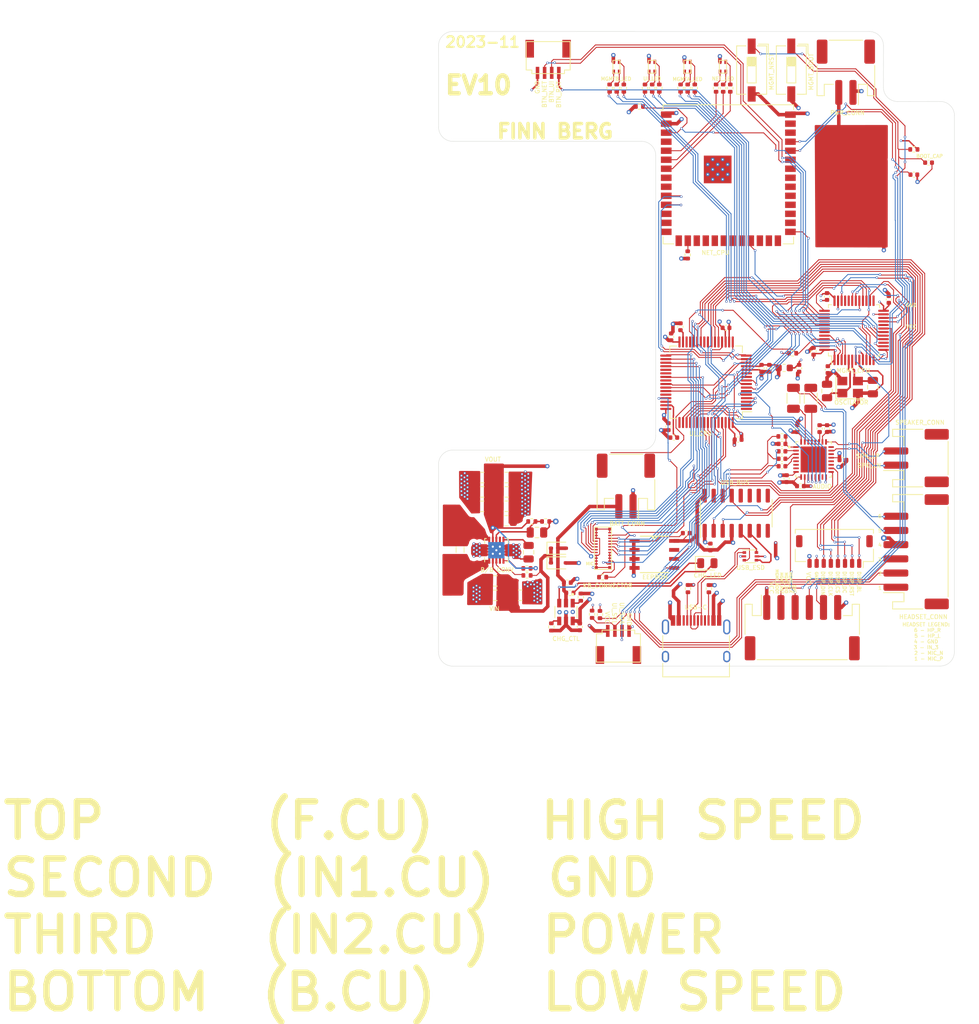
<source format=kicad_pcb>
(kicad_pcb (version 20221018) (generator pcbnew)
  (title_block (title "Hactar PCB - Finn Berg") (date "2023-10-02") (rev "EV9") (company "CISCO SYSTEMS"))
  (layers (0 "F.Cu" signal) (1 "In1.Cu" power) (2 "In2.Cu" power) (31 "B.Cu" signal) (34 "B.Paste" user) (35 "F.Paste" user) (36 "B.SilkS" user "B.Silkscreen") (37 "F.SilkS" user "F.Silkscreen") (38 "B.Mask" user) (39 "F.Mask" user) (44 "Edge.Cuts" user))
  (net 0 "")
  (net 1 "+3.3VA")
  (net 2 "+3.3V")
  (net 3 "VBUS")
  (net 4 "GND")
  (net 5 "Net-(D2-K)")
  (net 6 "/RCC_OSC_IN")
  (net 7 "/UI_SDA")
  (net 8 "Net-(U6-LINPUT3)")
  (net 9 "/UI_SCL")
  (net 10 "Net-(U6-LINPUT2)")
  (net 11 "Net-(U1-VCAP_1)")
  (net 12 "/USB_D+")
  (net 13 "/USB_D-")
  (net 14 "Net-(U1-VCAP_2)")
  (net 15 "Net-(U6-LINPUT1)")
  (net 16 "Net-(U6-MICBIAS)")
  (net 17 "Net-(U6-HP_R)")
  (net 18 "/MCLK")
  (net 19 "/RCC_OSC_OUT")
  (net 20 "/MGMT_BOOT")
  (net 21 "/MGMT_NRST")
  (net 22 "/IN_3")
  (net 23 "Net-(U6-HP_L)")
  (net 24 "/NET_RST")
  (net 25 "/UI_RST")
  (net 26 "/MIC_P")
  (net 27 "/LEDA_R")
  (net 28 "Net-(U6-AMID)")
  (net 29 "/DISP_BL")
  (net 30 "/DISP_RSTR")
  (net 31 "/LEDA_G")
  (net 33 "/BATTERY_MON")
  (net 34 "Net-(D3-RK)")
  (net 35 "/LEDA_B")
  (net 36 "Net-(D3-BK)")
  (net 37 "/KB_COL3")
  (net 38 "/KB_COL4")
  (net 39 "Net-(D3-GK)")
  (net 40 "Net-(D4-RK)")
  (net 41 "/DISP_DC")
  (net 42 "/DISP_CS")
  (net 43 "/DISP_SPI_SCK")
  (net 44 "/DISP_SPI_MOSI")
  (net 47 "Net-(D4-BK)")
  (net 48 "/KB_MIC")
  (net 49 "Net-(D4-GK)")
  (net 50 "/KB_ROW5")
  (net 51 "/KB_ROW1")
  (net 52 "/KB_ROW2")
  (net 53 "/KB_ROW3")
  (net 54 "/MIC_N")
  (net 55 "Net-(D5-RK)")
  (net 56 "/KB_ROW4")
  (net 57 "Net-(D5-BK)")
  (net 58 "/KB_ROW6")
  (net 59 "/KB_ROW7")
  (net 60 "/UD-")
  (net 61 "/UD+")
  (net 62 "/LEDB_R")
  (net 63 "/LEDB_G")
  (net 64 "Net-(D5-GK)")
  (net 65 "Net-(U7-VAUX)")
  (net 66 "Net-(D18-RK)")
  (net 67 "Net-(D18-BK)")
  (net 68 "Net-(D18-GK)")
  (net 69 "Net-(J9-CC1)")
  (net 71 "Net-(J9-CC2)")
  (net 76 "/LEDB_B")
  (net 82 "/SPK_LN")
  (net 83 "/SPK_LP")
  (net 84 "/HP_R")
  (net 85 "/HP_L")
  (net 86 "/KB_COL5")
  (net 87 "/KB_COL2")
  (net 88 "Net-(U7-FB)")
  (net 89 "Net-(U11-IO46)")
  (net 90 "/BTN_RST")
  (net 91 "/BTN_UI")
  (net 92 "/BTN_NET")
  (net 93 "/KB_COL1")
  (net 94 "Net-(J5-Pin_1)")
  (net 95 "Net-(D1-K)")
  (net 96 "Net-(U1-PA12)")
  (net 99 "/UI_STAT")
  (net 102 "/UI_BOOT")
  (net 103 "/NET_LED_B")
  (net 104 "/NET_LED_G")
  (net 111 "/USB_DTR")
  (net 112 "/USB_RTS")
  (net 114 "/NET_LED_R")
  (net 124 "/UI_LED_B")
  (net 127 "/NET_STAT")
  (net 129 "/UI_LED_G")
  (net 131 "/UI_TX1_MGMT")
  (net 132 "/UI_RX1_MGMT")
  (net 133 "/NET_BOOT")
  (net 134 "/UI_LED_R")
  (net 136 "/MGMT_SWDIO")
  (net 137 "/MGMT_SWCLK")
  (net 138 "/I2S_DACLRC")
  (net 141 "Net-(D1-A)")
  (net 142 "/BOOT1")
  (net 144 "Net-(U2-TS)")
  (net 145 "/I2S_BCLK")
  (net 146 "/I2S_ADCDAT")
  (net 150 "/I2S_DACDAT")
  (net 151 "/USB_TX1_MGMT")
  (net 152 "/USB_RX1_MGMT")
  (net 176 "/KB_LED")
  (net 179 "Net-(D2-A)")
  (net 180 "Net-(U7-L1)")
  (net 181 "Net-(U7-L2)")
  (net 182 "Net-(U7-EN)")
  (net 183 "PG")
  (net 184 "Net-(U2-ISET)")
  (net 185 "/UI_TX2_NET")
  (net 188 "/NET_TX1_MGMT")
  (net 189 "/NET_RX1_MGMT")
  (net 190 "/UI_RX2_NET")
  (footprint "Capacitor_SMD:C_0805_2012Metric" (layer "F.Cu") (at 120.15 118.87 180)
    (fp_text reference "C45" hide)
    (fp_text value "10u" hide)
  )
  (footprint "Capacitor_SMD:C_0402_1005Metric" (layer "F.Cu") (at 146.38 111.7 -90)
    (fp_text reference "C13" hide)
    (fp_text value "100n" hide)
  )
  (footprint "ESP32-S3-WROOM-1-N8R2:New_ESP32_M24C02-RMN6TP" (layer "F.Cu") (at 144.4 129.7)
    (fp_text reference "CR1" hide)
    (fp_text value "M24C02-RDW6TP" hide)
  )
  (footprint "Capacitor_SMD:C_0402_1005Metric" (layer "F.Cu") (at 133.9 139.91 -90)
    (fp_text reference "C1" hide)
    (fp_text value "10u" hide)
  )
  (footprint "Capacitor_SMD:C_0805_2012Metric" (layer "F.Cu") (at 126.68 129.39 -90)
    (fp_text reference "C40" hide)
    (fp_text value "0.1u" hide)
  )
  (footprint "Capacitor_SMD:C_0402_1005Metric" (layer "F.Cu") (at 147.14 113.24)
    (fp_text reference "C22" hide)
    (fp_text value "2u2" hide)
  )
  (footprint "Capacitor_SMD:C_0805_2012Metric" (layer "F.Cu") (at 125.5 135.46)
    (fp_text reference "C39" hide)
    (fp_text value "10u" hide)
  )
  (footprint "Package_QFP:LQFP-48_7x7mm_P0.5mm" (layer "F.Cu") (at 172.5375 98.125 90)
    (fp_text reference "U5" hide)
    (fp_text value "STM32F030C8Tx" hide)
  )
  (footprint "Resistor_SMD:R_0402_1005Metric" (layer "F.Cu") (at 126.46 132.66 180)
    (fp_text reference "R1" hide)
    (fp_text value "100k" hide)
  )
  (footprint "Capacitor_SMD:C_0805_2012Metric" (layer "F.Cu") (at 121.99 135.47 180)
    (fp_text reference "C38" hide)
    (fp_text value "10u" hide)
  )
  (footprint "Resistor_SMD:R_0402_1005Metric" (layer "F.Cu") (at 129.09 125.06 180)
    (fp_text reference "R20" hide)
    (fp_text value "64.9k" hide)
  )
  (footprint "Capacitor_SMD:C_0402_1005Metric" (layer "F.Cu") (at 148.9 126.7 180)
    (fp_text reference "C33" hide)
    (fp_text value "100n" hide)
  )
  (footprint "Capacitor_SMD:C_0805_2012Metric" (layer "F.Cu") (at 123.57 124.96)
    (fp_text reference "C42" hide)
    (fp_text value "0.1u" hide)
  )
  (footprint "Capacitor_SMD:C_0402_1005Metric" (layer "F.Cu") (at 146.77 99.05 90)
    (fp_text reference "C14" hide)
    (fp_text value "100n" hide)
  )
  (footprint "Capacitor_SMD:C_0805_2012Metric" (layer "F.Cu") (at 168.7375 106.675 -90)
    (fp_text reference "C4" hide)
    (fp_text value "33P" hide)
  )
  (footprint "Capacitor_SMD:C_0402_1005Metric" (layer "F.Cu") (at 168.7375 111.975 90)
    (fp_text reference "C3" hide)
    (fp_text value "4.7u" hide)
  )
  (footprint "Resistor_SMD:R_0402_1005Metric" (layer "F.Cu") (at 149.1375 134.52 -90)
    (fp_text reference "R3" hide)
    (fp_text value "5k1" hide)
  )
  (footprint "Resistor_SMD:R_0402_1005Metric" (layer "F.Cu") (at 163.89 101.36)
    (fp_text reference "R5" hide)
    (fp_text value "4k7" hide)
  )
  (footprint "Resistor_SMD:R_0402_1005Metric" (layer "F.Cu") (at 180.972 72.636 180)
    (fp_text reference "R10" hide)
    (fp_text value "4k7" hide)
  )
  (footprint "Connector_JST:JST_SHL_SM08B-SHLS-TF_1x08-1MP_P1.00mm_Horizontal" (layer "F.Cu") (at 169.77 129.29 180)
    (fp_text reference "J10" hide)
    (fp_text value "Conn_01x08_Socket" hide)
  )
  (footprint "Connector_JST:JST_PH_S6B-PH-SM4-TB_1x06-1MP_P2.00mm_Horizontal" (layer "F.Cu") (at 181.2875 129.325 90)
    (fp_text reference "J8" hide)
    (fp_text value "Conn_01x06_Female" hide)
  )
  (footprint "BM14B(0.B)-24DS-0:BM14B(0.B)-24DS-0.4V(53)" (layer "F.Cu") (at 138.1075 131.035 90)
    (fp_text reference "U13" hide)
    (fp_text value "BM14B(0.8)-24DS-0.4V(53)" hide)
  )
  (footprint "Package_QFP:LQFP-64_10x10mm_P0.5mm" (layer "F.Cu") (at 151.695 105.44 180)
    (fp_text reference "U1" hide)
    (fp_text value "STM32F405RGTx" hide)
  )
  (footprint "Capacitor_SMD:C_0402_1005Metric" (layer "F.Cu") (at 163.0375 119.025 90)
    (fp_text reference "C16" hide)
    (fp_text value "100n" hide)
  )
  (footprint "Connector_JST:JST_PH_S2B-PH-SM4-TB_1x02-1MP_P2.00mm_Horizontal" (layer "F.Cu") (at 140.4 120.1 180)
    (fp_text reference "J1" hide)
    (fp_text value "Conn_01x02_Socket" hide)
  )
  (footprint "Diode_SMD:D_0805_2012Metric" (layer "F.Cu") (at 151.87 130.94)
    (fp_text reference "D1" hide)
    (fp_text value "LED" hide)
  )
  (footprint "Capacitor_SMD:C_0805_2012Metric" (layer "F.Cu") (at 123.61 120.89)
    (fp_text reference "C48" hide)
    (fp_text value "10u" hide)
  )
  (footprint "1x4 pin download:1x4pin 1mm connector" (layer "F.Cu") (at 132.04 58.45 180)
    (fp_text reference "J13" hide)
    (fp_text value "Conn_01x04_Female" hide)
  )
  (footprint "Inductor_SMD:L_0603_1608Metric" (layer "F.Cu") (at 162.7 103.425)
    (fp_text reference "120R1" hide)
    (fp_text value "FerriteBead" hide)
  )
  (footprint "BQ21040DBVR:SOT95P280X145-6N" (layer "F.Cu") (at 131.95 137.82 -90)
    (fp_text reference "U2" hide)
    (fp_text value "BQ21040DBVR" hide)
  )
  (footprint "Resistor_SMD:R_0402_1005Metric" (layer "F.Cu") (at 134.04 135.72 90)
    (fp_text reference "R22" hide)
    (fp_text value "10k" hide)
  )
  (footprint "Resistor_SMD:R_0402_1005Metric" (layer "F.Cu") (at 154.1 64 90)
    (fp_text reference "R17" hide)
    (fp_text value "150" hide)
  )
  (footprint "Resistor_SMD:R_0402_1005Metric" (layer "F.Cu") (at 140.1 64 -90)
    (fp_text reference "R13" hide)
    (fp_text value "180" hide)
  )
  (footprint "Resistor_SMD:R_0402_1005Metric" (layer "F.Cu") (at 127.14 125.06 180)
    (fp_text reference "R19" hide)
    (fp_text value "360k" hide)
  )
  (footprint "Resistor_SMD:R_0402_1005Metric" (layer "F.Cu") (at 142.3 66.6 180)
    (fp_text reference "R4" hide)
    (fp_text value "15k" hide)
  )
  (footprint "MountingHole:MountingHole_2.1mm" (layer "F.Cu") (at 176.9375 140.345)
    (fp_text reference "REF**" hide)
    (fp_text value "MountingHole_2.1mm" hide)
  )
  (footprint "Capacitor_SMD:C_0402_1005Metric" (layer "F.Cu") (at 159.5 103.475 -90)
    (fp_text reference "C8" hide)
    (fp_text value "10n" hide)
  )
  (footprint "Capacitor_SMD:C_0805_2012Metric" (layer "F.Cu") (at 123.6 118.86)
    (fp_text reference "C46" hide)
    (fp_text value "10u" hide)
  )
  (footprint "Resistor_SMD:R_0402_1005Metric" (layer "F.Cu") (at 132.5 135.12)
    (fp_text reference "R27" hide)
    (fp_text value "1k5" hide)
  )
  (footprint "Resistor_SMD:R_0402_1005Metric" (layer "F.Cu") (at 148.1 64 -90)
    (fp_text reference "R12" hide)
    (fp_text value "150" hide)
  )
  (footprint "Resistor_SMD:R_0402_1005Metric" (layer "F.Cu") (at 149.1 64 -90)
    (fp_text reference "R11" hide)
    (fp_text value "150" hide)
  )
  (footprint "Capacitor_SMD:C_0402_1005Metric" (layer "F.Cu") (at 148.08 97.62 -90)
    (fp_text reference "C21" hide)
    (fp_text value "2u2" hide)
  )
  (footprint "Button_Switch_SMD:SW_DIP_SPSTx01_Slide_6.7x4.1mm_W6.73mm_P2.54mm_LowProfile_JPin" (layer "F.Cu") (at 158.112 61.46 -90)
    (fp_text reference "SW5" hide)
    (fp_text value "SW_Push" hide)
  )
  (footprint "Resistor_SMD:R_0402_1005Metric" (layer "F.Cu") (at 150.1 64 -90)
    (fp_text reference "R6" hide)
    (fp_text value "180" hide)
  )
  (footprint "Resistor_SMD:R_0402_1005Metric" (layer "F.Cu") (at 155.1 64 90)
    (fp_text reference "R16" hide)
    (fp_text value "180" hide)
  )
  (footprint "Connector_JST:JST_PH_S2B-PH-SM4-TB_1x02-1MP_P2.00mm_Horizontal" (layer "F.Cu") (at 181.2875 116.125 90)
    (fp_text reference "J2" hide)
    (fp_text value "Conn_01x02_Female" hide)
  )
  (footprint "MountingHole:MountingHole_2.1mm" (layer "F.Cu") (at 183.0875 107.925)
    (fp_text reference "REF**" hide)
    (fp_text value "MountingHole_2.1mm" hide)
  )
  (footprint "Capacitor_SMD:C_1206_3216Metric" (layer "F.Cu") (at 166.4375 107.705 90)
    (fp_text reference "C29" hide)
    (fp_text value "100U" hide)
  )
  (footprint "Capacitor_SMD:C_0402_1005Metric" (layer "F.Cu") (at 162.3875 117.275)
    (fp_text reference "C27" hide)
    (fp_text value "1u" hide)
  )
  (footprint "Resistor_SMD:R_0402_1005Metric" (layer "F.Cu") (at 126.45 131.67)
    (fp_text reference "R21" hide)
    (fp_text value "100k" hide)
  )
  (footprint "Diode_SMD:D_SOD-323" (layer "F.Cu") (at 130.8825 128.83)
    (fp_text reference "D2" hide)
    (fp_text value "1N5819WS" hide)
  )
  (footprint "Capacitor_SMD:C_0402_1005Metric" (layer "F.Cu") (at 164.8 103.475 -90)
    (fp_text reference "C10" hide)
    (fp_text value "1u" hide)
  )
  (footprint "Resistor_SMD:R_0402_1005Metric" (layer "F.Cu") (at 144.1 64 90)
    (fp_text reference "R24" hide)
    (fp_text value "150" hide)
  )
  (footprint "Capacitor_SMD:C_0402_1005Metric" (layer "F.Cu") (at 183.04 74.5 180)
    (fp_text reference "C36" hide)
    (fp_text value "100n" hide)
  )
  (footprint "Capacitor_SMD:C_0402_1005Metric" (layer "F.Cu") (at 180.972 76.192 180)
    (fp_text reference "C35" hide)
    (fp_text value "100n" hide)
  )
  (footprint "Capacitor_SMD:C_0402_1005Metric" (layer "F.Cu") (at 156.21 113.53 180)
    (fp_text reference "C12" hide)
    (fp_text value "100n" hide)
  )
  (footprint "Resistor_SMD:R_0402_1005Metric" (layer "F.Cu") (at 153.0995 64 90)
    (fp_text reference "R18" hide)
    (fp_text value "150" hide)
  )
  (footprint "Resistor_SMD:R_0402_1005Metric" (layer "F.Cu") (at 152.0875 134.525 -90)
    (fp_text reference "R2" hide)
    (fp_text value "5k1" hide)
  )
  (footprint "Capacitor_SMD:C_0402_1005Metric" (layer "F.Cu") (at 177.4375 93.775 90)
    (fp_text reference "C25" hide)
    (fp_text value "100n" hide)
  )
  (footprint "Resistor_SMD:R_0402_1005Metric" (layer "F.Cu") (at 149.1 87.5 90)
    (fp_text reference "R32" hide)
    (fp_text value "4k7" hide)
  )
  (footprint "Resistor_SMD:R_0402_1005Metric" (layer "F.Cu") (at 135.6275 138.135 -90)
    (fp_text reference "R8" hide)
    (fp_text value "1k5" hide)
  )
  (footprint "Inductor_SMD:L_0805_2012Metric" (layer "F.Cu") (at 117.03 129.04 90)
    (fp_text reference "L1" hide)
    (fp_text value "1uH" hide)
  )
  (footprint "Capacitor_SMD:C_0402_1005Metric" (layer "F.Cu") (at 164.9875 120.075)
    (fp_text reference "C15" hide)
    (fp_text value "100n" hide)
  )
  (footprint "Resistor_SMD:R_0402_1005Metric" (layer "F.Cu") (at 138.1 64 -90)
    (fp_text reference "R15" hide)
    (fp_text value "150" hide)
  )
  (footprint "ESP32-S3-WROOM-1-N8R2:QFN50P500X500X90-33N" (layer "F.Cu") (at 166.84 116.325)
    (fp_text reference "U6" hide)
    (fp_text value "WM8960CGEFL/RV" hide)
  )
  (footprint "Capacitor_SMD:C_0805_2012Metric" (layer "F.Cu") (at 175.1875 106.125 90)
    (fp_text reference "C23" hide)
    (fp_text value "33P" hide)
  )
  (footprint "Resistor_SMD:R_0402_1005Metric" (layer "F.Cu") (at 162.3875 113.075 180)
    (fp_text reference "R9" hide)
    (fp_text value "2K2" hide)
  )
  (footprint "Resistor_SMD:R_0402_1005Metric" (layer "F.Cu") (at 139.1 64 -90)
    (fp_text reference "R14" hide)
    (fp_text value "150" hide)
  )
  (footprint "Capacitor_SMD:C_1206_3216Metric" (layer "F.Cu") (at 164.0075 107.705 90)
    (fp_text reference "C30" hide)
    (fp_text value "100U" hide)
  )
  (footprint "Button_Switch_SMD:SW_DIP_SPSTx01_Slide_6.7x4.1mm_W6.73mm_P2.54mm_LowProfile_JPin" (layer "F.Cu") (at 163.7 61.46 -90)
    (fp_text reference "SW4" hide)
    (fp_text value "SW_Push" hide)
  )
  (footprint "1x6 pin download:LED RGB" (layer "F.Cu") (at 154.4625 61.695 90)
    (fp_text reference "D4" hide)
    (fp_text value "ASMB-MTB1-0A3A2" hide)
  )
  (footprint "MountingHole:MountingHole_2.1mm" (layer "F.Cu") (at 117.5875 69.625)
    (fp_text reference "REF**" hide)
    (fp_text value "MountingHole_2.1mm" hide)
  )
  (footprint "Diode_SMD:D_SOD-323" (layer "F.Cu") (at 130.88 130.89)
    (fp_text reference "D6" hide)
    (fp_text value "1N5819WS" hide)
  )
  (footprint "Package_SO:SOIC-16_3.9x9.9mm_P1.27mm" (layer "F.Cu") (at 155.9375 123.895 90)
    (fp_text reference "U3" hide)
    (fp_text value "CH340C" hide)
  )
  (footprint "Resistor_SMD:R_0402_1005Metric" (layer "F.Cu") (at 145.1 64 90)
    (fp_text reference "R23" hide)
    (fp_text value "180" hide)
  )
  (footprint "Capacitor_SMD:C_0402_1005Metric" (layer "F.Cu") (at 168.73 93.36 -90)
    (fp_text reference "C34" hide)
    (fp_text value "100n" hide)
  )
  (footprint "1x4 pin download:1x4pin 1mm connector" (layer "F.Cu") (at 136.74 143.87)
    (fp_text reference "J7" hide)
    (fp_text value "Conn_01x04_Female" hide)
  )
  (footprint "Resistor_SMD:R_0402_1005Metric" (layer "F.Cu") (at 137.1175 132.905 180)
    (fp_text reference "R41" hide)
    (fp_text value "0" hide)
  )
  (footprint "Capacitor_SMD:C_0402_1005Metric" (layer "F.Cu") (at 162.3875 116.225)
    (fp_text reference "C18" hide)
    (fp_text value "1u" hide)
  )
  (footprint "Capacitor_SMD:C_0402_1005Metric" (layer "F.Cu") (at 132.14 133.68)
    (fp_text reference "C2" hide)
    (fp_text value "10u" hide)
  )
  (footprint "Capacitor_SMD:C_0402_1005Metric" (layer "F.Cu") (at 170.9775 116.405)
    (fp_text reference "C6" hide)
    (fp_text value "4.7u" hide)
  )
  (footprint "Capacitor_SMD:C_0805_2012Metric" (layer "F.Cu") (at 127.86 126.61)
    (fp_text reference "C41" hide)
    (fp_text value "2.2p" hide)
  )
  (footprint "1x6 pin download:LED RGB" (layer "F.Cu") (at 139.4625 61.695 90)
    (fp_text reference "D3" hide)
    (fp_text value "ASMB-MTB1-0A3A2" hide)
  )
  (footprint "RF_Module:ESP32-S3-WROOM-1U" (layer "F.Cu") (at 154.825 76.15)
    (fp_text reference "U11" hide)
    (fp_text value "ESP32-S3-WROOM-1-N8R2" hide)
  )
  (footprint "Resistor_SMD:R_0402_1005Metric" (layer "F.Cu") (at 129.89 139.92 -90)
    (fp_text reference "R26" hide)
    (fp_text value "680" hide)
  )
  (footprint "Capacitor_SMD:C_0402_1005Metric" (layer "F.Cu") (at 162.3875 115.175)
    (fp_text reference "C17" hide)
    (fp_text value "1u" hide)
  )
  (footprint "Capacitor_SMD:C_0402_1005Metric" (layer "F.Cu") (at 164.5375 111.975 -90)
    (fp_text reference "C7" hide)
    (fp_text value "100n" hide)
  )
  (footprint "Connector_JST:JST_PH_S6B-PH-SM4-TB_1x06-1MP_P2.00mm_Horizontal" (layer "F.Cu") (at 165.2375 140.025)
    (fp_text reference "J11" hide)
    (fp_text value "Conn_01x06_Female" hide)
  )
  (footprint "Capacitor_SMD:C_0402_1005Metric" (layer "F.Cu") (at 152.2975 128.655 90)
    (fp_text reference "C32" hide)
    (fp_text value "100n" hide)
  )
  (footprint "Capacitor_SMD:C_0402_1005Metric" (layer "F.Cu") (at 167.6875 111.975 -90)
    (fp_text reference "C31" hide)
    (fp_text value "4.7u" hide)
  )
  (footprint "Capacitor_SMD:C_0805_2012Metric" (layer "F.Cu") (at 120.13 122.93 180)
    (fp_text reference "C43" hide)
    (fp_text value "10u" hide)
  )
  (footprint "MountingHole:MountingHole_2.1mm" (layer "F.Cu") (at 183.12 69.625)
    (fp_text reference "REF**" hide)
    (fp_text value "MountingHole_2.1mm" hide)
  )
  (footprint "Capacitor_SMD:C_0402_1005Metric" (layer "F.Cu") (at 160.6 103.475 -90)
    (fp_text reference "C9" hide)
    (fp_text value "1u" hide)
  )
  (footprint "Capacitor_SMD:C_0402_1005Metric" (layer "F.Cu") (at 168.8475 103.665 -90)
    (fp_text reference "C24" hide)
    (fp_text value "100n" hide)
  )
  (footprint "Connector_JST:JST_PH_S2B-PH-SM4-TB_1x02-1MP_P2.00mm_Horizontal" (layer "F.Cu") (at 171.39 61.76 180)
    (fp_text reference "J5" hide)
    (fp_text value "Conn_01x02_Socket" hide)
  )
  (footprint "MountingHole:MountingHole_2.1mm" (layer "F.Cu") (at 123.6375 140.345)
    (fp_text reference "REF**" hide)
    (fp_text value "MountingHole_2.1mm" hide)
  )
  (footprint "Connector_USB:USB_C_Receptacle_HRO_TYPE-C-31-M-12" (layer "F.Cu") (at 150.2875 143.046)
    (fp_text reference "J9" hide)
    (fp_text value "USB_C_Receptacle" hide)
  )
  (footprint "1x6 pin download:LED RGB" (layer "F.Cu") (at 144.4625 61.695 90)
    (fp_text reference "D5" hide)
    (fp_text value "ASMB-MTB1-0A3A2" hide)
  )
  (footprint "Capacitor_SMD:C_0402_1005Metric" (layer "F.Cu") (at 154.5 97.775)
    (fp_text reference "C11" hide)
    (fp_text value "100n" hide)
  )
  (footprint "1x6 pin download:LED RGB" (layer "F.Cu") (at 149.4625 61.695 90)
    (fp_text reference "D18" hide)
    (fp_text value "ASMB-MTB1-0A3A2" hide)
  )
  (footprint "Package_TO_SOT_SMD:SOT-666" (layer "F.Cu") (at 157.9375 129.975)
    (fp_text reference "U4" hide)
    (fp_text value "USBLC6-2P6" hide)
  )
  (footprint "Capacitor_SMD:C_0805_2012Metric" (layer "F.Cu") (at 122.01 133.44 180)
    (fp_text reference "C37" hide)
    (fp_text value "0.1u" hide)
  )
  (footprint "Capacitor_SMD:C_0402_1005Metric" (layer "F.Cu") (at 162.3875 114.125 180)
    (fp_text reference "C28" hide)
    (fp_text value "4.7u" hide)
  )
  (footprint "Resistor_SMD:R_0402_1005Metric" (layer "F.Cu") (at 136.7375 138.175 -90)
    (fp_text reference "R7" hide)
    (fp_text value "1k5" hide)
  )
  (footprint "Package_SON:Texas_S-PWSON-N10_ThermalVias" (layer "F.Cu") (at 122.14 129.11 90)
    (fp_text reference "U7" hide)
    (fp_text value "TPS63060" hide)
  )
  (footprint "Capacitor_SMD:C_0805_2012Metric" (layer "F.Cu") (at 123.6 122.92)
    (fp_text reference "C47" hide)
    (fp_text value "10u" hide)
  )
  (footprint "Capacitor_SMD:C_0805_2012Metric" (layer "F.Cu") (at 120.14 120.9 180)
    (fp_text reference "C44" hide)
    (fp_text value "10u" hide)
  )
  (footprint "Capacitor_SMD:C_0402_1005Metric" (layer "F.Cu") (at 166.84 101.07 90)
    (fp_text reference "C26" hide)
    (fp_text value "100n" hide)
  )
  (footprint "Resistor_SMD:R_0402_1005Metric" (layer "F.Cu") (at 143.084 64 90)
    (fp_text reference "R25" hide)
    (fp_text value "150" hide)
  )
  (footprint "Crystal:Crystal_SMD_3225-4Pin_3.2x2.5mm" (layer "F.Cu") (at 171.9875 106.125)
    (fp_text reference "Y1" hide)
    (fp_text value "Crystal_GND24" hide)
  )
  (gr_arc (start 142.6 71.5) (mid 144.014214 72.085786) (end 144.6 73.5) (stroke (width 0.05)) (layer "Edge.Cuts"))
  (gr_arc (start 178.68 65.89) (mid 177.265786 65.304214) (end 176.68 63.89) (stroke (width 0.05)) (layer "Edge.Cuts"))
  (gr_line (start 144.6 73.5) (end 144.598077 112.920087) (stroke (width 0.05)) (layer "Edge.Cuts"))
  (gr_line (start 113.990001 117.000001) (end 113.98 143.44) (stroke (width 0.05)) (layer "Edge.Cuts"))
  (gr_arc (start 115.98 145.44) (mid 114.565786 144.854214) (end 113.98 143.44) (stroke (width 0.05)) (layer "Edge.Cuts"))
  (gr_line (start 115.98 145.44) (end 184.68 145.43) (stroke (width 0.05)) (layer "Edge.Cuts"))
  (gr_arc (start 186.68 143.43) (mid 186.094214 144.844214) (end 184.68 145.43) (stroke (width 0.05)) (layer "Edge.Cuts"))
  (gr_arc (start 184.69 65.88) (mid 186.104214 66.465786) (end 186.69 67.88) (stroke (width 0.05)) (layer "Edge.Cuts"))
  (gr_line (start 176.68 63.89) (end 176.685786 58.024214) (stroke (width 0.05)) (layer "Edge.Cuts"))
  (gr_arc (start 113.990001 117.000001) (mid 114.575787 115.585787) (end 115.990001 115.000001) (stroke (width 0.05)) (layer "Edge.Cuts"))
  (gr_line (start 186.68 143.43) (end 186.69 67.88) (stroke (width 0.05)) (layer "Edge.Cuts"))
  (gr_line (start 142.58 115.009999) (end 115.990001 115.000001) (stroke (width 0.05)) (layer "Edge.Cuts"))
  (gr_arc (start 113.99 58.02) (mid 114.575786 56.605786) (end 115.99 56.02) (stroke (width 0.05)) (layer "Edge.Cuts"))
  (gr_arc (start 174.685786 56.024214) (mid 176.1 56.61) (end 176.685786 58.024214) (stroke (width 0.05)) (layer "Edge.Cuts"))
  (gr_line (start 184.69 65.88) (end 178.68 65.89) (stroke (width 0.05)) (layer "Edge.Cuts"))
  (gr_arc (start 144.598077 112.920087) (mid 144.038795 114.39934) (end 142.58 115.009999) (stroke (width 0.05)) (layer "Edge.Cuts"))
  (gr_line (start 113.99 58.02) (end 114 69.5) (stroke (width 0.05)) (layer "Edge.Cuts"))
  (gr_line (start 116 71.5) (end 142.6 71.5) (stroke (width 0.05)) (layer "Edge.Cuts"))
  (gr_arc (start 116 71.5) (mid 114.585786 70.914214) (end 114 69.5) (stroke (width 0.05)) (layer "Edge.Cuts"))
  (gr_line (start 174.685786 56.024214) (end 115.99 56.02) (stroke (width 0.05)) (layer "Edge.Cuts"))
  (gr_text "MIC" (at 135.29 131.01) (layer "F.SilkS") (effects (font (size 0.4 0.4) (thickness 0.1))))
  (gr_text "5" (at 176.19 126.35) (layer "F.SilkS") (effects (font (size 0.5 0.5) (thickness 0.1))))
  (gr_text "VIN" (at 121.87 137.35) (layer "F.SilkS") (effects (font (size 0.6 0.6) (thickness 0.1))))
  (gr_text "MGMTA_LED" (at 149.07 62.74) (layer "F.SilkS") (effects (font (size 0.5 0.5) (thickness 0.1))))
  (gr_text "BTN_RST" (at 130.93 64.9 90) (layer "F.SilkS") (effects (font (size 0.6 0.6) (thickness 0.1))))
  (gr_text "FINN BERG" (at 121.99 71.27) (layer "F.SilkS") (effects (font (size 2 2) (thickness 0.5) bold) (justify left bottom)))
  (gr_text "GND" (at 167.25 132.75 270) (layer "F.SilkS") (effects (font (size 0.4 0.4) (thickness 0.1))))
  (gr_text "HEADSET_CONN" (at 182.3 138.5) (layer "F.SilkS") (effects (font (size 0.6 0.6) (thickness 0.1))))
  (gr_text "3" (at 176.17 130.43) (layer "F.SilkS") (effects (font (size 0.5 0.5) (thickness 0.1))))
  (gr_text "UI_LED" (at 144.09 62.66) (layer "F.SilkS") (effects (font (size 0.5 0.5) (thickness 0.1))))
  (gr_text "DISP_DC" (at 171.2 133.63 -90) (layer "F.SilkS") (effects (font (size 0.5 0.5) (thickness 0.1))))
  (gr_text "OSCILATOR" (at 172.16 108.28) (layer "F.SilkS") (effects (font (size 0.6 0.6) (thickness 0.1))))
  (gr_text "VCC" (at 180.59 97.61) (layer "F.SilkS") (effects (font (size 0.5 0.5) (thickness 0.1))))
  (gr_text "NET_LED" (at 154.07 62.67) (layer "F.SilkS") (effects (font (size 0.5 0.5) (thickness 0.1))))
  (gr_text "USB_BUS" (at 155.76 119.6) (layer "F.SilkS") (effects (font (size 0.6 0.6) (thickness 0.1))))
  (gr_text "GND" (at 180.6 94.58) (layer "F.SilkS") (effects (font (size 0.5 0.5) (thickness 0.1))))
  (gr_text "VCC" (at 137.77 138.6 270) (layer "F.SilkS") (effects (font (size 0.6 0.6) (thickness 0.1))))
  (gr_text "KB_CONNECTOR" (at 137.83 134.1) (layer "F.SilkS") (effects (font (size 0.6 0.6) (thickness 0.1))))
  (gr_text "DISP_DIN" (at 168.16 133.75 -90) (layer "F.SilkS") (effects (font (size 0.5 0.5) (thickness 0.1))))
  (gr_text "HEADSET LEGEND:\n 6 - HP_R\n 5 - HP_L\n4 - GND\n3 - IN_3\n  2 - MIC_N\n  1 - MIC_P" (at 182.69 141.99) (layer "F.SilkS") (effects (font (size 0.5 0.5) (thickness 0.1))))
  (gr_text "MGMT_BOOT" (at 166.494 61.714 90) (layer "F.SilkS") (effects (font (size 0.6 0.6) (thickness 0.1))))
  (gr_text "MGMT_DIO" (at 162.98 133.71 270) (layer "F.SilkS") (effects (font (size 0.4 0.4) (thickness 0.1))))
  (gr_text "VOUT" (at 121.65 116.3) (layer "F.SilkS") (effects (font (size 0.6 0.6) (thickness 0.1))))
  (gr_text "CHG_CTL" (at 131.96 141.58) (layer "F.SilkS") (effects (font (size 0.6 0.6) (thickness 0.1))))
  (gr_text "MGMT_CPU" (at 172.45 103.81) (layer "F.SilkS") (effects (font (size 0.6 0.6) (thickness 0.1))))
  (gr_text "DISP_CS" (at 170.24 133.62 -90) (layer "F.SilkS") (effects (font (size 0.5 0.5) (thickness 0.1))))
  (gr_text "6" (at 176.18 124.32) (layer "F.SilkS") (effects (font (size 0.5 0.5) (thickness 0.1))))
  (gr_text "USB-C" (at 150.238 137.152) (layer "F.SilkS") (effects (font (size 0.6 0.6) (thickness 0.1))))
  (gr_text "USB_ESD" (at 157.97 131.56) (layer "F.SilkS") (effects (font (size 0.6 0.6) (thickness 0.1))))
  (gr_text "SPK_LN" (at 174.68 117.18) (layer "F.SilkS") (effects (font (size 0.6 0.6) (thickness 0.1))))
  (gr_text "DISP_BL" (at 173.25 133.6 -90) (layer "F.SilkS") (effects (font (size 0.5 0.5) (thickness 0.1))))
  (gr_text "VCC" (at 166.13 133.03 270) (layer "F.SilkS") (effects (font (size 0.6 0.6) (thickness 0.1))))
  (gr_text "EV10" (at 114.63 65.06) (layer "F.SilkS") (effects (font (size 2.5 2.5) (thickness 0.625) bold) (justify left bottom)))
  (gr_text "TOP      (F.CU)    HIGH SPEED\nSECOND  (IN1.CU)  GND\nTHIRD    (IN2.CU)  POWER\nBOTTOM  (B.CU)    LOW SPEED" (at 52.2 179.3) (layer "F.SilkS") (effects (font (size 5 5) (thickness 0.9)) (justify left)))
  (gr_text "GND" (at 164.15 134.59 270) (layer "F.SilkS") (effects (font (size 0.4 0.4) (thickness 0.1))))
  (gr_text "VCC" (at 160.89 134.41 270) (layer "F.SilkS") (effects (font (size 0.6 0.6) (thickness 0.1))))
  (gr_text "PWR_CONN" (at 171.6 67.48) (layer "F.SilkS") (effects (font (size 0.6 0.6) (thickness 0.1))))
  (gr_text "UI_SCL" (at 138.78 138.01 270) (layer "F.SilkS") (effects (font (size 0.6 0.6) (thickness 0.1))))
  (gr_text "BTN_UI" (at 129.91 64.52 90) (layer "F.SilkS") (effects (font (size 0.6 0.6) (thickness 0.1))))
  (gr_text "UI_SDA" (at 139.83 137.98 270) (layer "F.SilkS") (effects (font (size 0.6 0.6) (thickness 0.1))))
  (gr_text "BATT CONN" (at 140.59 125.36) (layer "F.SilkS") (effects (font (size 0.6 0.6) (thickness 0.1))))
  (gr_text "NET_CPU" (at 153.02 87.19) (layer "F.SilkS") (effects (font (size 0.6 0.6) (thickness 0.1))))
  (gr_text "BTN_NET" (at 128.92 64.87 90) (layer "F.SilkS") (effects (font (size 0.6 0.6) (thickness 0.1))))
  (gr_text "EEPROM" (at 144.5 132.9) (layer "F.SilkS") (effects (font (size 0.6 0.6) (thickness 0.1))))
  (gr_text "B/B CONV" (at 122.24 131.88) (layer "F.SilkS") (effects (font (size 0.6 0.6) (thickness 0.1))))
  (gr_text "UI_CPU" (at 150.92 112.67) (layer "F.SilkS") (effects (font (size 0.6 0.6) (thickness 0.1))))
  (gr_text "AUDIO" (at 168.04 120.13) (layer "F.SilkS") (effects (font (size 0.6 0.6) (thickness 0.1))))
  (gr_text "2023-11" (at 114.78 58.39) (layer "F.SilkS") (effects (font (size 1.5 1.5) (thickness 0.3) bold) (justify left bottom)))
  (gr_text "DISP_CLK" (at 169.22 133.84 -90) (layer "F.SilkS") (effects (font (size 0.5 0.5) (thickness 0.1))))
  (gr_text "MGMT_BOOT" (at 161.68 133.54 270) (layer "F.SilkS") (effects (font (size 0.4 0.4) (thickness 0.1))))
  (gr_text "CHG_LED" (at 151.91 132.65) (layer "F.SilkS") (effects (font (size 0.6 0.6) (thickness 0.1))))
  (gr_text "2" (at 176.2 132.39) (layer "F.SilkS") (effects (font (size 0.5 0.5) (thickness 0.1))))
  (gr_text "MGMT_CLK" (at 163.6 133.63 -90) (layer "F.SilkS") (effects (font (size 0.4 0.4) (thickness 0.1))))
  (gr_text "DISP_RST" (at 172.2 133.83 -90) (layer "F.SilkS") (effects (font (size 0.5 0.5) (thickness 0.1))))
  (gr_text "SPK_LP" (at 174.5 115.86) (layer "F.SilkS") (effects (font (size 0.6 0.6) (thickness 0.1))))
  (gr_text "BOOT_CAP" (at 181.24 73.88) (layer "F.SilkS") (effects (font (size 0.5 0.5) (thickness 0.1) bold) (justify left bottom)))
  (gr_text "4" (at 176.19 128.37) (layer "F.SilkS") (effects (font (size 0.5 0.5) (thickness 0.1))))
  (gr_text "MGMT_NRST" (at 160.906 61.714 90) (layer "F.SilkS") (effects (font (size 0.6 0.6) (thickness 0.1))))
  (gr_text "MGMT_RST" (at 162.33 133.73 270) (layer "F.SilkS") (effects (font (size 0.4 0.4) (thickness 0.1))))
  (gr_text "SPEAKER_CONN" (at 181.82 111.11) (layer "F.SilkS") (effects (font (size 0.6 0.6) (thickness 0.1))))
  (gr_text "MGMTB_LED" (at 139.01 62.7) (layer "F.SilkS") (effects (font (size 0.5 0.5) (thickness 0.1))))
  (gr_text "GND" (at 127.93 63.89 90) (layer "F.SilkS") (effects (font (size 0.6 0.6) (thickness 0.1))))
  (gr_text "GND" (at 140.87 138.84 270) (layer "F.SilkS") (effects (font (size 0.6 0.6) (thickness 0.1))))
  (gr_text "1" (at 176.19 134.43) (layer "F.SilkS") (effects (font (size 0.5 0.5) (thickness 0.1))))
  (segment (start 168.7375 112.405) (end 168.09 113.0525) (width 0.127) (layer "F.Cu") (net 1))
  (segment (start 161.4825 102.995) (end 161.9125 103.425) (width 0.2) (layer "F.Cu") (net 1))
  (segment (start 169.6075 112.405) (end 169.6375 112.375) (width 0.5) (layer "F.Cu") (net 1))
  (segment (start 169.315 116.075) (end 170.4575 116.075) (width 0.127) (layer "F.Cu") (net 1))
  (segment (start 170.4575 116.075) (end 170.5075 116.125) (width 0.127) (layer "F.Cu") (net 1))
  (segment (start 159.305 103.19) (end 159.5 102.995) (width 0.2) (layer "F.Cu") (net 1))
  (segment (start 161.9125 104.5015) (end 161.9125 103.425) (width 0.5) (layer "F.Cu") (net 1))
  (segment (start 168.09 113.0525) (end 168.09 113.85) (width 0.127) (layer "F.Cu") (net 1))
  (segment (start 165.09 113.85) (end 165.09 113.0075) (width 0.127) (layer "F.Cu") (net 1))
  (segment (start 165.09 113.0075) (end 164.5375 112.455) (width 0.127) (layer "F.Cu") (net 1))
  (segment (start 168.7375 112.405) (end 169.6075 112.405) (width 0.5) (layer "F.Cu") (net 1))
  (segment (start 157.37 103.19) (end 159.305 103.19) (width 0.2) (layer "F.Cu") (net 1))
  (segment (start 170.4975 116.405) (end 170.5075 116.395) (width 0.5) (layer "F.Cu") (net 1))
  (segment (start 159.5 102.995) (end 161.4825 102.995) (width 0.2) (layer "F.Cu") (net 1))
  (segment (start 170.4875 115.435) (end 170.4875 116.395) (width 0.5) (layer "F.Cu") (net 1))
  (segment (start 170.5075 116.395) (end 170.5075 116.125) (width 0.5) (layer "F.Cu") (net 1))
  (segment (start 163.8175 112.455) (end 164.5375 112.455) (width 0.5) (layer "F.Cu") (net 1))
  (segment (start 170.4875 116.395) (end 170.4975 116.405) (width 0.5) (layer "F.Cu") (net 1))
  (segment (start 161.6885 104.7255) (end 161.9125 104.5015) (width 0.5) (layer "F.Cu") (net 1))
  (via (at 169.6375 112.375) (size 0.6) (drill 0.3) (layers "F.Cu" "B.Cu") (net 1))
  (via (at 163.6075 112.245) (size 0.6) (drill 0.3) (layers "F.Cu" "B.Cu") (net 1))
  (via (at 170.4875 115.435) (size 0.6) (drill 0.3) (layers "F.Cu" "B.Cu") (net 1))
  (via (at 161.6885 104.7255) (size 0.6) (drill 0.3) (layers "F.Cu" "B.Cu") (net 1))
  (segment (start 168.64 92.97) (end 168.73 92.88) (width 0.2) (layer "F.Cu") (net 2))
  (segment (start 146.4 99.53) (end 145.92 99.05) (width 0.5) (layer "F.Cu") (net 2))
  (segment (start 163.895 118.545) (end 164.365 118.075) (width 0.127) (layer "F.Cu") (net 2))
  (segment (start 145.768287 110.608287) (end 146.38 111.22) (width 0.5) (layer "F.Cu") (net 2))
  (segment (start 153.6 96.9) (end 153.6 97.355) (width 0.2) (layer "F.Cu") (net 2))
  (segment (start 163.7 65.7905) (end 164.716 66.8065) (width 0.5) (layer "F.Cu") (net 2))
  (segment (start 161.7 130.19) (end 161.495 129.985) (width 0.5) (layer "F.Cu") (net 2))
  (segment (start 155.4925 128.05) (end 155.417 127.9745) (width 0.5) (layer "F.Cu") (net 2))
  (segment (start 150.4375 128.065) (end 150.4375 126.9) (width 0.5) (layer "F.Cu") (net 2))
  (segment (start 168.375 100.875) (end 169.8375 100.875) (width 0.2) (layer "F.Cu") (net 2))
  (segment (start 168.9375 103.195) (end 168.9375 103.1375) (width 0.2) (layer "F.Cu") (net 2))
  (segment (start 170.39 69.79) (end 170.38 69.8) (width 0.5) (layer "F.Cu") (net 2))
  (segment (start 173.352 101.1755) (end 173.44333 101.1755) (width 0.2) (layer "F.Cu") (net 2))
  (segment (start 155.417 127.9745) (end 154.385418 127.9745) (width 0.5) (layer "F.Cu") (net 2))
  (segment (start 135.9925 140.47) (end 137.84 140.47) (width 0.5) (layer "F.Cu") (net 2))
  (segment (start 164.8 102.5755) (end 164.8 102.995) (width 0.2) (layer "F.Cu") (net 2))
  (segment (start 135.727878 136.838556) (end 135.727878 137.524622) (width 0.127) (layer "F.Cu") (net 2))
  (segment (start 153.6 97.355) (end 154.4 98.155) (width 0.2) (layer "F.Cu") (net 2))
  (segment (start 155.445 111.505) (end 156.61 112.67) (width 0.2) (layer "F.Cu") (net 2))
  (segment (start 161.495 129.985) (end 161.495 128.065) (width 0.5) (layer "F.Cu") (net 2))
  (segment (start 149.5375 127.8) (end 150.4375 126.9) (width 0.5) (layer "F.Cu") (net 2))
  (segment (start 165.468038 120.075538) (end 165.4675 120.075) (width 0.5) (layer "F.Cu") (net 2))
  (segment (start 168.73 92.88) (end 169.05 92.88) (width 0.2) (layer "F.Cu") (net 2))
  (segment (start 154.4 98.155) (end 154.4 99.72) (width 0.2) (layer "F.Cu") (net 2))
  (segment (start 177.4375 94.6375) (end 176.7 95.375) (width 0.2) (layer "F.Cu") (net 2))
  (segment (start 162.294936 101.2145) (end 162.440436 101.36) (width 0.127) (layer "F.Cu") (net 2))
  (segment (start 168.9375 103.1375) (end 169.7875 102.2875) (width 0.2) (layer "F.Cu") (net 2))
  (segment (start 153.304918 129.055) (end 151.4275 129.055) (width 0.5) (layer "F.Cu") (net 2))
  (segment (start 166.446962 120.075538) (end 165.468038 120.075538) (width 0.5) (layer "F.Cu") (net 2))
  (segment (start 147.945 99.765) (end 147.005 99.765) (width 0.2) (layer "F.Cu") (net 2))
  (segment (start 169.7875 101.125) (end 169.9375 100.975) (width 0.2) (layer "F.Cu") (net 2))
  (segment (start 138.6275 60.26) (end 138.6625 60.295) (width 0.5) (layer "F.Cu") (net 2))
  (segment (start 167.845 101.405) (end 168.375 100.875) (width 0.2) (layer "F.Cu") (net 2))
  (segment (start 168.16 92.97) (end 168.64 92.97) (width 0.2) (layer "F.Cu") (net 2))
  (segment (start 166.8375 101.405) (end 167.845 101.405) (width 0.2) (layer "F.Cu") (net 2))
  (segment (start 146.77 99.53) (end 146.4 99.53) (width 0.5) (layer "F.Cu") (net 2))
  (segment (start 165.59 119.9525) (end 165.4675 120.075) (width 0.127) (layer "F.Cu") (net 2))
  (segment (start 147.194 127.795) (end 147.199 127.8) (width 0.5) (layer "F.Cu") (net 2))
  (segment (start 176.737 85.337) (end 176.737 86.8375) (width 0.5) (layer "F.Cu") (net 2))
  (segment (start 150.4375 122.385) (end 151.3825 121.44) (width 0.5) (layer "F.Cu") (net 2))
  (segment (start 155.445 111.115) (end 155.445 111.505) (width 0.2) (layer "F.Cu") (net 2))
  (segment (start 145.768287 110.07) (end 145.768287 110.608287) (width 0.5) (layer "F.Cu") (net 2))
  (segment (start 165.59 118.8) (end 165.59 119.9525) (width 0.127) (layer "F.Cu") (net 2))
  (segment (start 135.727878 137.524622) (end 135.6275 137.625) (width 0.127) (layer "F.Cu") (net 2))
  (segment (start 173.44333 101.1755) (end 173.7875 101.51967) (width 0.2) (layer "F.Cu") (net 2))
  (segment (start 147.602 69.01) (end 148.237 68.375) (width 0.5) (layer "F.Cu") (net 2))
  (segment (start 163.0375 118.545) (end 163.895 118.545) (width 0.127) (layer "F.Cu") (net 2))
  (segment (start 166.8375 102.275) (end 166.8375 101.405) (width 0.2) (layer "F.Cu") (net 2))
  (segment (start 153.6375 59.505) (end 153.6375 60.27) (width 0.5) (layer "F.Cu") (net 2))
  (segment (start 146.075 69.01) (end 147.602 69.01) (width 0.5) (layer "F.Cu") (net 2))
  (segment (start 155.3025 126.59) (end 155.3025 127.86) (width 0.5) (layer "F.Cu") (net 2))
  (segment (start 154.385418 127.9745) (end 153.304918 129.055) (width 0.5) (layer "F.Cu") (net 2))
  (segment (start 169.8375 100.875) (end 169.9375 100.975) (width 0.2) (layer "F.Cu") (net 2))
  (segment (start 147.199 127.8) (end 149.5375 127.8) (width 0.5) (layer "F.Cu") (net 2))
  (segment (start 163.7 64.825) (end 163.7 65.7905) (width 0.5) (layer "F.Cu") (net 2))
  (segment (start 154.4 99.72) (end 154.445 99.765) (width 0.2) (layer "F.Cu") (net 2))
  (segment (start 167.87 93.26) (end 168.16 92.97) (width 0.2) (layer "F.Cu") (net 2))
  (segment (start 155.5075 128.065) (end 155.4925 128.05) (width 0.5) (layer "F.Cu") (net 2))
  (segment (start 164.8 102.995) (end 164.605 102.995) (width 0.2) (layer "F.Cu") (net 2))
  (segment (start 170.39 64.61) (end 170.39 69.79) (width 0.5) (layer "F.Cu") (net 2))
  (segment (start 151.3825 121.44) (end 151.4925 121.44) (width 0.5) (layer "F.Cu") (net 2))
  (segment (start 147.005 99.765) (end 146.77 99.53) (width 0.2) (layer "F.Cu") (net 2))
  (segment (start 146.02 109.818287) (end 146.02 109.19) (width 0.2) (layer "F.Cu") (net 2))
  (segment (start 136.7575 136.7995) (end 136.7575 137.645) (width 0.127) (layer "F.Cu") (net 2))
  (segment (start 164.175 103.425) (end 163.4875 103.425) (width 0.2) (layer "F.Cu") (net 2))
  (segment (start 163.0375 118.545) (end 162.1675 118.545) (width 0.5) (layer "F.Cu") (net 2))
  (segment (start 162.1675 118.545) (end 162.1375 118.575) (width 0.5) (layer "F.Cu") (net 2))
  (segment (start 136.7575 137.645) (end 136.7375 137.665) (width 0.127) (layer "F.Cu") (net 2))
  (segment (start 143.6475 60.28) (end 143.6625 60.295) (width 0.5) (layer "F.Cu") (net 2))
  (segment (start 176.7 94.6875) (end 176.1375 94.125) (width 0.2) (layer "F.Cu") (net 2))
  (segment (start 173.7875 101.51967) (end 173.7875 102.2875) (width 0.2) (layer "F.Cu") (net 2))
  (segment (start 148.285 127.795) (end 149.38 126.7) (width 0.127) (layer "F.Cu") (net 2))
  (segment (start 169.05 92.88) (end 169.7875 93.6175) (width 0.2) (layer "F.Cu") (net 2))
  (segment (start 176.7 95.375) (end 176.7 94.6875) (width 0.2) (layer "F.Cu") (net 2))
  (segment (start 169.7875 102.2875) (end 169.7875 101.125) (width 0.2) (layer "F.Cu") (net 2))
  (segment (start 138.6275 59.345) (end 138.6275 60.26) (width 0.5) (layer "F.Cu") (net 2))
  (segment (start 150.4375 126.9) (end 150.4375 122.385) (width 0.5) (layer "F.Cu") (net 2))
  (segment (start 156.69 113.53) (end 156.69 112.75) (width 0.5) (layer "F.Cu") (net 2))
  (segment (start 166.27 130.965) (end 166.27 129.93) (width 0.127) (layer "F.Cu") (net 2))
  (segment (start 153.6375 60.27) (end 153.6625 60.295) (width 0.5) (layer "F.Cu") (net 2))
  (segment (start 177.4375 94.255) (end 177.4375 94.6375) (width 0.2) (layer "F.Cu") (net 2))
  (segment (start 165.0755 102.3) (end 164.8 102.5755) (width 0.2) (layer "F.Cu") (net 2))
  (segment (start 135.25625 139.73375) (end 135.9925 140.47) (width 0.5) (layer "F.Cu") (net 2))
  (segment (start 160.2375 134.425) (end 160.2375 137.175) (width 0.5) (layer "F.Cu") (net 2))
  (segment (start 148.6375 59.665) (end 148.6375 60.27) (width 0.5) (layer "F.Cu") (net 2))
  (segment (start 162.440436 101.36) (end 163.38 101.36) (width 0.127) (layer "F.Cu") (net 2))
  (segment (start 174.3 82.9) (end 176.737 85.337) (width 0.5) (layer "F.Cu") (net 2))
  (segment (start 155.3025 127.86) (end 155.5075 128.065) (width 0.5) (layer "F.Cu") (net 2))
  (segment (start 169.7875 93.6175) (end 169.7875 93.9625) (width 0.2) (layer "F.Cu") (net 2))
  (segment (start 156.69 112.75) (end 156.61 112.67) (width 0.5) (layer "F.Cu") (net 2))
  (segment (start 143.6475 59.455) (end 143.6475 60.28) (width 0.5) (layer "F.Cu") (net 2))
  (segment (start 151.4275 129.055) (end 150.4375 128.065) (width 0.5) (layer "F.Cu") (net 2))
  (segment (start 145.768287 110.07) (end 146.02 109.818287) (width 0.2) (layer "F.Cu") (net 2))
  (segment (start 164.605 102.995) (end 164.175 103.425) (width 0.2) (layer "F.Cu") (net 2))
  (segment (start 147.194 127.795) (end 148.285 127.795) (width 0.127) (layer "F.Cu") (net 2))
  (via (at 165.0755 102.3) (size 0.35) (drill 0.2) (layers "F.Cu" "B.Cu") (net 2))
  (via (at 156.61 112.67) (size 0.35) (drill 0.2) (layers "F.Cu" "B.Cu") (net 2))
  (via (at 164.716 66.8065) (size 0.6) (drill 0.3) (layers "F.Cu" "B.Cu") (net 2))
  (via (at 173.352 101.1755) (size 0.35) (drill 0.2) (layers "F.Cu" "B.Cu") (net 2))
  (via (at 161.495 128.065) (size 0.35) (drill 0.2) (layers "F.Cu" "B.Cu") (net 2))
  (via (at 148.237 68.375) (size 0.6) (drill 0.3) (layers "F.Cu" "B.Cu") (net 2))
  (via (at 161.7 130.23) (size 0.6) (drill 0.3) (layers "F.Cu" "B.Cu") (net 2))
  (via (at 162.1375 118.575) (size 0.6) (drill 0.3) (layers "F.Cu" "B.Cu") (net 2))
  (via (at 155.4925 128.05) (size 0.6) (drill 0.3) (layers "F.Cu" "B.Cu") (net 2))
  (via (at 148.6375 59.665) (size 0.6) (drill 0.3) (layers "F.Cu" "B.Cu") (net 2))
  (via (at 166.446962 120.075538) (size 0.35) (drill 0.2) (layers "F.Cu" "B.Cu") (net 2))
  (via (at 162.294936 101.2145) (size 0.35) (drill 0.2) (layers "F.Cu" "B.Cu") (net 2))
  (via (at 160.2375 134.425) (size 0.35) (drill 0.2) (layers "F.Cu" "B.Cu") (net 2))
  (via (at 166.25 129.94) (size 0.6) (drill 0.3) (layers "F.Cu" "B.Cu") (net 2))
  (via (at 138.6275 59.345) (size 0.6) (drill 0.3) (layers "F.Cu" "B.Cu") (net 2))
  (via (at 167.87 93.26) (size 0.35) (drill 0.2) (layers "F.Cu" "B.Cu") (net 2))
  (via (at 135.727878 136.838556) (size 0.35) (drill 0.2) (layers "F.Cu" "B.Cu") (net 2))
  (via (at 135.25625 139.73375) (size 0.35) (drill 0.2) (layers "F.Cu" "B.Cu") (net 2))
  (via (at 176.737 86.8375) (size 0.6) (drill 0.3) (layers "F.Cu" "B.Cu") (net 2))
  (via (at 143.6375 59.465) (size 0.6) (drill 0.3) (layers "F.Cu" "B.Cu") (net 2))
  (via (at 145.768287 110.07) (size 0.6) (drill 0.3) (layers "F.Cu" "B.Cu") (net 2))
  (via (at 153.6375 59.505) (size 0.6) (drill 0.3) (layers "F.Cu" "B.Cu") (net 2))
  (via (at 176.1375 94.125) (size 0.35) (drill 0.2) (layers "F.Cu" "B.Cu") (net 2))
  (via (at 166.8375 102.275) (size 0.35) (drill 0.2) (layers "F.Cu" "B.Cu") (net 2))
  (via (at 145.92 99.05) (size 0.6) (drill 0.3) (layers "F.Cu" "B.Cu") (net 2))
  (via (at 169.9375 100.975) (size 0.35) (drill 0.2) (layers "F.Cu" "B.Cu") (net 2))
  (via (at 153.6 96.9) (size 0.6) (drill 0.3) (layers "F.Cu" "B.Cu") (net 2))
  (via (at 136.7575 136.7995) (size 0.35) (drill 0.2) (layers "F.Cu" "B.Cu") (net 2))
  (segment (start 147.11 135.61) (end 147.8375 136.3375) (width 0.5) (layer "F.Cu") (net 3))
  (segment (start 133.9375 139.3925) (end 133.9 139.43) (width 0.5) (layer "F.Cu") (net 3))
  (segment (start 131.95 130.91) (end 131.93 130.89) (width 0.5) (layer "F.Cu") (net 3))
  (segment (start 152.7375 135.575) (end 153.1875 135.125) (width 0.5) (layer "F.Cu") (net 3))
  (segment (start 159.9375 129.975) (end 159.9875 130.025) (width 0.2) (layer "F.Cu") (net 3))
  (segment (start 133.76 130.91) (end 131.95 130.91) (width 0.5) (layer "F.Cu") (net 3))
  (segment (start 147.11 134.81) (end 147.11 135.61) (width 0.5) (layer "F.Cu") (net 3))
  (segment (start 152.7375 139.001) (end 152.7375 135.575) (width 0.5) (layer "F.Cu") (net 3))
  (segment (start 133.9375 137.368) (end 133.9375 139.3925) (width 0.5) (layer "F.Cu") (net 3))
  (segment (start 158.8625 129.975) (end 159.9375 129.975) (width 0.2) (layer "F.Cu") (net 3))
  (segment (start 133.545 139.075) (end 133.9 139.43) (width 0.5) (layer "F.Cu") (net 3))
  (segment (start 147.8375 136.3375) (end 147.8375 139.001) (width 0.5) (layer "F.Cu") (net 3))
  (segment (start 135.28 136.0255) (end 133.9375 137.368) (width 0.5) (layer "F.Cu") (net 3))
  (segment (start 132.9 139.075) (end 133.545 139.075) (width 0.5) (layer "F.Cu") (net 3))
  (segment (start 148.04 133.88) (end 147.11 134.81) (width 0.5) (layer "F.Cu") (net 3))
  (via (at 153.1975 135.115) (size 0.6) (drill 0.3) (layers "F.Cu" "B.Cu") (net 3))
  (via (at 133.76 130.91) (size 0.6) (drill 0.3) (layers "F.Cu" "B.Cu") (net 3))
  (via (at 135.28 136.0255) (size 0.6) (drill 0.3) (layers "F.Cu" "B.Cu") (net 3))
  (via (at 159.9875 130.025) (size 0.35) (drill 0.2) (layers "F.Cu" "B.Cu") (net 3))
  (via (at 148.06 133.86) (size 0.6) (drill 0.3) (layers "F.Cu" "B.Cu") (net 3))
  (segment (start 136.691 129.645) (end 136.501 129.835) (width 0.127) (layer "F.Cu") (net 4))
  (segment (start 163.0375 119.505) (end 162.207003 119.505) (width 0.5) (layer "F.Cu") (net 4))
  (segment (start 181.48 72.636) (end 181.482 72.636) (width 0.2) (layer "F.Cu") (net 4))
  (segment (start 166.84 100.59) (end 166.655614 100.59) (width 0.5) (layer "F.Cu") (net 4))
  (segment (start 159.235 103.69) (end 159.5 103.955) (width 0.2) (layer "F.Cu") (net 4))
  (segment (start 170.2875 95.1125) (end 170.27 95.13) (width 0.2) (layer "F.Cu") (net 4))
  (segment (start 136.2275 130.635) (end 136.2275 131.035) (width 0.127) (layer "F.Cu") (net 4))
  (segment (start 147.02 97.24) (end 147.12 97.14) (width 0.5) (layer "F.Cu") (net 4))
  (segment (start 124.92 129.71) (end 124.95 129.74) (width 0.5) (layer "F.Cu") (net 4))
  (segment (start 170.2875 93.9625) (end 170.2875 95.1125) (width 0.2) (layer "F.Cu") (net 4))
  (segment (start 154.945 111.115) (end 154.945 111.92033) (width 0.2) (layer "F.Cu") (net 4))
  (segment (start 181.452 77.18) (end 181.48 77.208) (width 0.25) (layer "F.Cu") (net 4))
  (segment (start 160.6 103.955) (end 159.5 103.955) (width 0.5) (layer "F.Cu") (net 4))
  (segment (start 126.68 130.34) (end 125.55 130.34) (width 0.2) (layer "F.Cu") (net 4))
  (segment (start 157.0125 129.975) (end 156.4875 129.975) (width 0.2) (layer "F.Cu") (net 4))
  (segment (start 154.945 99.765) (end 154.945 97.001204) (width 0.2) (layer "F.Cu") (net 4))
  (segment (start 165.09 118.8) (end 164.6425 118.8) (width 0.127) (layer "F.Cu") (net 4))
  (segment (start 124.15 129.31) (end 124.85 129.31) (width 0.5) (layer "F.Cu") (net 4))
  (segment (start 153.5375 136.775) (end 153.5375 139.001) (width 0.5) (layer "F.Cu") (net 4))
  (segment (start 120.715 128.51) (end 119.36 128.51) (width 0.5) (layer "F.Cu") (net 4))
  (segment (start 136.2275 127.435) (end 136.6545 127.435) (width 0.127) (layer "F.Cu") (net 4))
  (segment (start 120.715 129.71) (end 119.43 129.71) (width 0.5) (layer "F.Cu") (net 4))
  (segment (start 163.0375 119.505) (end 163.9375 119.505) (width 0.5) (layer "F.Cu") (net 4))
  (segment (start 136.691 127.4715) (end 136.691 129.645) (width 0.127) (layer "F.Cu") (net 4))
  (segment (start 181.452 76.192) (end 181.452 77.18) (width 0.25) (layer "F.Cu") (net 4))
  (segment (start 122.64 130.585) (end 122.64 130.05) (width 0.127) (layer "F.Cu") (net 4))
  (segment (start 136.2275 126.915) (end 136.2175 126.925) (width 0.127) (layer "F.Cu") (net 4))
  (segment (start 122.64 127.990635) (end 123.559365 128.91) (width 0.127) (layer "F.Cu") (net 4))
  (segment (start 144.6431 127.8) (end 145.2431 127.2) (width 0.127) (layer "F.Cu") (net 4))
  (segment (start 171.4575 116.589386) (end 171.4575 116.405) (width 0.5) (layer "F.Cu") (net 4))
  (segment (start 147.12 97.14) (end 148.08 97.14) (width 0.5) (layer "F.Cu") (net 4))
  (segment (start 138.1075 131.54) (end 136.2275 131.54) (width 0.127) (layer "F.Cu") (net 4))
  (segment (start 132.707387 140.39) (end 133.9 140.39) (width 0.5) (layer "F.Cu") (net 4))
  (segment (start 141.79 66.6) (end 141.5875 66.6) (width 0.5) (layer "F.Cu") (net 4))
  (segment (start 145.2431 127.2) (end 147.92 127.2) (width 0.127) (layer "F.Cu") (net 4))
  (segment (start 177.4375 92.9985) (end 177.4375 93.295) (width 0.5) (layer "F.Cu") (net 4))
  (segment (start 131.95 137.87) (end 131.97 137.85) (width 0.5) (layer "F.Cu") (net 4))
  (segment (start 127.94 61.85) (end 127.94 63.438) (width 0.25) (layer "F.Cu") (net 4))
  (segment (start 167.88 93.93) (end 168.64 93.93) (width 0.2) (layer "F.Cu") (net 4))
  (segment (start 164.6425 118.8) (end 163.9375 119.505) (width 0.127) (layer "F.Cu") (net 4))
  (segment (start 166.84 100.59) (end 166.8375 100.5875) (width 0.2) (layer "F.Cu") (net 4))
  (segment (start 149.885725 134.01) (end 149.921225 133.9745) (width 0.5) (layer "F.Cu") (net 4))
  (segment (start 124.85 128.51) (end 124.94 128.6) (width 0.5) (layer "F.Cu") (net 4))
  (segment (start 159.0225 64.825) (end 158.112 64.825) (width 0.5) (layer "F.Cu") (net 4))
  (segment (start 136.501 129.835) (end 136.2275 129.835) (width 0.127) (layer "F.Cu") (net 4))
  (segment (start 146.41 113.24) (end 146.66 113.24) (width 0.5) (layer "F.Cu") (net 4))
  (segment (start 136.2275 126.13) (end 136.2275 126.635) (width 0.127) (layer "F.Cu") (net 4))
  (segment (start 164.5375 111.115) (end 165.0775 110.575) (width 0.5) (layer "F.Cu") (net 4))
  (segment (start 173.2875 103.175) (end 173.9625 103.85) (width 0.2) (layer "F.Cu") (net 4))
  (segment (start 167.6875 111.495) (end 168.7375 111.495) (width 0.2) (layer "F.Cu") (net 4))
  (segment (start 165.9425 67.556) (end 163.759 67.556) (width 0.5) (layer "F.Cu") (net 4))
  (segment (start 123.559365 128.91) (end 123.97 128.91) (width 0.127) (layer "F.Cu") (net 4))
  (segment (start 141.5 132.7) (end 141.5 127.901) (width 0.5) (layer "F.Cu") (net 4))
  (segment (start 123.565 128.51) (end 124.85 128.51) (width 0.5) (layer "F.Cu") (net 4))
  (segment (start 122.64 130.05) (end 123.38 129.31) (width 0.127) (layer "F.Cu") (net 4))
  (segment (start 149.1375 134.01) (end 149.885725 134.01) (width 0.5) (layer "F.Cu") (net 4))
  (segment (start 145.36 112.19) (end 146.37 112.19) (width 0.5) (layer "F.Cu") (net 4))
  (segment (start 136.6545 127.435) (end 136.691 127.4715) (width 0.127) (layer "F.Cu") (net 4))
  (segment (start 175.9 103.85) (end 176.59 104.54) (width 0.2) (layer "F.Cu") (net 4))
  (segment (start 136.2275 127.035) (end 136.2275 127.435) (width 0.127) (layer "F.Cu") (net 4))
  (segment (start 176.7 95.875) (end 175.288 95.875) (width 0.127) (layer "F.Cu") (net 4))
  (segment (start 169.635 103.875) (end 168.7375 104.7725) (width 0.5) (layer "F.Cu") (net 4))
  (segment (start 183.52 75.4) (end 181.712 77.208) (width 0.127) (layer "F.Cu") (net 4))
  (segment (start 134.04 135.21) (end 135.6 135.21) (width 0.5) (layer "F.Cu") (net 4))
  (segment (start 168.64 93.93) (end 168.73 93.84) (width 0.2) (layer "F.Cu") (net 4))
  (segment (start 146.37 112.19) (end 146.38 112.18) (width 0.5) (layer "F.Cu") (net 4))
  (segment (start 152.0875 134.015) (end 152.8645 134.015) (width 0.5) (layer "F.Cu") (net 4))
  (segment (start 120.715 129.31) (end 119.6 129.31) (width 0.5) (layer "F.Cu") (net 4))
  (segment (start 129.6 125.06) (end 130.5 125.06) (width 0.2) (layer "F.Cu") (net 4))
  (segment (start 127.94 63.438) (end 127.124 64.254) (width 0.25) (layer "F.Cu") (net 4))
  (segment (start 141.4 122.95) (end 141.4 120.66) (width 0.5) (layer "F.Cu") (net 4))
  (segment (start 165.986 67.5995) (end 165.9425 67.556) (width 0.5) (layer "F.Cu") (net 4))
  (segment (start 131.95 139.632613) (end 131.152613 140.43) (width 0.5) (layer "F.Cu") (net 4))
  (segment (start 176.59 104.54) (end 176.59 105.6725) (width 0.2) (layer "F.Cu") (net 4))
  (segment (start 154.0375 136.275) (end 153.5375 136.775) (width 0.5) (layer "F.Cu") (net 4))
  (segment (start 170.666886 117.38) (end 171.4575 116.589386) (width 0.5) (layer "F.Cu") (net 4))
  (segment (start 169.635 103.875) (end 170.8875 105.1275) (width 0.5) (layer "F.Cu") (net 4))
  (segment (start 140.84 140.39) (end 141.34 139.89) (width 0.127) (layer "F.Cu") (net 4))
  (segment (start 168.7375 104.7725) (end 168.7375 105.725) (width 0.5) (layer "F.Cu") (net 4))
  (segment (start 167.27 129.96) (end 167.28 129.95) (width 0.127) (layer "F.Cu") (net 4))
  (segment (start 146.6175 138.581) (end 147.0375 139.001) (width 0.5) (layer "F.Cu") (net 4))
  (segment (start 136.2175 127.025) (end 136.2275 127.035) (width 0.127) (layer "F.Cu") (net 4))
  (segment (start 133.535 133.145) (end 133.155 133.145) (width 0.5) (layer "F.Cu") (net 4))
  (segment (start 146.6175 136.495) (end 146.6175 138.581) (width 0.5) (layer "F.Cu") (net 4))
  (segment (start 164.6 104.9) (end 164.6 104.155) (width 0.5) (layer "F.Cu") (net 4))
  (segment (start 119.6 129.31) (end 119.38 129.09) (width 0.5) (layer "F.Cu") (net 4))
  (segment (start 169.355 104.155) (end 168.9375 104.155) (width 0.5) (layer "F.Cu") (net 4))
  (segment (start 161.9075 114.125) (end 161.0875 114.125) (width 0.5) (layer "F.Cu") (net 4))
  (segment (start 162.207003 119.505) (end 162.1375 119.574503) (width 0.5) (layer "F.Cu") (net 4))
  (segment (start 136.2275 126.635) (end 136.2275 126.915) (width 0.127) (layer "F.Cu") (net 4))
  (segment (start 131.95 139.075) (end 131.95 139.632613) (width 0.5) (layer "F.Cu") (net 4))
  (segment (start 167.055 100.375) (end 166.84 100.59) (width 0.2) (layer "F.Cu") (net 4))
  (segment (start 168.7375 111.495) (end 169.571912 111.495) (width 0.2) (layer "F.Cu") (net 4))
  (segment (start 170.35 117.38) (end 170.666886 117.38) (width 0.5) (layer "F.Cu") (net 4))
  (segment (start 170.8875 105.1275) (end 170.8875 105.275) (width 0.5) (layer "F.Cu") (net 4))
  (segment (start 123.565 129.31) (end 124.15 129.31) (width 0.5) (layer "F.Cu") (net 4))
  (segment (start 145.36 112.19) (end 146.41 113.24) (width 0.5) (layer "F.Cu") (net 4))
  (segment (start 136.2275 126.13) (end 138.1075 126.13) (width 0.127) (layer "F.Cu") (net 4))
  (segment (start 136.2175 126.925) (end 136.2175 127.025) (width 0.127) (layer "F.Cu") (net 4))
  (segment (start 120.715 128.91) (end 119.56 128.91) (width 0.5) (layer "F.Cu") (net 4))
  (segment (start 163.9375 119.505) (end 164.5075 120.075) (width 0.5) (layer "F.Cu") (net 4))
  (segment (start 173.0875 108.275) (end 173.0875 106.975) (width 0.5) (layer "F.Cu") (net 4))
  (segment (start 169.635 103.875) (end 169.355 104.155) (width 0.5) (layer "F.Cu") (net 4))
  (segment (start 141.606 127.795) (end 141.611 127.8) (width 0.127) (layer "F.Cu") (net 4))
  (segment (start 147.02 98.32) (end 146.77 98.57) (width 0.5) (layer "F.Cu") (net 4))
  (segment (start 183.52 74.5) (end 183.52 75.4) (width 0.127) (layer "F.Cu") (net 4))
  (segment (start 135.6 135.21) (end 135.645 135.255) (width 0.5) (layer "F.Cu") (net 4))
  (segment (start 173.9625 103.85) (end 175.9 103.85) (width 0.2) (layer "F.Cu") (net 4))
  (segment (start 154.945 97.001204) (end 154.871898 96.928102) (width 0.2) (layer "F.Cu") (net 4))
  (segment (start 176.887 92.448) (end 177.4375 92.9985) (width 0.5) (layer "F.Cu") (net 4))
  (segment (start 141.5875 66.6) (end 140.8 67.3875) (width 0.5) (layer "F.Cu") (net 4))
  (segment (start 173.2875 102.2875) (end 173.2875 103.175) (width 0.2) (layer "F.Cu") (net 4))
  (segment (start 181.712 77.208) (end 181.48 77.208) (width 0.127) (layer "F.Cu") (net 4))
  (segment (start 136.2275 130.232924) (end 136.2275 130.635) (width 0.127) (layer "F.Cu") (net 4))
  (segment (start 125.55 130.34) (end 124.95 129.74) (width 0.2) (layer "F.Cu") (net 4))
  (segment (start 147.5 67.5) (end 147.4745 67.5255) (width 0.5) (layer "F.Cu") (net 4))
  (segment (start 173.0875 106.975) (end 174.9875 106.975) (width 0.5) (layer "F.Cu") (net 4))
  (segment (start 161.9375 67.74) (end 159.0225 64.825) (width 0.5) (layer "F.Cu") (net 4))
  (segment (start 151.4925 127.907023) (end 151.4925 126.37) (width 0.5) (layer "F.Cu") (net 4))
  (segment (start 166.655614 100.59) (end 166.104073 101.141541) (width 0.5) (layer "F.Cu") (net 4))
  (segment (start 155.73 113.53) (end 155.68 113.58) (width 0.5) (layer "F.Cu") (net 4))
  (segment (start 129.6 125.82) (end 128.81 126.61) (width 0.2) (layer "F.Cu") (net 4))
  (segment (start 138.1075 126.13) (end 138.1075 126.635) (width 0.127) (layer "F.Cu") (net 4))
  (segment (start 130.5 125.06) (end 130.51 125.05) (width 0.2) (layer "F.Cu") (net 4))
  (segment (start 151.5705 127.985023) (end 151.4925 127.907023) (width 0.5) (layer "F.Cu") (net 4))
  (segment (start 172.29125 109.07125) (end 173.0875 108.275) (width 0.5) (layer "F.Cu") (net 4))
  (segment (start 157.37 103.69) (end 159.235 103.69) (width 0.2) (layer "F.Cu") (net 4))
  (segment (start 166.104073 101.141541) (end 165.938378 101.141541) (width 0.5) (layer "F.Cu") (net 4))
  (segment (start 168.375 100.375) (end 167.055 100.375) (width 0.2) (layer "F.Cu") (net 4))
  (segment (start 178.4375 128.325) (end 177.512256 127.399756) (width 0.5) (layer "F.Cu") (net 4))
  (segment (start 119.36 128.51) (end 119.35 128.5) (width 0.5) (layer "F.Cu") (net 4))
  (segment (start 136.2275 129.835) (end 136.2275 130.232924) (width 0.127) (layer "F.Cu") (net 4))
  (segment (start 129.6 125.06) (end 129.6 125.82) (width 0.2) (layer "F.Cu") (net 4))
  (segment (start 124.85 129.31) (end 124.97 129.19) (width 0.5) (layer "F.Cu") (net 4))
  (segment (start 147.4745 67.5255) (end 145.9875 67.5255) (width 0.5) (layer "F.Cu") (net 4))
  (segment (start 159.5 104.9) (end 159.5 103.955) (width 0.5) (layer "F.Cu") (net 4))
  (segment (start 170.7375 137.175) (end 171.4175 136.495) (width 0.5) (layer "F.Cu") (net 4))
  (segment (start 123.97 128.91) (end 124.69 128.91) (width 0.5) (layer "F.Cu") (net 4))
  (segment (start 127.85 63.59) (end 127.788 63.59) (width 0.127) (layer "F.Cu") (net 4))
  (segment (start 179.1575 71.42) (end 180.264 71.42) (width 0.2) (layer "F.Cu") (net 4))
  (segment (start 124.69 128.91) (end 124.97 129.19) (width 0.5) (layer "F.Cu") (net 4))
  (segment (start 141.5 127.901) (end 141.606 127.795) (width 0.5) (layer "F.Cu") (net 4))
  (segment (start 119.43 129.71) (end 119.36 129.64) (width 0.5) (layer "F.Cu") (net 4))
  (segment (start 154.945 111.92033) (end 155.73 112.70533) (width 0.2) (layer "F.Cu") (net 4))
  (segment (start 152.8645 134.015) (end 152.8875 134.038) (width 0.5) (layer "F.Cu") (net 4))
  (segment (start 151.5705 127.985023) (end 151.760477 128.175) (width 0.127) (layer "F.Cu") (net 4))
  (segment (start 147.02 97.24) (end 147.02 98.32) (width 0.5) (layer "F.Cu") (net 4))
  (segment (start 123.565 129.71) (end 124.92 129.71) (width 0.5) (layer "F.Cu") (net 4))
  (segment (start 155.73 112.70533) (end 155.73 113.53) (width 0.2) (layer "F.Cu") (net 4))
  (segment (start 133.155 133.145) (end 132.62 133.68) (width 0.5) (layer "F.Cu") (net 4))
  (segment (start 163.759 67.556) (end 163.575 67.74) (width 0.5) (layer "F.Cu") (net 4))
  (segment (start 131.95 139.075) (end 131.95 137.87) (width 0.5) (layer "F.Cu") (net 4))
  (segment (start 141.611 127.8) (end 144.6431 127.8) (width 0.127) (layer "F.Cu") (net 4))
  (segment (start 177.512256 127.399756) (end 176.733959 127.399756) (width 0.5) (layer "F.Cu") (net 4))
  (segment (start 180.264 71.42) (end 181.48 72.636) (width 0.2) (layer "F.Cu") (net 4))
  (segment (start 148.2 88.01) (end 149.1 88.01) (width 0.5) (layer "F.Cu") (net 4))
  (segment (start 170.2375 137.175) (end 170.7375 137.175) (width 0.5) (layer "F.Cu") (net 4))
  (segment (start 140.84 140.47) (end 140.84 140.39) (width 0.127) (layer "F.Cu") (net 4))
  (segment (start 131.95 139.632613) (end 132.707387 140.39) (width 0.5) (layer "F.Cu") (net 4))
  (segment (start 164.5375 111.495) (end 164.5375 111.115) (width 0.5) (layer "F.Cu") (net 4))
  (segment (start 176.59 105.6725) (end 175.1875 107.075) (width 0.2) (layer "F.Cu") (net 4))
  (segment (start 123.38 129.31) (end 124.15 129.31) (width 0.127) (layer "F.Cu") (net 4))
  (segment (start 131.152613 140.43) (end 129.89 140.43) (width 0.5) (layer "F.Cu") (net 4))
  (segment (start 123.565 128.91) (end 123.97 128.91) (width 0.5) (layer "F.Cu") (net 4))
  (segment (start 155.68 113.58) (end 155.68 114.3) (width 0.5) (layer "F.Cu") (net 4))
  (segment (start 140.84 140.47) (end 140.84 140.36) (width 0.127) (layer "F.Cu") (net 4))
  (segment (start 135.7725 131.54) (end 136.2275 131.54) (width 0.127) (layer "F.Cu") (net 4))
  (segment (start 122.64 127.635) (end 122.64 127.990635) (width 0.127) (layer "F.Cu") (net 4))
  (segment (start 136.2275 131.035) (end 136.2275 131.54) (width 0.127) (layer "F.Cu") (net 4))
  (segment (start 119.56 128.91) (end 119.38 129.09) (width 0.5) (layer "F.Cu") (net 4))
  (segment (start 163.575 67.74) (end 161.9375 67.74) (width 0.5) (layer "F.Cu") (net 4))
  (segment (start 147.92 127.2) (end 148.42 126.7) (width 0.127) (layer "F.Cu") (net 4))
  (segment (start 151.760477 128.175) (end 152.2975 128.175) (width 0.127) (layer "F.Cu") (net 4))
  (segment (start 164.6 104.155) (end 164.8 103.955) (width 0.5) (layer "F.Cu") (net 4))
  (segment (start 167.27 130.965) (end 167.27 129.96) (width 0.127) (layer "F.Cu") (net 4))
  (via (at 127.48 135.11) (size 0.35) (drill 0.2) (layers "F.Cu" "B.Cu") (net 4))
  (via (at 119.8 129.93) (size 0.35) (drill 0.2) (layers "F.Cu" "B.Cu") (net 4))
  (via (at 117.26 121.33) (size 0.35) (drill 0.2) (layers "F.Cu" "B.Cu") (net 4))
  (via (at 126.64 123.39) (size 0.35) (drill 0.2) (layers "F.Cu" "B.Cu") (net 4))
  (via (at 119.79 128.79) (size 0.35) (drill 0.2) (layers "F.Cu" "B.Cu") (net 4))
  (via (at 118.043167 119.154346) (size 0.35) (drill 0.2) (layers "F.Cu" "B.Cu") (net 4))
  (via (at 126.54 134.2) (size 0.35) (drill 0.2) (layers "F.Cu" "B.Cu") (net 4))
  (via (at 133.535 133.145) (size 0.6) (drill 0.3) (layers "F.Cu" "B.Cu") (net 4))
  (via (at 118.92 134.37) (size 0.35) (drill 0.2) (layers "F.Cu" "B.Cu") (net 4))
  (via (at 119.36 135.77) (size 0.35) (drill 0.2) (layers "F.Cu" "B.Cu") (net 4))
  (via (at 119.35 128.5) (size 0.35) (drill 0.2) (layers "F.Cu" "B.Cu") (net 4))
  (via (at 126.18 118.63) (size 0.35) (drill 0.2) (layers "F.Cu" "B.Cu") (net 4))
  (via (at 124.55 130.08) (size 0.35) (drill 0.2) (layers "F.Cu" "B.Cu") (net 4))
  (via (at 124.95 129.74) (size 0.35) (drill 0.2) (layers "F.Cu" "B.Cu") (net 4))
  (via (at 167.28 129.95) (size 0.35) (drill 0.2) (layers "F.Cu" "B.Cu") (net 4))
  (via (at 125.39 130.03) (size 0.35) (drill 0.2) (layers "F.Cu" "B.Cu") (net 4))
  (via (at 126.66 122.27) (size 0.35) (drill 0.2) (layers "F.Cu" "B.Cu") (net 4))
  (via (at 135.645 135.255) (size 0.6) (drill 0.3) (layers "F.Cu" "B.Cu") (net 4))
  (via (at 125.38 129.47) (size 0.35) (drill 0.2) (layers "F.Cu" "B.Cu") (net 4))
  (via (at 127.9 135.36) (size 0.35) (drill 0.2) (layers "F.Cu" "B.Cu") (net 4))
  (via (at 149.921225 133.9745) (size 0.35) (drill 0.2) (layers "F.Cu" "B.Cu") (net 4))
  (via (at 131.97 137.85) (size 0.6) (drill 0.3) (layers "F.Cu" "B.Cu") (net 4))
  (via (at 118.06 120.79) (size 0.35) (drill 0.2) (layers "F.Cu" "B.Cu") (net 4))
  (via (at 117.68 118.25) (size 0.35) (drill 0.2) (layers "F.Cu" "B.Cu") (net 4))
  (via (at 124.97 129.19) (size 0.35) (drill 0.2) (layers "F.Cu" "B.Cu") (net 4))
  (via (at 169.649706 111.417206) (size 0.6) (drill 0.3) (layers "F.Cu" "B.Cu") (net 4))
  (via (at 146.6175 136.495) (size 0.6) (drill 0.3) (layers "F.Cu" "B.Cu") (net 4))
  (via (at 131.04 137.84) (size 0.6) (drill 0.3) (layers "F.Cu" "B.Cu") (net 4))
  (via (at 124.94 128.6) (size 0.35) (drill 0.2) (layers "F.Cu" "B.Cu") (net 4))
  (via (at 125.75 120.58) (size 0.35) (drill 0.2) (layers "F.Cu" "B.Cu") (net 4))
  (via (at 119.35 135.2) (size 0.35) (drill 0.2) (layers "F.Cu" "B.Cu") (net 4))
  (via (at 162.027997 119.574503) (size 0.6) (drill 0.3) (layers "F.Cu" "B.Cu") (net 4))
  (via (at 132.91 137.8) (size 0.6) (drill 0.3) (layers "F.Cu" "B.Cu") (net 4))
  (via (at 151.5705 127.985023) (size 0.6) (drill 0.3) (layers "F.Cu" "B.Cu") (net 4))
  (via (at 126.22 118.03) (size 0.35) (drill 0.2) (layers "F.Cu" "B.Cu") (net 4))
  (via (at 119.32 136.37) (size 0.35) (drill 0.2) (layers "F.Cu" "B.Cu") (net 4))
  (via (at 118.05 118.62) (size 0.35) (drill 0.2) (layers "F.Cu" "B.Cu") (net 4))
  (via (at 119.34 134.11) (size 0.35) (drill 0.2) (layers "F.Cu" "B.Cu") (net 4))
  (via (at 169.635 103.875) (size 0.6) (drill 0.3) (layers "F.Cu" "B.Cu") (net 4))
  (via (at 148.2 88.01) (size 0.6) (drill 0.3) (layers "F.Cu" "B.Cu") (net 4))
  (via (at 170.35 117.38) (size 0.6) (drill 0.3) (layers "F.Cu" "B.Cu") (net 4))
  (via (at 126.64 118.91) (size 0.35) (drill 0.2) (layers "F.Cu" "B.Cu") (net 4))
  (via (at 125.76 118.91) (size 0.35) (drill 0.2) (layers "F.Cu" "B.Cu") (net 4))
  (via (at 179.1575 71.42) (size 0.35) (drill 0.2) (layers "F.Cu" "B.Cu") (net 4))
  (via (at 118.92 134.92) (size 0.35) (drill 0.2) (layers "F.Cu" "B.Cu") (net 4))
  (via (at 167.88 93.93) (size 0.35) (drill 0.2) (layers "F.Cu" "B.Cu") (net 4))
  (via (at 117.21 120.79) (size 0.35) (drill 0.2) (layers "F.Cu" "B.Cu") (net 4))
  (via (at 130.51 125.05) (size 0.8) (drill 0.4) (layers "F.Cu" "B.Cu") (net 4))
  (via (at 126.62 120.03) (size 0.35) (drill 0.2) (layers "F.Cu" "B.Cu") (net 4))
  (via (at 128.35 135.04) (size 0.35) (drill 0.2) (layers "F.Cu" "B.Cu") (net 4))
  (via (at 119.79 129.37) (size 0.35) (drill 0.2) (layers "F.Cu" "B.Cu") (net 4))
  (via (at 117.22 119.69) (size 0.35) (drill 0.2) (layers "F.Cu" "B.Cu") (net 4))
  (via (at 125.76 118.38) (size 0.35) (drill 0.2) (layers "F.Cu" "B.Cu") (net 4))
  (via (at 125.37 128.33) (size 0.35) (drill 0.2) (layers "F.Cu" "B.Cu") (net 4))
  (via (at 126.19 119.2) (size 0.35) (drill 0.2) (layers "F.Cu" "B.Cu") (net 4))
  (via (at 125.78 122.27) (size 0.35) (drill 0.2) (layers "F.Cu" "B.Cu") (net 4))
  (via (at 141.34 139.89) (size 0.35) (drill 0.2) (layers "F.Cu" "B.Cu") (net 4))
  (via (at 126.2 121.99) (size 0.35) (drill 0.2) (layers "F.Cu" "B.Cu") (net 4))
  (via (at 125.77 123.94) (size 0.35) (drill 0.2) (layers "F.Cu" "B.Cu") (net 4))
  (via (at 126.19 124.19) (size 0.35) (drill 0.2) (layers "F.Cu" "B.Cu") (net 4))
  (via (at 119.8 134.37) (size 0.35) (drill 0.2) (layers "F.Cu" "B.Cu") (net 4))
  (via (at 128.32 134.46) (size 0.35) (drill 0.2) (layers "F.Cu" "B.Cu") (net 4))
  (via (at 118.96 129.98) (size 0.35) (drill 0.2) (layers "F.Cu" "B.Cu") (net 4))
  (via (at 171.4275 136.495) (size 0.6) (drill 0.3) (layers "F.Cu" "B.Cu") (net 4))
  (via (at 119.78 134.93) (size 0.35) (drill 0.2) (layers "F.Cu" "B.Cu") (net 4))
  (via (at 154.871898 96.928102) (size 0.6) (drill 0.3) (layers "F.Cu" "B.Cu") (net 4))
  (via (at 118.97 129.33) (size 0.35) (drill 0.2) (layers "F.Cu" "B.Cu") (net 4))
  (via (at 170.27 95.13) (size 0.35) (drill 0.2) (layers "F.Cu" "B.Cu") (net 4))
  (via (at 140.8 67.3875) (size 0.6) (drill 0.3) (layers "F.Cu" "B.Cu") (net 4))
  (via (at 125.76 119.47) (size 0.35) (drill 0.2) (layers "F.Cu" "B.Cu") (net 4))
  (via (at 156.5255 129.975) (size 0.35) (drill 0.2) (layers "F.Cu" "B.Cu") (net 4))
  (via (at 141.5 132.7) (size 0.6) (drill 0.3) (layers "F.Cu" "B.Cu") (net 4))
  (via (at 126.2 119.74) (size 0.35) (drill 0.2) (layers "F.Cu" "B.Cu") (net 4))
  (via (at 117.66 120.51) (size 0.35) (drill 0.2) (layers "F.Cu" "B.Cu") (net 4))
  (via (at 126.55 133.63) (size 0.35) (drill 0.2) (layers "F.Cu" "B.Cu") (net 4))
  (via (at 164.6 104.9) (size 0.6) (drill 0.3) (layers "F.Cu" "B.Cu") (net 4))
  (via (at 127.48 135.64) (size 0.35) (drill 0.2) (layers "F.Cu" "B.Cu") (net 4))
  (via (at 135.7725 131.54) (size 0.35) (drill 0.2) (layers "F.Cu" "B.Cu") (net 4))
  (via (at 126.12 133.95) (size 0.35) (drill 0.2) (layers "F.Cu" "B.Cu") (net 4))
  (via (at 126.64 122.84) (size 0.35) (drill 0.2) (layers "F.Cu" "B.Cu") (net 4))
  (via (at 145.36 112.19) (size 0.6) (drill 0.3) (layers "F.Cu" "B.Cu") (net 4))
  (via (at 118.08 119.7) (size 0.35) (drill 0.2) (layers "F.Cu" "B.Cu") (net 4))
  (via (at 117.64 118.85) (size 0.35) (drill 0.2) (layers "F.Cu" "B.Cu") (net 4))
  (via (at 181.48 77.208) (size 0.6) (drill 0.3) (layers "F.Cu" "B.Cu") (net 4))
  (via (at 176.733959 127.399756) (size 0.8) (drill 0.4) (layers "F.Cu" "B.Cu") (net 4))
  (via (at 126.22 123.1) (size 0.35) (drill 0.2) (layers "F.Cu" "B.Cu") (net 4))
  (via (at 127.47 134.5) (size 0.35) (drill 0.2) (layers "F.Cu" "B.Cu") (net 4))
  (via (at 159.5 104.9) (size 0.6) (drill 0.3) (layers "F.Cu" "B.Cu") (net 4))
  (via (at 155.68 114.3) (size 0.35) (drill 0.2) (layers "F.Cu" "B.Cu") (net 4))
  (via (at 118.98 128.8) (size 0.35) (drill 0.2) (layers "F.Cu" "B.Cu") (net 4))
  (via (at 125.76 123.39) (size 0.35) (drill 0.2) (layers "F.Cu" "B.Cu") (net 4))
  (via (at 126.66 121.13) (size 0.35) (drill 0.2) (layers "F.Cu" "B.Cu") (net 4))
  (via (at 126.2 120.29) (size 0.35) (drill 0.2) (layers "F.Cu" "B.Cu") (net 4))
  (via (at 126.66 121.72) (size 0.35) (drill 0.2) (layers "F.Cu" "B.Cu") (net 4))
  (via (at 127.48 136.2) (size 0.35) (drill 0.2) (layers "F.Cu" "B.Cu") (net 4))
  (via (at 125.38 128.89) (size 0.35) (drill 0.2) (layers "F.Cu" "B.Cu") (net 4))
  (via (at 127.47 133.94) (size 0.35) (drill 0.2) (layers "F.Cu" "B.Cu") (net 4))
  (via (at 127.124 64.254) (size 0.35) (drill 0.2) (layers "F.Cu" "B.Cu") (net 4))
  (via (at 127.9 134.23) (size 0.35) (drill 0.2) (layers "F.Cu" "B.Cu") (net 4))
  (via (at 125.78 121.74) (size 0.35) (drill 0.2) (layers "F.Cu" "B.Cu") (net 4))
  (via (at 127.89 133.66) (size 0.35) (drill 0.2) (layers "F.Cu" "B.Cu") (net 4))
  (via (at 127.93 136.41) (size 0.35) (drill 0.2) (layers "F.Cu" "B.Cu") (net 4))
  (via (at 127.270181 133.509622) (size 0.35) (drill 0.2) (layers "F.Cu" "B.Cu") (net 4))
  (via (at 117.66 119.96) (size 0.35) (drill 0.2) (layers "F.Cu" "B.Cu") (net 4))
  (via (at 117.22 118.6) (size 0.35) (drill 0.2) (layers "F.Cu" "B.Cu") (net 4))
  (via (at 165.938378 101.141541) (size 0.6) (drill 0.3) (layers "F.Cu" "B.Cu") (net 4))
  (via (at 125.76 121.13) (size 0.35) (drill 0.2) (layers "F.Cu" "B.Cu") (net 4))
  (via (at 127.91 135.93) (size 0.35) (drill 0.2) (layers "F.Cu" "B.Cu") (net 4))
  (via (at 124.55 128.28) (size 0.35) (drill 0.2) (layers "F.Cu" "B.Cu") (net 4))
  (via (at 126.24 121.39) (size 0.35) (drill 0.2) (layers "F.Cu" "B.Cu") (net 4))
  (via (at 125.78 122.83) (size 0.35) (drill 0.2) (layers "F.Cu" "B.Cu") (net 4))
  (via (at 118.9 136.04) (size 0.35) (drill 0.2) (layers "F.Cu" "B.Cu") (net 4))
  (via (at 119.78 128.23) (size 0.35) (drill 0.2) (layers "F.Cu" "B.Cu") (net 4))
  (via (at 165.986 67.5995) (size 0.6) (drill 0.3) (layers "F.Cu" "B.Cu") (net 4))
  (via (at 147.02 97.24) (size 0.6) (drill 0.3) (layers "F.Cu" "B.Cu") (net 4))
  (via (at 117.65 119.42) (size 0.35) (drill 0.2) (layers "F.Cu" "B.Cu") (net 4))
  (via (at 124.57 128.9) (size 0.35) (drill 0.2) (layers "F.Cu" "B.Cu") (net 4))
  (via (at 126.64 118.36) (size 0.35) (drill 0.2) (layers "F.Cu" "B.Cu") (net 4))
  (via (at 119.78 135.49) (size 0.35) (drill 0.2) (layers "F.Cu" "B.Cu") (net 4))
  (via (at 119.36 129.64) (size 0.35) (drill 0.2) (layers "F.Cu" "B.Cu") (net 4))
  (via (at 147.5 67.5) (size 0.6) (drill 0.3) (layers "F.Cu" "B.Cu") (net 4))
  (via (at 154.0375 136.245) (size 0.6) (drill 0.3) (layers "F.Cu" "B.Cu") (net 4))
  (via (at 126.21 122.56) (size 0.35) (drill 0.2) (layers "F.Cu" "B.Cu") (net 4))
  (via (at 161.0875 114.095) (size 0.6) (drill 0.3) (layers "F.Cu" "B.Cu") (net 4))
  (via (at 126.62 119.48) (size 0.35) (drill 0.2) (layers "F.Cu" "B.Cu") (net 4))
  (via (at 117.2 120.24) (size 0.35) (drill 0.2) (layers "F.Cu" "B.Cu") (net 4))
  (via (at 127.94 134.76) (size 0.35) (drill 0.2) (layers "F.Cu" "B.Cu") (net 4))
  (via (at 118.08 120.25) (size 0.35) (drill 0.2) (layers "F.Cu" "B.Cu") (net 4))
  (via (at 128.33 136.16) (size 0.35) (drill 0.2) (layers "F.Cu" "B.Cu") (net 4))
  (via (at 118.9 135.49) (size 0.35) (drill 0.2) (layers "F.Cu" "B.Cu") (net 4))
  (via (at 126.22 120.84) (size 0.35) (drill 0.2) (layers "F.Cu" "B.Cu") (net 4))
  (via (at 141.4 120.66) (size 0.6) (drill 0.3) (layers "F.Cu" "B.Cu") (net 4))
  (via (at 125.74 120.03) (size 0.35) (drill 0.2) (layers "F.Cu" "B.Cu") (net 4))
  (via (at 128.35 135.59) (size 0.35) (drill 0.2) (layers "F.Cu" "B.Cu") (net 4))
  (via (at 118.06 121.33) (size 0.35) (drill 0.2) (layers "F.Cu" "B.Cu") (net 4))
  (via (at 175.288 95.875) (size 0.35) (drill 0.2) (layers "F.Cu" "B.Cu") (net 4))
  (via (at 176.887 92.448) (size 0.6) (drill 0.3) (layers "F.Cu" "B.Cu") (net 4))
  (via (at 119.34 134.66) (size 0.35) (drill 0.2) (layers "F.Cu" "B.Cu") (net 4))
  (via (at 126.22 123.65) (size 0.35) (drill 0.2) (layers "F.Cu" "B.Cu") (net 4))
  (via (at 118.07 121.88) (size 0.35) (drill 0.2) (layers "F.Cu" "B.Cu") (net 4))
  (via (at 119.38 129.09) (size 0.35) (drill 0.2) (layers "F.Cu" "B.Cu") (net 4))
  (via (at 172.29125 109.07125) (size 0.6) (drill 0.3) (layers "F.Cu" "B.Cu") (net 4))
  (via (at 117.67 121.58) (size 0.35) (drill 0.2) (layers "F.Cu" "B.Cu") (net 4))
  (via (at 152.8875 134.038) (size 0.6) (drill 0.3) (layers "F.Cu" "B.Cu") (net 4))
  (via (at 118.96 128.18) (size 0.35) (drill 0.2) (layers "F.Cu" "B.Cu") (net 4))
  (via (at 165.0775 110.575) (size 0.6) (drill 0.3) (layers "F.Cu" "B.Cu") (net 4))
  (via (at 117.22 119.13) (size 0.35) (drill 0.2) (layers "F.Cu" "B.Cu") (net 4))
  (via (at 126.62 123.93) (size 0.35) (drill 0.2) (layers "F.Cu" "B.Cu") (net 4))
  (via (at 117.68 121.06) (size 0.35) (drill 0.2) (layers "F.Cu" "B.Cu") (net 4))
  (via (at 128.34 133.89) (size 0.35) (drill 0.2) (layers "F.Cu" "B.Cu") (net 4))
  (via (at 119.78 136.02) (size 0.35) (drill 0.2) (layers "F.Cu" "B.Cu") (net 4))
  (via (at 124.56 129.43) (size 0.35) (drill 0.2) (layers "F.Cu" "B.Cu") (net 4))
  (via (at 126.6 120.57) (size 0.35) (drill 0.2) (layers "F.Cu" "B.Cu") (net 4))
  (via (at 127 133.93) (size 0.35) (drill 0.2) (layers "F.Cu" "B.Cu") (net 4))
  (segment (start 129.8325 129.89) (end 128.96 129.89) (width 0.5) (layer "F.Cu") (net 5))
  (segment (start 129.8325 128.83) (end 129.8325 129.89) (width 0.5) (layer "F.Cu") (net 5))
  (segment (start 127.81 132.66) (end 128.43 132.04) (width 0.127) (layer "F.Cu") (net 5))
  (segment (start 128.43 130.42) (end 128.43 132.04) (width 0.5) (layer "F.Cu") (net 5))
  (segment (start 121.64 131.64) (end 122.96 132.96) (width 0.2) (layer "F.Cu") (net 5))
  (segment (start 128.43 132.04) (end 129.38 132.99) (width 0.5) (layer "F.Cu") (net 5))
  (segment (start 129.8325 129.89) (end 129.8325 130.8875) (width 0.5) (layer "F.Cu") (net 5))
  (segment (start 129.38 137.03) (end 128.74 137.67) (width 0.5) (layer "F.Cu") (net 5))
  (segment (start 121.64 130.585) (end 121.64 131.64) (width 0.2) (layer "F.Cu") (net 5))
  (segment (start 124.29 137.67) (end 123.78 137.16) (width 0.5) (layer "F.Cu") (net 5))
  (segment (start 128.96 129.89) (end 128.43 130.42) (width 0.5) (layer "F.Cu") (net 5))
  (segment (start 122.96 132.96) (end 122.96 133.44) (width 0.2) (layer "F.Cu") (net 5))
  (segment (start 129.38 132.99) (end 129.38 137.03) (width 0.5) (layer "F.Cu") (net 5))
  (segment (start 128.74 137.67) (end 124.29 137.67) (width 0.5) (layer "F.Cu") (net 5))
  (segment (start 129.8325 130.8875) (end 129.83 130.89) (width 0.5) (layer "F.Cu") (net 5))
  (segment (start 126.97 132.66) (end 127.81 132.66) (width 0.127) (layer "F.Cu") (net 5))
  (segment (start 171.7875 103.7575) (end 171.98 103.95) (width 0.25) (layer "F.Cu") (net 6))
  (segment (start 171.1375 106.975) (end 170.8875 106.975) (width 0.25) (layer "F.Cu") (net 6))
  (segment (start 171.98 103.95) (end 171.98 106.1325) (width 0.25) (layer "F.Cu") (net 6))
  (segment (start 170.8875 106.975) (end 169.3875 106.975) (width 0.25) (layer "F.Cu") (net 6))
  (segment (start 171.98 106.1325) (end 171.1375 106.975) (width 0.25) (layer "F.Cu") (net 6))
  (segment (start 169.3875 106.975) (end 168.7375 107.625) (width 0.25) (layer "F.Cu") (net 6))
  (segment (start 171.7875 102.2875) (end 171.7875 103.7575) (width 0.25) (layer "F.Cu") (net 6))
  (segment (start 170.23 118.116748) (end 169.688252 117.575) (width 0.127) (layer "F.Cu") (net 7))
  (segment (start 169.688252 117.575) (end 169.315 117.575) (width 0.127) (layer "F.Cu") (net 7))
  (segment (start 136.7725 138.72) (end 136.7375 138.685) (width 0.127) (layer "F.Cu") (net 7))
  (segment (start 153.327 117.63183) (end 153.327 119.312133) (width 0.127) (layer "F.Cu") (net 7))
  (segment (start 136.6375 138.785) (end 136.7375 138.685) (width 0.127) (layer "F.Cu") (net 7))
  (segment (start 139.84 141.71) (end 139.82 141.73) (width 0.127) (layer "F.Cu") (net 7))
  (segment (start 169.047448 121.045) (end 170.23 119.862448) (width 0.127) (layer "F.Cu") (net 7))
  (segment (start 153.702867 119.688) (end 160.782948 119.688) (width 0.127) (layer "F.Cu") (net 7))
  (segment (start 145.906118 131.605) (end 145.905559 131.605559) (width 0.127) (layer "F.Cu") (net 7))
  (segment (start 138.977833 138.72) (end 136.7725 138.72) (width 0.127) (layer "F.Cu") (net 7))
  (segment (start 147.194 131.605) (end 145.906118 131.605) (width 0.127) (layer "F.Cu") (net 7))
  (segment (start 139.84 140.47) (end 139.84 141.71) (width 0.127) (layer "F.Cu") (net 7))
  (segment (start 160.782948 119.688) (end 162.139948 121.045) (width 0.127) (layer "F.Cu") (net 7))
  (segment (start 152.945 111.9595) (end 152.945 111.115) (width 0.127) (layer "F.Cu") (net 7))
  (segment (start 153.61 112.6245) (end 152.945 111.9595) (width 0.127) (layer "F.Cu") (net 7))
  (segment (start 139.898537 137.799296) (end 138.977833 138.72) (width 0.127) (layer "F.Cu") (net 7))
  (segment (start 153.327 119.312133) (end 153.702867 119.688) (width 0.127) (layer "F.Cu") (net 7))
  (segment (start 162.139948 121.045) (end 169.047448 121.045) (width 0.127) (layer "F.Cu") (net 7))
  (segment (start 170.23 119.862448) (end 170.23 118.116748) (width 0.127) (layer "F.Cu") (net 7))
  (via (at 139.898537 137.799296) (size 0.35) (drill 0.2) (layers "F.Cu" "B.Cu") (net 7))
  (via (at 153.61 112.6245) (size 0.35) (drill 0.2) (layers "F.Cu" "B.Cu") (net 7))
  (via (at 145.905559 131.605559) (size 0.35) (drill 0.2) (layers "F.Cu" "B.Cu") (net 7))
  (via (at 153.327 117.63183) (size 0.35) (drill 0.2) (layers "F.Cu" "B.Cu") (net 7))
  (via (at 139.82 141.73) (size 0.35) (drill 0.2) (layers "F.Cu" "B.Cu") (net 7))
  (segment (start 153.164 117.46883) (end 153.164 113.0705) (width 0.127) (layer "B.Cu") (net 7))
  (segment (start 139.898537 137.799296) (end 139.898537 137.612581) (width 0.127) (layer "B.Cu") (net 7))
  (segment (start 149.3725 127.980371) (end 145.905559 131.447312) (width 0.127) (layer "B.Cu") (net 7))
  (segment (start 145.905559 131.447312) (end 145.905559 131.605559) (width 0.127) (layer "B.Cu") (net 7))
  (segment (start 149.3725 125.147627) (end 149.3725 127.980371) (width 0.127) (layer "B.Cu") (net 7))
  (segment (start 153.327 117.63183) (end 153.327 121.193128) (width 0.127) (layer "B.Cu") (net 7))
  (segment (start 139.82 137.877833) (end 139.898537 137.799296) (width 0.127) (layer "B.Cu") (net 7))
  (segment (start 139.82 141.73) (end 139.82 137.877833) (width 0.127) (layer "B.Cu") (net 7))
  (segment (start 153.164 113.0705) (end 153.61 112.6245) (width 0.127) (layer "B.Cu") (net 7))
  (segment (start 139.898537 137.612581) (end 145.905559 131.605559) (width 0.127) (layer "B.Cu") (net 7))
  (segment (start 153.327 121.193128) (end 149.3725 125.147627) (width 0.127) (layer "B.Cu") (net 7))
  (segment (start 153.327 117.63183) (end 153.164 117.46883) (width 0.127) (layer "B.Cu") (net 7))
  (segment (start 162.9675 115.075) (end 162.8675 115.175) (width 0.127) (layer "F.Cu") (net 8))
  (segment (start 164.365 115.075) (end 162.9675 115.075) (width 0.127) (layer "F.Cu") (net 8))
  (segment (start 169.52 120.11) (end 169.52 118.28) (width 0.127) (layer "F.Cu") (net 9))
  (segment (start 136.339 139.3565) (end 138.3265 139.3565) (width 0.127) (layer "F.Cu") (net 9))
  (segment (start 153.996 119.361) (end 160.918396 119.361) (width 0.127) (layer "F.Cu") (net 9))
  (segment (start 162.275396 120.718) (end 168.912 120.718) (width 0.127) (layer "F.Cu") (net 9))
  (segment (start 140.448035 137.801426) (end 140.448035 138.234965) (width 0.127) (layer "F.Cu") (net 9))
  (segment (start 149.296502 128.676998) (end 147.6385 130.335) (width 0.127) (layer "F.Cu") (net 9))
  (segment (start 138.84 139.87) (end 138.84 140.47) (width 0.127) (layer "F.Cu") (net 9))
  (segment (start 169.52 118.28) (end 169.315 118.075) (width 0.127) (layer "F.Cu") (net 9))
  (segment (start 149.296502 128.676502) (end 149.296502 128.676998) (width 0.127) (layer "F.Cu") (net 9))
  (segment (start 160.918396 119.361) (end 162.275396 120.718) (width 0.127) (layer "F.Cu") (net 9))
  (segment (start 147.6385 130.335) (end 147.194 130.335) (width 0.127) (layer "F.Cu") (net 9))
  (segment (start 153.6795 113.18) (end 153.38 113.18) (width 0.127) (layer "F.Cu") (net 9))
  (segment (start 152.445 112.245) (end 152.445 111.115) (width 0.127) (layer "F.Cu") (net 9))
  (segment (start 153.765 119.13) (end 153.996 119.361) (width 0.127) (layer "F.Cu") (net 9))
  (segment (start 138.3265 139.3565) (end 138.84 139.87) (width 0.127) (layer "F.Cu") (net 9))
  (segment (start 140.448035 138.234965) (end 138.84 139.843) (width 0.127) (layer "F.Cu") (net 9))
  (segment (start 153.38 113.18) (end 152.445 112.245) (width 0.127) (layer "F.Cu") (net 9))
  (segment (start 168.912 120.718) (end 169.52 120.11) (width 0.127) (layer "F.Cu") (net 9))
  (segment (start 135.6275 138.645) (end 136.339 139.3565) (width 0.127) (layer "F.Cu") (net 9))
  (segment (start 138.84 139.843) (end 138.84 140.47) (width 0.127) (layer "F.Cu") (net 9))
  (via (at 140.448035 137.801426) (size 0.35) (drill 0.2) (layers "F.Cu" "B.Cu") (net 9))
  (via (at 149.296502 128.676502) (size 0.35) (drill 0.2) (layers "F.Cu" "B.Cu") (net 9))
  (via (at 153.765 119.13) (size 0.35) (drill 0.2) (layers "F.Cu" "B.Cu") (net 9))
  (via (at 153.6795 113.18) (size 0.35) (drill 0.2) (layers "F.Cu" "B.Cu") (net 9))
  (segment (start 149.296502 128.833481) (end 149.296502 128.676502) (width 0.127) (layer "B.Cu") (net 9))
  (segment (start 149.6995 125.283075) (end 149.6995 128.430483) (width 0.127) (layer "B.Cu") (net 9))
  (segment (start 153.876 119.241) (end 153.876 121.106576) (width 0.127) (layer "B.Cu") (net 9))
  (segment (start 140.448035 137.801426) (end 140.448035 137.681948) (width 0.127) (layer "B.Cu") (net 9))
  (segment (start 153.6795 113.18) (end 153.765 113.2655) (width 0.127) (layer "B.Cu") (net 9))
  (segment (start 153.765 119.13) (end 153.876 119.241) (width 0.127) (layer "B.Cu") (net 9))
  (segment (start 153.765 113.2655) (end 153.765 119.13) (width 0.127) (layer "B.Cu") (net 9))
  (segment (start 140.448035 137.681948) (end 149.296502 128.833481) (width 0.127) (layer "B.Cu") (net 9))
  (segment (start 149.6995 128.430483) (end 149.429983 128.7) (width 0.127) (layer "B.Cu") (net 9))
  (segment (start 153.876 121.106576) (end 149.6995 125.283075) (width 0.127) (layer "B.Cu") (net 9))
  (segment (start 163.2375 116.225) (end 163.8875 115.575) (width 0.127) (layer "F.Cu") (net 10))
  (segment (start 162.8675 116.225) (end 163.2375 116.225) (width 0.127) (layer "F.Cu") (net 10))
  (segment (start 163.8875 115.575) (end 164.365 115.575) (width 0.127) (layer "F.Cu") (net 10))
  (segment (start 148.445 98.465) (end 148.08 98.1) (width 0.2) (layer "F.Cu") (net 11))
  (segment (start 148.445 99.765) (end 148.445 98.465) (width 0.2) (layer "F.Cu") (net 11))
  (segment (start 151 137.914) (end 150.238 137.914) (width 0.127) (layer "F.Cu") (net 12))
  (segment (start 150.238 137.914) (end 150.0375 138.1145) (width 0.127) (layer "F.Cu") (net 12))
  (segment (start 151.0375 139.001) (end 151.0375 137.9515) (width 0.127) (layer "F.Cu") (net 12))
  (segment (start 157.0875 129.4375) (end 156.225 129.4375) (width 0.127) (layer "F.Cu") (net 12))
  (segment (start 151.0375 137.9515) (end 151 137.914) (width 0.127) (layer "F.Cu") (net 12))
  (segment (start 156.225 129.4375) (end 156.0875 129.575) (width 0.127) (layer "F.Cu") (net 12))
  (segment (start 151.595448 133.137) (end 151.0375 133.694948) (width 0.127) (layer "F.Cu") (net 12))
  (segment (start 156.0875 131.347228) (end 154.297728 133.137) (width 0.127) (layer "F.Cu") (net 12))
  (segment (start 151.0375 133.694948) (end 151.0375 137.9515) (width 0.127) (layer "F.Cu") (net 12))
  (segment (start 154.297728 133.137) (end 151.595448 133.137) (width 0.127) (layer "F.Cu") (net 12))
  (segment (start 150.0375 138.1145) (end 150.0375 139.001) (width 0.127) (layer "F.Cu") (net 12))
  (segment (start 156.0875 129.575) (end 156.0875 131.347228) (width 0.127) (layer "F.Cu") (net 12))
  (segment (start 150.2405 140.2) (end 150.5375 139.903) (width 0.127) (layer "F.Cu") (net 13))
  (segment (start 157.5 130.5125) (end 157.8075 130.205) (width 0.127) (layer "F.Cu") (net 13))
  (segment (start 149.5375 137.5985) (end 149.5375 139.001) (width 0.127) (layer "F.Cu") (net 13))
  (segment (start 150.5375 133.7325) (end 150.5375 136.5985) (width 0.127) (layer "F.Cu") (net 13))
  (segment (start 150.5375 139.903) (end 150.5375 139.001) (width 0.127) (layer "F.Cu") (net 13))
  (segment (start 157.8075 128.875) (end 156.325052 128.875) (width 0.127) (layer "F.Cu") (net 13))
  (segment (start 154.1525 132.81) (end 151.46 132.81) (width 0.127) (layer "F.Cu") (net 13))
  (segment (start 149.73 140.2) (end 150.2405 140.2) (width 0.127) (layer "F.Cu") (net 13))
  (segment (start 155.7605 131.202) (end 154.1525 132.81) (width 0.127) (layer "F.Cu") (net 13))
  (segment (start 157.8075 130.205) (end 157.8075 128.875) (width 0.127) (layer "F.Cu") (net 13))
  (segment (start 149.5375 140.0075) (end 149.73 140.2) (width 0.127) (layer "F.Cu") (net 13))
  (segment (start 155.7605 129.439552) (end 155.7605 131.202) (width 0.127) (layer "F.Cu") (net 13))
  (segment (start 150.5375 136.5985) (end 149.5375 137.5985) (width 0.127) (layer "F.Cu") (net 13))
  (segment (start 156.325052 128.875) (end 155.7605 129.439552) (width 0.127) (layer "F.Cu") (net 13))
  (segment (start 157.0875 130.5125) (end 157.5 130.5125) (width 0.127) (layer "F.Cu") (net 13))
  (segment (start 149.5375 139.001) (end 149.5375 140.0075) (width 0.127) (layer "F.Cu") (net 13))
  (segment (start 151.46 132.81) (end 150.5375 133.7325) (width 0.127) (layer "F.Cu") (net 13))
  (segment (start 147.095 108.95967) (end 146.82533 108.69) (width 0.2) (layer "F.Cu") (net 14))
  (segment (start 147.095 110.160933) (end 147.095 108.95967) (width 0.2) (layer "F.Cu") (net 14))
  (segment (start 146.82533 108.69) (end 146.02 108.69) (width 0.2) (layer "F.Cu") (net 14))
  (segment (start 147.62 113.24) (end 147.08 112.7) (width 0.2) (layer "F.Cu") (net 14))
  (segment (start 147.08 110.175933) (end 147.095 110.160933) (width 0.2) (layer "F.Cu") (net 14))
  (segment (start 147.08 112.7) (end 147.08 110.175933) (width 0.2) (layer "F.Cu") (net 14))
  (segment (start 163.0215 117.275) (end 162.8675 117.275) (width 0.127) (layer "F.Cu") (net 15))
  (segment (start 164.365 116.075) (end 163.991748 116.075) (width 0.127) (layer "F.Cu") (net 15))
  (segment (start 163.7215 116.345248) (end 163.7215 116.575) (width 0.127) (layer "F.Cu") (net 15))
  (segment (start 163.991748 116.075) (end 163.7215 116.345248) (width 0.127) (layer "F.Cu") (net 15))
  (segment (start 163.7215 116.575) (end 163.0215 117.275) (width 0.127) (layer "F.Cu") (net 15))
  (segment (start 162.9475 113.075) (end 162.9475 114.045) (width 0.127) (layer "F.Cu") (net 16))
  (segment (start 162.9475 114.045) (end 162.8675 114.125) (width 0.127) (layer "F.Cu") (net 16))
  (segment (start 164.365 114.575) (end 163.3175 114.575) (width 0.127) (layer "F.Cu") (net 16))
  (segment (start 163.3175 114.575) (end 162.8675 114.125) (width 0.127) (layer "F.Cu") (net 16))
  (segment (start 166.59 113.85) (end 166.5875 113.8475) (width 0.127) (layer "F.Cu") (net 17))
  (segment (start 166.5875 109.33) (end 166.4375 109.18) (width 0.127) (layer "F.Cu") (net 17))
  (segment (start 166.5875 113.8475) (end 166.5875 109.33) (width 0.127) (layer "F.Cu") (net 17))
  (segment (start 166.098551 119.450538) (end 166.098551 118.808551) (width 0.127) (layer "F.Cu") (net 18))
  (segment (start 162.191906 96.143406) (end 162.434271 96.143406) (width 0.127) (layer "F.Cu") (net 18))
  (segment (start 166.098551 118.808551) (end 166.09 118.8) (width 0.127) (layer "F.Cu") (net 18))
  (segment (start 161.641014 95.592514) (end 162.191906 96.143406) (width 0.127) (layer "F.Cu") (net 18))
  (segment (start 164.831735 98.54087) (end 164.831735 98.6115) (width 0.127) (layer "F.Cu") (net 18))
  (segment (start 173.352 95.242) (end 173.2875 95.1775) (width 0.127) (layer "F.Cu") (net 18))
  (segment (start 162.434271 96.143406) (end 164.831735 98.54087) (width 0.127) (layer "F.Cu") (net 18))
  (segment (start 166.09 119.260226) (end 166.09 118.8) (width 0.25) (layer "F.Cu") (net 18))
  (segment (start 161.029141 110.299117) (end 161.029141 111.844115) (width 0.127) (layer "F.Cu") (net 18))
  (segment (start 156.39 107.13) (end 156.556289 107.13) (width 0.127) (layer "F.Cu") (net 18))
  (segment (start 160.661571 109.931547) (end 161.029141 110.299117) (width 0.127) (layer "F.Cu") (net 18))
  (segment (start 156.616289 107.19) (end 157.37 107.19) (width 0.127) (layer "F.Cu") (net 18))
  (segment (start 156.556289 107.13) (end 156.616289 107.19) (width 0.127) (layer "F.Cu") (net 18))
  (segment (start 173.2875 95.1775) (end 173.2875 93.9625) (width 0.127) (layer "F.Cu") (net 18))
  (segment (start 161.641014 95.458986) (end 161.641014 95.592514) (width 0.127) (layer "F.Cu") (net 18))
  (via (at 166.098551 119.450538) (size 0.35) (drill 0.2) (layers "F.Cu" "B.Cu") (net 18))
  (via (at 161.029141 111.844115) (size 0.35) (drill 0.2) (layers "F.Cu" "B.Cu") (net 18))
  (via (at 164.831735 98.6115) (size 0.35) (drill 0.2) (layers "F.Cu" "B.Cu") (net 18))
  (via (at 173.352 95.242) (size 0.35) (drill 0.2) (layers "F.Cu" "B.Cu") (net 18))
  (via (at 160.661571 109.931547) (size 0.35) (drill 0.2) (layers "F.Cu" "B.Cu") (net 18))
  (via (at 156.39 107.13) (size 0.35) (drill 0.2) (layers "F.Cu" "B.Cu") (net 18))
  (via (at 161.641014 95.458986) (size 0.35) (drill 0.2) (layers "F.Cu" "B.Cu") (net 18))
  (segment (start 158.5895 106.9095) (end 158.283 106.9095) (width 0.127) (layer "B.Cu") (net 18))
  (segment (start 162.204995 111.900047) (end 166.098551 115.793603) (width 0.127) (layer "B.Cu") (net 18))
  (segment (start 158.993 106.9095) (end 158.283 106.9095) (width 0.127) (layer "B.Cu") (net 18))
  (segment (start 161.641014 95.458986) (end 162.066528 95.8845) (width 0.127) (layer "B.Cu") (net 18))
  (segment (start 170.1695 95.8845) (end 170.812 95.242) (width 0.127) (layer "B.Cu") (net 18))
  (segment (start 156.6105 106.9095) (end 158.283 106.9095) (width 0.127) (layer "B.Cu") (net 18))
  (segment (start 160.9 104.153089) (end 160.9 105.0025) (width 0.127) (layer "B.Cu") (net 18))
  (segment (start 166.098551 115.793603) (end 166.098551 119.450538) (width 0.127) (layer "B.Cu") (net 18))
  (segment (start 160.661571 109.931547) (end 160.661571 108.981571) (width 0.127) (layer "B.Cu") (net 18))
  (segment (start 164.831735 98.6115) (end 164.831735 100.221354) (width 0.127) (layer "B.Cu") (net 18))
  (segment (start 160.661571 108.981571) (end 158.5895 106.9095) (width 0.127) (layer "B.Cu") (net 18))
  (segment (start 156.39 107.13) (end 156.6105 106.9095) (width 0.127) (layer "B.Cu") (net 18))
  (segment (start 170.812 95.242) (end 173.352 95.242) (width 0.127) (layer "B.Cu") (net 18))
  (segment (start 162.066528 95.8845) (end 170.1695 95.8845) (width 0.127) (layer "B.Cu") (net 18))
  (segment (start 160.9 105.0025) (end 158.993 106.9095) (width 0.127) (layer "B.Cu") (net 18))
  (segment (start 164.831735 100.221354) (end 160.9 104.153089) (width 0.127) (layer "B.Cu") (net 18))
  (segment (start 161.029141 111.844115) (end 161.085073 111.900047) (width 0.127) (layer "B.Cu") (net 18))
  (segment (start 161.085073 111.900047) (end 162.204995 111.900047) (width 0.127) (layer "B.Cu") (net 18))
  (segment (start 173.0875 105.275) (end 174.7875 105.275) (width 0.25) (layer "F.Cu") (net 19))
  (segment (start 172.2875 103.4375) (end 172.5875 103.7375) (width 0.25) (layer "F.Cu") (net 19))
  (segment (start 172.5875 103.7375) (end 172.5875 104.775) (width 0.25) (layer "F.Cu") (net 19))
  (segment (start 172.5875 104.775) (end 173.0875 105.275) (width 0.25) (layer "F.Cu") (net 19))
  (segment (start 172.2875 102.2875) (end 172.2875 103.4375) (width 0.25) (layer "F.Cu") (net 19))
  (segment (start 174.7875 105.275) (end 175.1375 104.925) (width 0.25) (layer "F.Cu") (net 19))
  (segment (start 175.311 65.378552) (end 175.311 64.263448) (width 0.127) (layer "F.Cu") (net 20))
  (segment (start 179.141 73.96) (end 178.831 73.65) (width 0.127) (layer "F.Cu") (net 20))
  (segment (start 166.8025 61.61) (end 163.7 58.5075) (width 0.127) (layer "F.Cu") (net 20))
  (segment (start 178.83 72.636) (end 178.7195 72.5255) (width 0.127) (layer "F.Cu") (net 20))
  (segment (start 163.7 58.5075) (end 163.7 58.095) (width 0.127) (layer "F.Cu") (net 20))
  (segment (start 180.462 72.636) (end 178.83 72.636) (width 0.127) (layer "F.Cu") (net 20))
  (segment (start 182.02 73.96) (end 179.141 73.96) (width 0.127) (layer "F.Cu") (net 20))
  (segment (start 178.831 75.459713) (end 178.831 73.65) (width 0.127) (layer "F.Cu") (net 20))
  (segment (start 179.903 97.84876) (end 179.903 94.891) (width 0.127) (layer "F.Cu") (net 20))
  (segment (start 178.831 72.637) (end 178.83 72.636) (width 0.127) (layer "F.Cu") (net 20))
  (segment (start 170.490092 100.207932) (end 169.15716 98.875) (width 0.127) (layer "F.Cu") (net 20))
  (segment (start 178.831 73.65) (end 178.831 72.637) (width 0.127) (layer "F.Cu") (net 20))
  (segment (start 179.903 94.891) (end 178.872 93.86) (width 0.127) (layer "F.Cu") (net 20))
  (segment (start 178.429 75.861713) (end 178.831 75.459713) (width 0.127) (layer "F.Cu") (net 20))
  (segment (start 169.15716 98.875) (end 168.375 98.875) (width 0.127) (layer "F.Cu") (net 20))
  (segment (start 182.56 74.5) (end 182.02 73.96) (width 0.127) (layer "F.Cu") (net 20))
  (segment (start 172.657552 61.61) (end 166.8025 61.61) (width 0.127) (layer "F.Cu") (net 20))
  (segment (start 178.7195 68.787052) (end 175.311 65.378552) (width 0.127) (layer "F.Cu") (net 20))
  (segment (start 178.7195 72.5255) (end 178.7195 68.787052) (width 0.127) (layer "F.Cu") (net 20))
  (segment (start 162.63 134.45) (end 165.2145 134.45) (width 0.127) (layer "F.Cu") (net 20))
  (segment (start 162.2375 137.175) (end 162.2375 134.8425) (width 0.127) (layer "F.Cu") (net 20))
  (segment (start 162.2375 134.8425) (end 162.63 134.45) (width 0.127) (layer "F.Cu") (net 20))
  (segment (start 175.311 64.263448) (end 172.657552 61.61) (width 0.127) (layer "F.Cu") (net 20))
  (segment (start 165.2145 134.45) (end 165.26 134.4045) (width 0.127) (layer "F.Cu") (net 20))
  (segment (start 179.021156 98.730604) (end 179.903 97.84876) (width 0.127) (layer "F.Cu") (net 20))
  (via (at 178.429 75.861713) (size 0.35) (drill 0.2) (layers "F.Cu" "B.Cu") (net 20))
  (via (at 170.490092 100.207932) (size 0.35) (drill 0.2) (layers "F.Cu" "B.Cu") (net 20))
  (via (at 179.021156 98.730604) (size 0.35) (drill 0.2) (layers "F.Cu" "B.Cu") (net 20))
  (via (at 165.26 134.4045) (size 0.35) (drill 0.2) (layers "F.Cu" "B.Cu") (net 20))
  (via (at 178.872 93.86) (size 0.35) (drill 0.2) (layers "F.Cu" "B.Cu") (net 20))
  (segment (start 178.34 76.987133) (end 178.34 82.634) (width 0.127) (layer "B.Cu") (net 20))
  (segment (start 178.34 82.634) (end 178.373 82.667) (width 0.127) (layer "B.Cu") (net 20))
  (segment (start 176.134687 102.5585) (end 177.602156 102.5585) (width 0.127) (layer "B.Cu") (net 20))
  (segment (start 170.638024 100.06) (end 173.636187 100.06) (width 0.127) (layer "B.Cu") (net 20))
  (segment (start 178.373 91.073) (end 179.365 92.065) (width 0.127) (layer "B.Cu") (net 20))
  (segment (start 179.365 93.91835) (end 178.881675 94.401675) (width 0.127) (layer "B.Cu") (net 20))
  (segment (start 177.602156 102.5585) (end 177.602156 95.681194) (width 0.127) (layer "B.Cu") (net 20))
  (segment (start 178.872 93.86) (end 178.872 94.392) (width 0.127) (layer "B.Cu") (net 20))
  (segment (start 178.872 94.392) (end 178.881675 94.401675) (width 0.127) (layer "B.Cu") (net 20))
  (segment (start 178.0345 76.256213) (end 178.0345 76.681633) (width 0.127) (layer "B.Cu") (net 20))
  (segment (start 173.571344 133.106) (end 166.5585 133.106) (width 0.127) (layer "B.Cu") (net 20))
  (segment (start 173.636187 100.06) (end 176.134687 102.5585) (width 0.127) (layer "B.Cu") (net 20))
  (segment (start 178.429 75.861713) (end 178.0345 76.256213) (width 0.127) (layer "B.Cu") (net 20))
  (segment (start 179.028417 127.648927) (end 173.571344 133.106) (width 0.127) (layer "B.Cu") (net 20))
  (segment (start 177.602156 95.681194) (end 178.881675 94.401675) (width 0.127) (layer "B.Cu") (net 20))
  (segment (start 178.0345 76.681633) (end 178.34 76.987133) (width 0.127) (layer "B.Cu") (net 20))
  (segment (start 166.5585 133.106) (end 165.26 134.4045) (width 0.127) (layer "B.Cu") (net 20))
  (segment (start 178.373 82.667) (end 178.373 91.073) (width 0.127) (layer "B.Cu") (net 20))
  (segment (start 179.028417 98.737865) (end 179.028417 127.648927) (width 0.127) (layer "B.Cu") (net 20))
  (segment (start 179.365 92.065) (end 179.365 93.91835) (width 0.127) (layer "B.Cu") (net 20))
  (segment (start 179.021156 98.730604) (end 179.028417 98.737865) (width 0.127) (layer "B.Cu") (net 20))
  (segment (start 170.490092 100.207932) (end 170.638024 100.06) (width 0.127) (layer "B.Cu") (net 20))
  (segment (start 175.638 64.128) (end 175.638 65.243104) (width 0.127) (layer "F.Cu") (net 21))
  (segment (start 173.647 118.757688) (end 169.724688 122.68) (width 0.127) (layer "F.Cu") (net 21))
  (segment (start 178.473 76.5) (end 179.158 75.815) (width 0.127) (layer "F.Cu") (net 21))
  (segment (start 179.72 74.416) (end 179.72 75.253) (width 0.127) (layer "F.Cu") (net 21))
  (segment (start 173.758 113.97) (end 173.647 114.081) (width 0.127) (layer "F.Cu") (net 21))
  (segment (start 169.724688 122.68) (end 163.92 122.68) (width 0.127) (layer "F.Cu") (net 21))
  (segment (start 177.41 67.01) (end 179.722 69.322) (width 0.127) (layer "F.Cu") (net 21))
  (segment (start 165.224 59.174) (end 165.364 59.174) (width 0.127) (layer "F.Cu") (net 21))
  (segment (start 164.2375 137.175) (end 164.2375 135.045) (width 0.127) (layer "F.Cu") (net 21))
  (segment (start 173.647 114.081) (end 173.647 118.757688) (width 0.127) (layer "F.Cu") (net 21))
  (segment (start 179.72 75.253) (end 179.158 75.815) (width 0.127) (layer "F.Cu") (net 21))
  (segment (start 163.58 132.1655) (end 163.7175 132.1655) (width 0.127) (layer "F.Cu") (net 21))
  (segment (start 163.58 123.02) (end 163.58 132.1655) (width 0.127) (layer "F.Cu") (net 21))
  (segment (start 159.382 59.174) (end 158.303 58.095) (width 0.127) (layer "F.Cu") (net 21))
  (segment (start 179.158 75.815) (end 180.115 75.815) (width 0.127) (layer "F.Cu") (net 21))
  (segment (start 158.303 58.095) (end 158.112 58.095) (width 0.127) (layer "F.Cu") (net 21))
  (segment (start 172.793 61.283) (end 175.638 64.128) (width 0.127) (layer "F.Cu") (net 21))
  (segment (start 179.722 69.322) (end 179.722 70.8915) (width 0.127) (layer "F.Cu") (net 21))
  (segment (start 177.404896 67.01) (end 177.41 67.01) (width 0.127) (layer "F.Cu") (net 21))
  (segment (start 163.92 122.68) (end 163.58 123.02) (width 0.127) (layer "F.Cu") (net 21))
  (segment (start 172.7875 100.5005) (end 172.7875 102.2875) (width 0.127) (layer "F.Cu") (net 21))
  (segment (start 165.364 59.174) (end 167.473 61.283) (width 0.127) (layer "F.Cu") (net 21))
  (segment (start 175.638 65.243104) (end 177.404896 67.01) (width 0.127) (layer "F.Cu") (net 21))
  (segment (start 164.2375 135.045) (end 164.2475 135.035) (width 0.127) (layer "F.Cu") (net 21))
  (segment (start 167.473 61.283) (end 172.793 61.283) (width 0.127) (layer "F.Cu") (net 21))
  (segment (start 180.115 75.815) (end 180.492 76.192) (width 0.127) (layer "F.Cu") (net 21))
  (segment (start 179.722 74.414) (end 179.72 74.416) (width 0.127) (layer "F.Cu") (net 21))
  (via (at 172.7875 100.5005) (size 0.35) (drill 0.2) (layers "F.Cu" "B.Cu") (net 21))
  (via (at 179.722 74.414) (size 0.35) (drill 0.2) (layers "F.Cu" "B.Cu") (net 21))
  (via (at 173.758 113.97) (size 0.35) (drill 0.2) (layers "F.Cu" "B.Cu") (net 21))
  (via (at 163.7175 132.1655) (size 0.35) (drill 0.2) (layers "F.Cu" "B.Cu") (net 21))
  (via (at 179.722 70.8915) (size 0.35) (drill 0.2) (layers "F.Cu" "B.Cu") (net 21))
  (via (at 164.2475 135.035) (size 0.35) (drill 0.2) (layers "F.Cu" "B.Cu") (net 21))
  (via (at 159.382 59.174) (size 0.35) (drill 0.2) (layers "F.Cu" "B.Cu") (net 21))
  (via (at 165.224 59.174) (size 0.35) (drill 0.2) (layers "F.Cu" "B.Cu") (net 21))
  (via (at 178.473 76.5) (size 0.35) (drill 0.2) (layers "F.Cu" "B.Cu") (net 21))
  (segment (start 177.766 102.8855) (end 177.766 102.857104) (width 0.127) (layer "B.Cu") (net 21))
  (segment (start 165.224 59.174) (end 159.382 59.174) (width 0.127) (layer "B.Cu") (net 21))
  (segment (start 179.722 74.414) (end 179.722 70.8915) (width 0.127) (layer "B.Cu") (net 21))
  (segment (start 173.758 113.97) (end 176.4925 113.97) (width 0.127) (layer "B.Cu") (net 21))
  (segment (start 179.692 94.053798) (end 179.692 91.929552) (width 0.127) (layer "B.Cu") (net 21))
  (segment (start 172.7875 100.5005) (end 173.614239 100.5005) (width 0.127) (layer "B.Cu") (net 21))
  (segment (start 178.7 76.727) (end 178.473 76.5) (width 0.127) (layer "B.Cu") (net 21))
  (segment (start 163.7175 134.505) (end 164.2475 135.035) (width 0.127) (layer "B.Cu") (net 21))
  (segment (start 177.929156 95.816642) (end 179.692 94.053798) (width 0.127) (layer "B.Cu") (net 21))
  (segment (start 172.7875 102.466402) (end 172.7875 100.5005) (width 0.127) (layer "B.Cu") (net 21))
  (segment (start 177.439 113.0235) (end 177.439 107.117902) (width 0.127) (layer "B.Cu") (net 21))
  (segment (start 177.766 102.857104) (end 177.929156 102.693948) (width 0.127) (layer "B.Cu") (net 21))
  (segment (start 173.614239 100.5005) (end 175.999239 102.8855) (width 0.127) (layer "B.Cu") (net 21))
  (segment (start 179.692 91.929552) (end 178.7 90.937552) (width 0.127) (layer "B.Cu") (net 21))
  (segment (start 177.439 107.117902) (end 172.7875 102.466402) (width 0.127) (layer "B.Cu") (net 21))
  (segment (start 175.999239 102.8855) (end 177.766 102.8855) (width 0.127) (layer "B.Cu") (net 21))
  (segment (start 176.4925 113.97) (end 177.439 113.0235) (width 0.127) (layer "B.Cu") (net 21))
  (segment (start 163.7175 132.1655) (end 163.7175 134.505) (width 0.127) (layer "B.Cu") (net 21))
  (segment (start 177.929156 102.693948) (end 177.929156 95.816642) (width 0.127) (layer "B.Cu") (net 21))
  (segment (start 178.7 90.937552) (end 178.7 76.727) (width 0.127) (layer "B.Cu") (net 21))
  (segment (start 156.0435 135.807104) (end 158.593104 133.2575) (width 0.127) (layer "F.Cu") (net 22))
  (segment (start 155.080896 142.124) (end 156.0435 141.161396) (width 0.127) (layer "F.Cu") (net 22))
  (segment (start 145.395104 142.124) (end 155.080896 142.124) (width 0.127) (layer "F.Cu") (net 22))
  (segment (start 158.593104 133.2575) (end 174.585552 133.2575) (width 0.127) (layer "F.Cu") (net 22))
  (segment (start 159.547 118.923) (end 154.994 118.923) (width 0.127) (layer "F.Cu") (net 22))
  (segment (start 161.672 115.175) (end 161.9075 115.175) (width 0.127) (layer "F.Cu") (net 22))
  (segment (start 161.612 115.115) (end 161.672 115.175) (width 0.127) (layer "F.Cu") (net 22))
  (segment (start 174.585552 133.2575) (end 177.518052 130.325) (width 0.127) (layer "F.Cu") (net 22))
  (segment (start 156.0435 141.161396) (end 156.0435 135.807104) (width 0.127) (layer "F.Cu") (net 22))
  (segment (start 160.357787 118.1) (end 160.357787 118.112213) (width 0.127) (layer "F.Cu") (net 22))
  (segment (start 142.301501 139.030397) (end 145.395104 142.124) (width 0.127) (layer "F.Cu") (net 22))
  (segment (start 160.357787 118.112213) (end 159.547 118.923) (width 0.127) (layer "F.Cu") (net 22))
  (segment (start 177.518052 130.325) (end 178.4375 130.325) (width 0.127) (layer "F.Cu") (net 22))
  (segment (start 142.301501 137.808499) (end 142.301501 139.030397) (width 0.127) (layer "F.Cu") (net 22))
  (via (at 154.994 118.923) (size 0.35) (drill 0.2) (layers "F.Cu" "B.Cu") (net 22))
  (via (at 142.301501 137.808499) (size 0.35) (drill 0.2) (layers "F.Cu" "B.Cu") (net 22))
  (via (at 160.357787 118.1) (size 0.35) (drill 0.2) (layers "F.Cu" "B.Cu") (net 22))
  (via (at 161.612 115.115) (size 0.35) (drill 0.2) (layers "F.Cu" "B.Cu") (net 22))
  (segment (start 154.97 121.399919) (end 154.97 118.947) (width 0.127) (layer "B.Cu") (net 22))
  (segment (start 161.612 116.845787) (end 161.612 115.115) (width 0.127) (layer "B.Cu") (net 22))
  (segment (start 154.97 118.947) (end 154.994 118.923) (width 0.127) (layer "B.Cu") (net 22))
  (segment (start 150.6805 125.689419) (end 154.97 121.399919) (width 0.127) (layer "B.Cu") (net 22))
  (segment (start 142.301501 137.808499) (end 142.301501 137.223314) (width 0.127) (layer "B.Cu") (net 22))
  (segment (start 150.6805 128.844315) (end 150.6805 125.689419) (width 0.127) (layer "B.Cu") (net 22))
  (segment (start 142.301501 137.223314) (end 150.6805 128.844315) (width 0.127) (layer "B.Cu") (net 22))
  (segment (start 160.357787 118.1) (end 161.612 116.845787) (width 0.127) (layer "B.Cu") (net 22))
  (segment (start 164.8325 109.18) (end 164.0075 109.18) (width 0.127) (layer "F.Cu") (net 23))
  (segment (start 165.274 109.6215) (end 164.8325 109.18) (width 0.127) (layer "F.Cu") (net 23))
  (segment (start 165.274 109.717699) (end 165.274 109.6215) (width 0.127) (layer "F.Cu") (net 23))
  (segment (start 165.6675 113.7725) (end 165.6675 110.0185) (width 0.127) (layer "F.Cu") (net 23))
  (segment (start 165.59 113.85) (end 165.6675 113.7725) (width 0.127) (layer "F.Cu") (net 23))
  (segment (start 165.574801 110.0185) (end 165.274 109.717699) (width 0.127) (layer "F.Cu") (net 23))
  (segment (start 165.6675 110.0185) (end 165.574801 110.0185) (width 0.127) (layer "F.Cu") (net 23))
  (segment (start 165.198367 94.9315) (end 165.561633 94.9315) (width 0.127) (layer "F.Cu") (net 24))
  (segment (start 165.8185 95.188367) (end 165.8185 95.3685) (width 0.127) (layer "F.Cu") (net 24))
  (segment (start 164.830735 95.299132) (end 165.198367 94.9315) (width 0.127) (layer "F.Cu") (net 24))
  (segment (start 161.52 72.762) (end 161.52 72.02) (width 0.127) (layer "F.Cu") (net 24))
  (segment (start 161.52 72.02) (end 159.8 70.3) (width 0.127) (layer "F.Cu") (net 24))
  (segment (start 149 68.9) (end 149 68.20309) (width 0.127) (layer "F.Cu") (net 24))
  (segment (start 147.62 70.28) (end 146.075 70.28) (width 0.127) (layer "F.Cu") (net 24))
  (segment (start 165.8185 95.3685) (end 167.325 96.875) (width 0.127) (layer "F.Cu") (net 24))
  (segment (start 148.22 69.68) (end 149 68.9) (width 0.127) (layer "F.Cu") (net 24))
  (segment (start 164.830735 95.386155) (end 164.830735 95.299132) (width 0.127) (layer "F.Cu") (net 24))
  (segment (start 159.8 70.3) (end 152.8 70.3) (width 0.127) (layer "F.Cu") (net 24))
  (segment (start 167.325 96.875) (end 168.375 96.875) (width 0.127) (layer "F.Cu") (net 24))
  (segment (start 149 68.20309) (end 147.59691 66.8) (width 0.127) (layer "F.Cu") (net 24))
  (segment (start 148.22 69.68) (end 147.62 70.28) (width 0.127) (layer "F.Cu") (net 24))
  (segment (start 143.01 66.8) (end 142.81 66.6) (width 0.127) (layer "F.Cu") (net 24))
  (segment (start 152.8 70.3) (end 152.715713 70.215713) (width 0.127) (layer "F.Cu") (net 24))
  (segment (start 161.502 72.78) (end 161.52 72.762) (width 0.127) (layer "F.Cu") (net 24))
  (segment (start 147.59691 66.8) (end 143.01 66.8) (width 0.127) (layer "F.Cu") (net 24))
  (segment (start 165.561633 94.9315) (end 165.8185 95.188367) (width 0.127) (layer "F.Cu") (net 24))
  (via (at 164.830735 95.386155) (size 0.35) (drill 0.2) (layers "F.Cu" "B.Cu") (net 24))
  (via (at 161.502 72.78) (size 0.35) (drill 0.2) (layers "F.Cu" "B.Cu") (net 24))
  (via (at 148.22 69.68) (size 0.35) (drill 0.2) (layers "F.Cu" "B.Cu") (net 24))
  (via (at 152.715713 70.215713) (size 0.35) (drill 0.2) (layers "F.Cu" "B.Cu") (net 24))
  (segment (start 161.512 72.79) (end 162.754896 72.79) (width 0.127) (layer "B.Cu") (net 24))
  (segment (start 165.7055 94.424367) (end 165.7055 75.740604) (width 0.127) (layer "B.Cu") (net 24))
  (segment (start 161.502 72.78) (end 161.512 72.79) (width 0.127) (layer "B.Cu") (net 24))
  (segment (start 165.7055 75.740604) (end 163.542448 73.577552) (width 0.127) (layer "B.Cu") (net 24))
  (segment (start 148.755713 70.215713) (end 152.715713 70.215713) (width 0.127) (layer "B.Cu") (net 24))
  (segment (start 164.9415 95.386155) (end 164.9415 95.188367) (width 0.127) (layer "B.Cu") (net 24))
  (segment (start 164.9415 95.188367) (end 165.7055 94.424367) (width 0.127) (layer "B.Cu") (net 24))
  (segment (start 162.754896 72.79) (end 164.172448 74.207552) (width 0.127) (layer "B.Cu") (net 24))
  (segment (start 164.830735 95.386155) (end 164.9415 95.386155) (width 0.127) (layer "B.Cu") (net 24))
  (segment (start 148.22 69.68) (end 148.755713 70.215713) (width 0.127) (layer "B.Cu") (net 24))
  (segment (start 161.041598 94.748402) (end 161.386 94.404) (width 0.127) (layer "F.Cu") (net 25))
  (segment (start 164.282232 98.6115) (end 164.282232 98.54087) (width 0.127) (layer "F.Cu") (net 25))
  (segment (start 163.099364 94.404) (end 163.380364 94.123) (width 0.127) (layer "F.Cu") (net 25))
  (segment (start 158.123711 106.19) (end 157.37 106.19) (width 0.127) (layer "F.Cu") (net 25))
  (segment (start 163.380364 94.123) (end 165.906789 94.123) (width 0.127) (layer "F.Cu") (net 25))
  (segment (start 161.041598 95.51091) (end 161.041598 94.748402) (width 0.127) (layer "F.Cu") (net 25))
  (segment (start 163.914362 98.173) (end 163.703688 98.173) (width 0.127) (layer "F.Cu") (net 25))
  (segment (start 167.658789 95.875) (end 168.375 95.875) (width 0.127) (layer "F.Cu") (net 25))
  (segment (start 163.703688 98.173) (end 161.041598 95.51091) (width 0.127) (layer "F.Cu") (net 25))
  (segment (start 158.333711 106.4) (end 158.123711 106.19) (width 0.127) (layer "F.Cu") (net 25))
  (segment (start 164.282232 98.54087) (end 163.914362 98.173) (width 0.127) (layer "F.Cu") (net 25))
  (segment (start 161.386 94.404) (end 163.099364 94.404) (width 0.127) (layer "F.Cu") (net 25))
  (segment (start 158.8 106.4) (end 158.333711 106.4) (width 0.127) (layer "F.Cu") (net 25))
  (segment (start 165.906789 94.123) (end 167.658789 95.875) (width 0.127) (layer "F.Cu") (net 25))
  (via (at 164.282232 98.6115) (size 0.35) (drill 0.2) (layers "F.Cu" "B.Cu") (net 25))
  (via (at 158.8 106.4) (size 0.35) (drill 0.2) (layers "F.Cu" "B.Cu") (net 25))
  (segment (start 164.282232 98.6115) (end 164.282232 100.308409) (width 0.127) (layer "B.Cu") (net 25))
  (segment (start 159.040052 106.4) (end 158.8 106.4) (width 0.127) (layer "B.Cu") (net 25))
  (segment (start 160.38 105.060052) (end 159.040052 106.4) (width 0.127) (layer "B.Cu") (net 25))
  (segment (start 160.38 104.210641) (end 160.38 105.060052) (width 0.127) (layer "B.Cu") (net 25))
  (segment (start 164.282232 100.308409) (end 160.38 104.210641) (width 0.127) (layer "B.Cu") (net 25))
  (segment (start 161.1875 116.225) (end 161.9075 116.225) (width 0.127) (layer "F.Cu") (net 26))
  (segment (start 177.104552 133.9115) (end 158.864 133.9115) (width 0.127) (layer "F.Cu") (net 26))
  (segment (start 178.4375 134.325) (end 177.518052 134.325) (width 0.127) (layer "F.Cu") (net 26))
  (segment (start 140.9975 138.651292) (end 140.9975 137.795) (width 0.127) (layer "F.Cu") (net 26))
  (segment (start 154.968365 117.7798) (end 159.457752 117.7798) (width 0.127) (layer "F.Cu") (net 26))
  (segment (start 158.864 133.9115) (end 156.6975 136.078) (width 0.127) (layer "F.Cu") (net 26))
  (segment (start 159.457752 117.7798) (end 160.4 116.837552) (width 0.127) (layer "F.Cu") (net 26))
  (segment (start 155.351792 142.778) (end 145.124208 142.778) (width 0.127) (layer "F.Cu") (net 26))
  (segment (start 160.3575 113.735) (end 160.3575 115.395) (width 0.127) (layer "F.Cu") (net 26))
  (segment (start 161.8775 113.075) (end 161.0175 113.075) (width 0.127) (layer "F.Cu") (net 26))
  (segment (start 160.3575 115.395) (end 160.7925 115.83) (width 0.127) (layer "F.Cu") (net 26))
  (segment (start 156.6975 141.432292) (end 155.351792 142.778) (width 0.127) (layer "F.Cu") (net 26))
  (segment (start 160.7925 115.83) (end 161.1875 116.225) (width 0.127) (layer "F.Cu") (net 26))
  (segment (start 160.4 115.4375) (end 160.7925 115.83) (width 0.127) (layer "F.Cu") (net 26))
  (segment (start 160.4 116.837552) (end 160.4 115.4375) (width 0.127) (layer "F.Cu") (net 26))
  (segment (start 177.518052 134.325) (end 177.104552 133.9115) (width 0.127) (layer "F.Cu") (net 26))
  (segment (start 161.0175 113.075) (end 160.3575 113.735) (width 0.127) (layer "F.Cu") (net 26))
  (segment (start 156.6975 136.078) (end 156.6975 141.432292) (width 0.127) (layer "F.Cu") (net 26))
  (segment (start 145.124208 142.778) (end 140.9975 138.651292) (width 0.127) (layer "F.Cu") (net 26))
  (via (at 140.9975 137.795) (size 0.35) (drill 0.2) (layers "F.Cu" "B.Cu") (net 26))
  (via (at 154.968365 117.7798) (size 0.35) (drill 0.2) (layers "F.Cu" "B.Cu") (net 26))
  (segment (start 154.203 118.238144) (end 154.203 121.242023) (width 0.127) (layer "B.Cu") (net 26))
  (segment (start 154.203 121.242023) (end 150.0265 125.418523) (width 0.127) (layer "B.Cu") (net 26))
  (segment (start 154.968365 117.7798) (end 154.661344 117.7798) (width 0.127) (layer "B.Cu") (net 26))
  (segment (start 150.0265 128.565931) (end 141.09 137.502431) (width 0.127) (layer "B.Cu") (net 26))
  (segment (start 141.09 137.7025) (end 140.9975 137.795) (width 0.127) (layer "B.Cu") (net 26))
  (segment (start 154.661344 117.7798) (end 154.203 118.238144) (width 0.127) (layer "B.Cu") (net 26))
  (segment (start 141.09 137.502431) (end 141.09 137.7025) (width 0.127) (layer "B.Cu") (net 26))
  (segment (start 150.0265 125.418523) (end 150.0265 128.565931) (width 0.127) (layer "B.Cu") (net 26))
  (segment (start 174.156692 97.590822) (end 174.156692 97.66036) (width 0.127) (layer "F.Cu") (net 27))
  (segment (start 175.871332 99.375) (end 176.7 99.375) (width 0.127) (layer "F.Cu") (net 27))
  (segment (start 148.1 64.51) (end 148.1 65.013) (width 0.127) (layer "F.Cu") (net 27))
  (segment (start 148.1 65.013) (end 148.013 65.1) (width 0.127) (layer "F.Cu") (net 27))
  (segment (start 174.156692 97.66036) (end 175.871332 99.375) (width 0.127) (layer "F.Cu") (net 27))
  (via (at 174.156692 97.590822) (size 0.35) (drill 0.2) (layers "F.Cu" "B.Cu") (net 27))
  (via (at 148.013 65.1) (size 0.35) (drill 0.2) (layers "F.Cu" "B.Cu") (net 27))
  (segment (start 150.540604 65.8655) (end 148.7785 65.8655) (width 0.127) (layer "B.Cu") (net 27))
  (segment (start 174.156692 97.590822) (end 174.156692 97.556692) (width 0.127) (layer "B.Cu") (net 27))
  (segment (start 161.080104 97.1925) (end 156.699 92.811396) (width 0.127) (layer "B.Cu") (net 27))
  (segment (start 174.156692 97.556692) (end 173.7925 97.1925) (width 0.127) (layer "B.Cu") (net 27))
  (segment (start 156.699 92.811396) (end 156.699 72.023896) (width 0.127) (layer "B.Cu") (net 27))
  (segment (start 156.699 72.023896) (end 150.540604 65.8655) (width 0.127) (layer "B.Cu") (net 27))
  (segment (start 148.7785 65.8655) (end 148.013 65.1) (width 0.127) (layer "B.Cu") (net 27))
  (segment (start 173.7925 97.1925) (end 161.080104 97.1925) (width 0.127) (layer "B.Cu") (net 27))
  (segment (start 167.7015 112.419) (end 167.7015 113.7385) (width 0.127) (layer "F.Cu") (net 28))
  (segment (start 167.7015 113.7385) (end 167.59 113.85) (width 0.127) (layer "F.Cu") (net 28))
  (segment (start 150.686465 97.651087) (end 151.527 96.810552) (width 0.127) (layer "F.Cu") (net 29))
  (segment (start 153.494 106.535401) (end 153.407232 106.535401) (width 0.127) (layer "F.Cu") (net 29))
  (segment (start 154.420679 91.507) (end 164.703208 91.507) (width 0.127) (layer "F.Cu") (net 29))
  (segment (start 148.5315 110.274789) (end 148.5315 111.0285) (width 0.127) (layer "F.Cu") (net 29))
  (segment (start 152.553133 108.486867) (end 150.319422 108.486867) (width 0.127) (layer "F.Cu") (net 29))
  (segment (start 164.703208 91.507) (end 167.698208 88.512) (width 0.127) (layer "F.Cu") (net 29))
  (segment (start 153.03961 108.00039) (end 152.553133 108.486867) (width 0.127) (layer "F.Cu") (net 29))
  (segment (start 169.843464 124.873464) (end 169.793464 124.923464) (width 0.127) (layer "F.Cu") (net 29))
  (segment (start 151.527 94.400679) (end 154.420679 91.507) (width 0.127) (layer "F.Cu") (net 29))
  (segment (start 167.698208 88.512) (end 180.431925 88.512) (width 0.127) (layer "F.Cu") (net 29))
  (segment (start 151.527 96.810552) (end 151.527 94.400679) (width 0.127) (layer "F.Cu") (net 29))
  (segment (start 175.5045 114.939292) (end 175.282 115.161792) (width 0.127) (layer "F.Cu") (net 29))
  (segment (start 173.26 129.84) (end 173.27 129.85) (width 0.127) (layer "F.Cu") (net 29))
  (segment (start 182.168 90.248075) (end 182.168 98.51483) (width 0.127) (layer "F.Cu") (net 29))
  (segment (start 169.79 127.238) (end 169.832 127.28) (width 0.127) (layer "F.Cu") (net 29))
  (segment (start 153.407232 106.535401) (end 153.03961 106.903023) (width 0.127) (layer "F.Cu") (net 29))
  (segment (start 169.79 124.926928) (end 169.79 127.238) (width 0.127) (layer "F.Cu") (net 29))
  (segment (start 180.431925 88.512) (end 182.168 90.248075) (width 0.127) (layer "F.Cu") (net 29))
  (segment (start 173.27 130.965) (end 173.27 129.85) (width 0.127) (layer "F.Cu") (net 29))
  (segment (start 150.548204 97.651087) (end 150.686465 97.651087) (width 0.127) (layer "F.Cu") (net 29))
  (segment (start 175.5045 112.58774) (end 175.5045 114.939292) (width 0.127) (layer "F.Cu") (net 29))
  (segment (start 150.319422 108.486867) (end 148.5315 110.274789) (width 0.127) (layer "F.Cu") (net 29))
  (segment (start 175.282 115.161792) (end 175.282 119.434928) (width 0.127) (layer "F.Cu") (net 29))
  (segment (start 182.168 98.51483) (end 180.396 100.28683) (width 0.127) (layer "F.Cu") (net 29))
  (segment (start 180.396 100.28683) (end 180.396 107.69624) (width 0.127) (layer "F.Cu") (net 29))
  (segment (start 169.843464 124.873464) (end 169.79 124.926928) (width 0.127) (layer "F.Cu") (net 29))
  (segment (start 153.03961 106.903023) (end 153.03961 108.00039) (width 0.127) (layer "F.Cu") (net 29))
  (segment (start 175.282 119.434928) (end 169.843464 124.873464) (width 0.127) (layer "F.Cu") (net 29))
  (segment (start 173.26 127.32) (end 173.26 129.84) (width 0.127) (layer "F.Cu") (net 29))
  (segment (start 180.396 107.69624) (end 175.5045 112.58774) (width 0.127) (layer "F.Cu") (net 29))
  (via (at 150.548204 97.651087) (size 0.35) (drill 0.2) (layers "F.Cu" "B.Cu") (net 29))
  (via (at 153.494 106.535401) (size 0.35) (drill 0.2) (layers "F.Cu" "B.Cu") (net 29))
  (via (at 169.832 127.28) (size 0.35) (drill 0.2) (layers "F.Cu" "B.Cu") (net 29))
  (via (at 173.26 127.32) (size 0.35) (drill 0.2) (layers "F.Cu" "B.Cu") (net 29))
  (via (at 173.27 129.85) (size 0.35) (drill 0.2) (layers "F.Cu" "B.Cu") (net 29))
  (segment (start 150.548204 100.038204) (end 150.548204 97.651087) (width 0.127) (layer "B.Cu") (net 29))
  (segment (start 151.63852 101.12852) (end 150.548204 100.038204) (width 0.127) (layer "B.Cu") (net 29))
  (segment (start 169.832 127.28) (end 173.22 127.28) (width 0.127) (layer "B.Cu") (net 29))
  (segment (start 153.494 106.535401) (end 153.494 104.794) (width 0.127) (layer "B.Cu") (net 29))
  (segment (start 173.22 127.28) (end 173.26 127.32) (width 0.127) (layer "B.Cu") (net 29))
  (segment (start 151.63852 102.93852) (end 151.63852 101.12852) (width 0.127) (layer "B.Cu") (net 29))
  (segment (start 153.494 104.794) (end 151.63852 102.93852) (width 0.127) (layer "B.Cu") (net 29))
  (segment (start 167.822 125.507584) (end 167.822 128.43) (width 0.127) (layer "F.Cu") (net 30))
  (segment (start 152.945 99.765) (end 152.945 97.675948) (width 0.127) (layer "F.Cu") (net 30))
  (segment (start 152.945 97.675948) (end 152.7095 97.440448) (width 0.127) (layer "F.Cu") (net 30))
  (segment (start 181.187 98.108486) (end 179.415 99.880486) (width 0.127) (layer "F.Cu") (net 30))
  (segment (start 154.827023 92.488) (end 165.109552 92.488) (width 0.127) (layer "F.Cu") (net 30))
  (segment (start 172.27 130.965) (end 172.27 129.89) (width 0.127) (layer "F.Cu") (net 30))
  (segment (start 174.301 114.755448) (end 174.301 119.028584) (width 0.127) (layer "F.Cu") (net 30))
  (segment (start 181.187 90.654419) (end 181.187 98.108486) (width 0.127) (layer "F.Cu") (net 30))
  (segment (start 174.301 119.028584) (end 169.789584 123.54) (width 0.127) (layer "F.Cu") (net 30))
  (segment (start 172.25 129.87) (end 172.27 129.89) (width 0.127) (layer "F.Cu") (net 30))
  (segment (start 172.25 128.46) (end 172.25 129.87) (width 0.127) (layer "F.Cu") (net 30))
  (segment (start 169.789584 123.54) (end 167.822 125.507584) (width 0.127) (layer "F.Cu") (net 30))
  (segment (start 165.109552 92.488) (end 168.104552 89.493) (width 0.127) (layer "F.Cu") (net 30))
  (segment (start 152.7095 97.440448) (end 152.7095 94.605523) (width 0.127) (layer "F.Cu") (net 30))
  (segment (start 174.5235 112.181396) (end 174.5235 114.532948) (width 0.127) (layer "F.Cu") (net 30))
  (segment (start 152.7095 94.605523) (end 154.827023 92.488) (width 0.127) (layer "F.Cu") (net 30))
  (segment (start 168.104552 89.493) (end 180.025581 89.493) (width 0.127) (layer "F.Cu") (net 30))
  (segment (start 179.415 99.880486) (end 179.415 107.289896) (width 0.127) (layer "F.Cu") (net 30))
  (segment (start 180.025581 89.493) (end 181.187 90.654419) (width 0.127) (layer "F.Cu") (net 30))
  (segment (start 174.5235 114.532948) (end 174.301 114.755448) (width 0.127) (layer "F.Cu") (net 30))
  (segment (start 179.415 107.289896) (end 174.5235 112.181396) (width 0.127) (layer "F.Cu") (net 30))
  (via (at 172.27 129.89) (size 0.35) (drill 0.2) (layers "F.Cu" "B.Cu") (net 30))
  (via (at 167.822 128.43) (size 0.35) (drill 0.2) (layers "F.Cu" "B.Cu") (net 30))
  (via (at 172.25 128.46) (size 0.35) (drill 0.2) (layers "F.Cu" "B.Cu") (net 30))
  (segment (start 167.822 128.43) (end 172.22 128.43) (width 0.127) (layer "B.Cu") (net 30))
  (segment (start 172.22 128.43) (end 172.25 128.46) (width 0.127) (layer "B.Cu") (net 30))
  (segment (start 175.975 98.875) (end 176.7 98.875) (width 0.127) (layer "F.Cu") (net 31))
  (segment (start 174.706194 97.589729) (end 174.706194 97.606194) (width 0.127) (layer "F.Cu") (net 31))
  (segment (start 149.262 65.1) (end 149.262 64.672) (width 0.127) (layer "F.Cu") (net 31))
  (segment (start 149.262 64.672) (end 149.1 64.51) (width 0.127) (layer "F.Cu") (net 31))
  (segment (start 174.706194 97.606194) (end 175.975 98.875) (width 0.127) (layer "F.Cu") (net 31))
  (via (at 174.706194 97.589729) (size 0.35) (drill 0.2) (layers "F.Cu" "B.Cu") (net 31))
  (via (at 149.262 65.1) (size 0.35) (drill 0.2) (layers "F.Cu" "B.Cu") (net 31))
  (segment (start 150.676052 65.5385) (end 149.7005 65.5385) (width 0.127) (layer "B.Cu") (net 31))
  (segment (start 161.215552 96.8655) (end 157.026 92.675948) (width 0.127) (layer "B.Cu") (net 31))
  (segment (start 174.706194 97.43275) (end 174.138944 96.8655) (width 0.127) (layer "B.Cu") (net 31))
  (segment (start 157.026 71.888448) (end 150.676052 65.5385) (width 0.127) (layer "B.Cu") (net 31))
  (segment (start 149.7005 65.5385) (end 149.262 65.1) (width 0.127) (layer "B.Cu") (net 31))
  (segment (start 174.706194 97.589729) (end 174.706194 97.43275) (width 0.127) (layer "B.Cu") (net 31))
  (segment (start 157.026 92.675948) (end 157.026 71.888448) (width 0.127) (layer "B.Cu") (net 31))
  (segment (start 174.138944 96.8655) (end 161.215552 96.8655) (width 0.127) (layer "B.Cu") (net 31))
  (segment (start 138.28 115.35) (end 146.725104 115.35) (width 0.127) (layer "F.Cu") (net 33))
  (segment (start 148.543 112.929159) (end 148.505448 112.929159) (width 0.127) (layer "F.Cu") (net 33))
  (segment (start 152.417685 108.159867) (end 152.71261 107.864942) (width 0.127) (layer "F.Cu") (net 33))
  (segment (start 146.725104 115.35) (end 148.543 113.532104) (width 0.127) (layer "F.Cu") (net 33))
  (segment (start 149.610133 108.159867) (end 152.417685 108.159867) (width 0.127) (layer "F.Cu") (net 33))
  (segment (start 147.45 111.873711) (end 147.45 110.32) (width 0.127) (layer "F.Cu") (net 33))
  (segment (start 148.543 113.532104) (end 148.543 112.929159) (width 0.127) (layer "F.Cu") (net 33))
  (segment (start 152.71261 107.864942) (end 152.71261 106.45739) (width 0.127) (layer "F.Cu") (net 33))
  (segment (start 148.505448 112.929159) (end 147.45 111.873711) (width 0.127) (layer "F.Cu") (net 33))
  (segment (start 152.71261 106.45739) (end 156.48 102.69) (width 0.127) (layer "F.Cu") (net 33))
  (segment (start 156.48 102.69) (end 157.37 102.69) (width 0.127) (layer "F.Cu") (net 33))
  (segment (start 147.45 110.32) (end 149.610133 108.159867) (width 0.127) (layer "F.Cu") (net 33))
  (segment (start 138.6625 61.695) (end 138.6625 62.9275) (width 0.127) (layer "F.Cu") (net 34))
  (segment (start 138.6625 62.9275) (end 138.1 63.49) (width 0.127) (layer "F.Cu") (net 34))
  (segment (start 150.1 65.1) (end 150.1 64.51) (width 0.127) (layer "F.Cu") (net 35))
  (segment (start 175.690211 98.090211) (end 175.699 98.090211) (width 0.127) (layer "F.Cu") (net 35))
  (segment (start 175.331261 97.595369) (end 175.331261 97.731261) (width 0.127) (layer "F.Cu") (net 35))
  (segment (start 175.699 98.090211) (end 175.983789 98.375) (width 0.127) (layer "F.Cu") (net 35))
  (segment (start 175.331261 97.731261) (end 175.690211 98.090211) (width 0.127) (layer "F.Cu") (net 35))
  (segment (start 175.983789 98.375) (end 176.7 98.375) (width 0.127) (layer "F.Cu") (net 35))
  (via (at 150.1 65.1) (size 0.35) (drill 0.2) (layers "F.Cu" "B.Cu") (net 35))
  (via (at 175.331261 97.595369) (size 0.35) (drill 0.2) (layers "F.Cu" "B.Cu") (net 35))
  (segment (start 157.353 71.753) (end 150.8115 65.2115) (width 0.127) (layer "B.Cu") (net 35))
  (segment (start 161.351 96.5385) (end 157.353 92.5405) (width 0.127) (layer "B.Cu") (net 35))
  (segment (start 157.353 92.5405) (end 157.353 71.753) (width 0.127) (layer "B.Cu") (net 35))
  (segment (start 150.8115 65.2115) (end 150.2115 65.2115) (width 0.127) (layer "B.Cu") (net 35))
  (segment (start 174.274392 96.5385) (end 161.351 96.5385) (width 0.127) (layer "B.Cu") (net 35))
  (segment (start 150.2115 65.2115) (end 150.1 65.1) (width 0.127) (layer "B.Cu") (net 35))
  (segment (start 175.331261 97.595369) (end 174.274392 96.5385) (width 0.127) (layer "B.Cu") (net 35))
  (segment (start 140.125 60.9575) (end 139.4625 60.295) (width 0.127) (layer "F.Cu") (net 36))
  (segment (start 140.125 63.465) (end 140.125 60.9575) (width 0.127) (layer "F.Cu") (net 36))
  (segment (start 140.1 63.49) (end 140.125 63.465) (width 0.127) (layer "F.Cu") (net 36))
  (segment (start 136.3 125.365) (end 136.104292 125.365) (width 0.127) (layer "F.Cu") (net 37))
  (segment (start 136.104292 125.365) (end 135.764 125.705292) (width 0.127) (layer "F.Cu") (net 37))
  (segment (start 149.5595 121.104643) (end 149.664143 121) (width 0.127) (layer "F.Cu") (net 37))
  (segment (start 135.764 125.705292) (end 135.764 127.7985) (width 0.127) (layer "F.Cu") (net 37))
  (segment (start 135.8005 127.835) (end 136.2275 127.835) (width 0.127) (layer "F.Cu") (net 37))
  (segment (start 135.764 127.7985) (end 135.8005 127.835) (width 0.127) (layer "F.Cu") (net 37))
  (segment (start 158.580215 108.19) (end 157.37 108.19) (width 0.127) (layer "F.Cu") (net 37))
  (segment (start 150.352723 121) (end 151.552723 119.8) (width 0.127) (layer "F.Cu") (net 37))
  (segment (start 151.552723 119.8) (end 152.889 119.8) (width 0.127) (layer "F.Cu") (net 37))
  (segment (start 149.664143 121) (end 150.352723 121) (width 0.127) (layer "F.Cu") (net 37))
  (segment (start 158.669821 108.279606) (end 158.580215 108.19) (width 0.127) (layer "F.Cu") (net 37))
  (via (at 149.5595 121.104643) (size 0.35) (drill 0.2) (layers "F.Cu" "B.Cu") (net 37))
  (via (at 152.889 119.8) (size 0.35) (drill 0.2) (layers "F.Cu" "B.Cu") (net 37))
  (via (at 158.669821 108.279606) (size 0.35) (drill 0.2) (layers "F.Cu" "B.Cu") (net 37))
  (via (at 136.3 125.365) (size 0.35) (drill 0.2) (layers "F.Cu" "B.Cu") (net 37))
  (segment (start 153 118.724867) (end 153 119.689) (width 0.127) (layer "B.Cu") (net 37))
  (segment (start 154.778346 108.8565) (end 152.837 110.797846) (width 0.127) (layer "B.Cu") (net 37))
  (segment (start 136.411 125.254) (end 145.410143 125.254) (width 0.127) (layer "B.Cu") (net 37))
  (segment (start 152.837 118.561867) (end 153 118.724867) (width 0.127) (layer "B.Cu") (net 37))
  (segment (start 152.837 110.797846) (end 152.837 118.561867) (width 0.127) (layer "B.Cu") (net 37))
  (segment (start 145.410143 125.254) (end 149.5595 121.104643) (width 0.127) (layer "B.Cu") (net 37))
  (segment (start 158.092927 108.8565) (end 154.778346 108.8565) (width 0.127) (layer "B.Cu") (net 37))
  (segment (start 153 119.689) (end 152.889 119.8) (width 0.127) (layer "B.Cu") (net 37))
  (segment (start 158.669821 108.279606) (end 158.092927 108.8565) (width 0.127) (layer "B.Cu") (net 37))
  (segment (start 136.3 125.365) (end 136.411 125.254) (width 0.127) (layer "B.Cu") (net 37))
  (segment (start 140.75 126.6) (end 140.3706 126.9794) (width 0.127) (layer "F.Cu") (net 38))
  (segment (start 138.5154 127.035) (end 138.1075 127.035) (width 0.127) (layer "F.Cu") (net 38))
  (segment (start 152.562 119.259001) (end 152.428001 119.393) (width 0.127) (layer "F.Cu") (net 38))
  (segment (start 138.571 126.9794) (end 138.5154 127.035) (width 0.127) (layer "F.Cu") (net 38))
  (segment (start 150.224132 120.666143) (end 149.377867 120.666143) (width 0.127) (layer "F.Cu") (net 38))
  (segment (start 140.3706 126.9794) (end 138.571 126.9794) (width 0.127) (layer "F.Cu") (net 38))
  (segment (start 148.554 121.49001) (end 148.554 125.646) (width 0.127) (layer "F.Cu") (net 38))
  (segment (start 147.6 126.6) (end 140.75 126.6) (width 0.127) (layer "F.Cu") (net 38))
  (segment (start 148.554 125.646) (end 147.6 126.6) (width 0.127) (layer "F.Cu") (net 38))
  (segment (start 158.64 107.69) (end 157.37 107.69) (width 0.127) (layer "F.Cu") (net 38))
  (segment (start 151.497275 119.393) (end 150.224132 120.666143) (width 0.127) (layer "F.Cu") (net 38))
  (segment (start 149.377867 120.666143) (end 148.554 121.49001) (width 0.127) (layer "F.Cu") (net 38))
  (segment (start 152.428001 119.393) (end 151.497275 119.393) (width 0.127) (layer "F.Cu") (net 38))
  (via (at 158.64 107.69) (size 0.35) (drill 0.2) (layers "F.Cu" "B.Cu") (net 38))
  (via (at 152.562 119.259001) (size 0.35) (drill 0.2) (layers "F.Cu" "B.Cu") (net 38))
  (segment (start 152.51 119.207001) (end 152.562 119.259001) (width 0.127) (layer "B.Cu") (net 38))
  (segment (start 152.51 110.556844) (end 152.51 119.207001) (width 0.127) (layer "B.Cu") (net 38))
  (segment (start 154.546844 108.52) (end 152.51 110.556844) (width 0.127) (layer "B.Cu") (net 38))
  (segment (start 157.81 108.52) (end 154.546844 108.52) (width 0.127) (layer "B.Cu") (net 38))
  (segment (start 158.64 107.69) (end 157.81 108.52) (width 0.127) (layer "B.Cu") (net 38))
  (segment (start 139.4625 63.1275) (end 139.1 63.49) (width 0.127) (layer "F.Cu") (net 39))
  (segment (start 139.4625 61.695) (end 139.4625 63.1275) (width 0.127) (layer "F.Cu") (net 39))
  (segment (start 153.6625 62.927) (end 153.6625 61.695) (width 0.127) (layer "F.Cu") (net 40))
  (segment (start 153.0995 63.49) (end 153.6625 62.927) (width 0.127) (layer "F.Cu") (net 40))
  (segment (start 150.945 99.765) (end 150.98 99.73) (width 0.127) (layer "F.Cu") (net 41))
  (segment (start 152.019 96.781) (end 152.019 94.371127) (width 0.127) (layer "F.Cu") (net 41))
  (segment (start 181.841 98.379382) (end 180.069 100.151382) (width 0.127) (layer "F.Cu") (net 41))
  (segment (start 169.3935 124.86098) (end 169.3935 127.5215) (width 0.127) (layer "F.Cu") (net 41))
  (segment (start 150.98 99.73) (end 150.98 97.82) (width 0.127) (layer "F.Cu") (net 41))
  (segment (start 175.1775 114.803844) (end 174.955 115.026344) (width 0.127) (layer "F.Cu") (net 41))
  (segment (start 171.27 130.965) (end 171.27 129.91) (width 0.127) (layer "F.Cu") (net 41))
  (segment (start 152.019 94.371127) (end 154.556127 91.834) (width 0.127) (layer "F.Cu") (net 41))
  (segment (start 171.21 127.95) (end 171.21 129.85) (width 0.127) (layer "F.Cu") (net 41))
  (segment (start 175.1775 112.452292) (end 175.1775 114.803844) (width 0.127) (layer "F.Cu") (net 41))
  (segment (start 174.955 119.29948) (end 169.3935 124.86098) (width 0.127) (layer "F.Cu") (net 41))
  (segment (start 154.556127 91.834) (end 164.838656 91.834) (width 0.127) (layer "F.Cu") (net 41))
  (segment (start 180.069 100.151382) (end 180.069 107.560792) (width 0.127) (layer "F.Cu") (net 41))
  (segment (start 180.069 107.560792) (end 175.1775 112.452292) (width 0.127) (layer "F.Cu") (net 41))
  (segment (start 150.98 97.82) (end 152.019 96.781) (width 0.127) (layer "F.Cu") (net 41))
  (segment (start 164.838656 91.834) (end 167.833656 88.839) (width 0.127) (layer "F.Cu") (net 41))
  (segment (start 167.833656 88.839) (end 180.296477 88.839) (width 0.127) (layer "F.Cu") (net 41))
  (segment (start 171.21 129.85) (end 171.27 129.91) (width 0.127) (layer "F.Cu") (net 41))
  (segment (start 180.296477 88.839) (end 181.841 90.383523) (width 0.127) (layer "F.Cu") (net 41))
  (segment (start 169.3935 127.5215) (end 169.832 127.96) (width 0.127) (layer "F.Cu") (net 41))
  (segment (start 181.841 90.383523) (end 181.841 98.379382) (width 0.127) (layer "F.Cu") (net 41))
  (segment (start 174.955 115.026344) (end 174.955 119.29948) (width 0.127) (layer "F.Cu") (net 41))
  (via (at 169.832 127.96) (size 0.35) (drill 0.2) (layers "F.Cu" "B.Cu") (net 41))
  (via (at 171.27 129.91) (size 0.35) (drill 0.2) (layers "F.Cu" "B.Cu") (net 41))
  (via (at 171.21 127.95) (size 0.35) (drill 0.2) (layers "F.Cu" "B.Cu") (net 41))
  (segment (start 171.2 127.96) (end 171.21 127.95) (width 0.127) (layer "B.Cu") (net 41))
  (segment (start 169.832 127.96) (end 171.2 127.96) (width 0.127) (layer "B.Cu") (net 41))
  (segment (start 151.2 96.675104) (end 151.2 94.265231) (width 0.127) (layer "F.Cu") (net 42))
  (segment (start 182.495 90.112627) (end 182.495 98.650278) (width 0.127) (layer "F.Cu") (net 42))
  (segment (start 182.495 98.650278) (end 180.723 100.422278) (width 0.127) (layer "F.Cu") (net 42))
  (segment (start 180.723 100.422278) (end 180.723 107.831688) (width 0.127) (layer "F.Cu") (net 42))
  (segment (start 175.609 115.29724) (end 175.609 119.570376) (width 0.127) (layer "F.Cu") (net 42))
  (segment (start 150.182077 97.241326) (end 150.210816 97.212587) (width 0.127) (layer "F.Cu") (net 42))
  (segment (start 167.56276 88.185) (end 180.567373 88.185) (width 0.127) (layer "F.Cu") (net 42))
  (segment (start 170.27 130.965) (end 170.27 129.93) (width 0.127) (layer "F.Cu") (net 42))
  (segment (start 180.567373 88.185) (end 182.495 90.112627) (width 0.127) (layer "F.Cu") (net 42))
  (segment (start 170.27 124.909376) (end 170.27 129.93) (width 0.127) (layer "F.Cu") (net 42))
  (segment (start 151.070993 101.179806) (end 151.181993 101.290806) (width 0.127) (layer "F.Cu") (net 42))
  (segment (start 150.210816 97.212587) (end 150.662517 97.212587) (width 0.127) (layer "F.Cu") (net 42))
  (segment (start 175.609 119.570376) (end 170.27 124.909376) (width 0.127) (layer "F.Cu") (net 42))
  (segment (start 175.8315 112.723188) (end 175.8315 115.07474) (width 0.127) (layer "F.Cu") (net 42))
  (segment (start 150.662517 97.212587) (end 151.2 96.675104) (width 0.127) (layer "F.Cu") (net 42))
  (segment (start 151.2 94.265231) (end 154.285231 91.18) (width 0.127) (layer "F.Cu") (net 42))
  (segment (start 164.56776 91.18) (end 167.56276 88.185) (width 0.127) (layer "F.Cu") (net 42))
  (segment (start 156.139867 102.19) (end 157.37 102.19) (width 0.127) (layer "F.Cu") (net 42))
  (segment (start 155.240673 101.290806) (end 156.139867 102.19) (width 0.127) (layer "F.Cu") (net 42))
  (segment (start 151.181993 101.290806) (end 155.240673 101.290806) (width 0.127) (layer "F.Cu") (net 42))
  (segment (start 175.8315 115.07474) (end 175.609 115.29724) (width 0.127) (layer "F.Cu") (net 42))
  (segment (start 180.723 107.831688) (end 175.8315 112.723188) (width 0.127) (layer "F.Cu") (net 42))
  (segment (start 154.285231 91.18) (end 164.56776 91.18) (width 0.127) (layer "F.Cu") (net 42))
  (via (at 150.182077 97.241326) (size 0.35) (drill 0.2) (layers "F.Cu" "B.Cu") (net 42))
  (via (at 170.27 129.93) (size 0.35) (drill 0.2) (layers "F.Cu" "B.Cu") (net 42))
  (via (at 151.070993 101.179806) (size 0.35) (drill 0.2) (layers "F.Cu" "B.Cu") (net 42))
  (segment (start 150.08 100.188813) (end 150.08 97.343403) (width 0.127) (layer "B.Cu") (net 42))
  (segment (start 150.08 97.343403) (end 150.182077 97.241326) (width 0.127) (layer "B.Cu") (net 42))
  (segment (start 151.070993 101.179806) (end 150.08 100.188813) (width 0.127) (layer "B.Cu") (net 42))
  (segment (start 168.24 89.82) (end 179.890133 89.82) (width 0.127) (layer "F.Cu") (net 43))
  (segment (start 169.27 130.965) (end 169.27 129.94) (width 0.127) (layer "F.Cu") (net 43))
  (segment (start 179.088 99.745038) (end 179.088 107.154448) (width 0.127) (layer "F.Cu") (net 43))
  (segment (start 173.974 118.893136) (end 167.38 125.487136) (width 0.127) (layer "F.Cu") (net 43))
  (segment (start 167.38 128.608133) (end 167.781867 129.01) (width 0.127) (layer "F.Cu") (net 43))
  (segment (start 165.245 92.815) (end 168.24 89.82) (width 0.127) (layer "F.Cu") (net 43))
  (segment (start 153.0365 94.740971) (end 154.962471 92.815) (width 0.127) (layer "F.Cu") (net 43))
  (segment (start 173.974 114.62) (end 173.974 118.893136) (width 0.127) (layer "F.Cu") (net 43))
  (segment (start 153.445 97.7135) (end 153.0365 97.305) (width 0.127) (layer "F.Cu") (net 43))
  (segment (start 167.38 125.487136) (end 167.38 128.608133) (width 0.127) (layer "F.Cu") (net 43))
  (segment (start 179.088 107.154448) (end 174.1965 112.045948) (width 0.127) (layer "F.Cu") (net 43))
  (segment (start 169.27 129.92) (end 169.26 129.93) (width 0.127) (layer "F.Cu") (net 43))
  (segment (start 167.781867 129.01) (end 167.822 129.01) (width 0.127) (layer "F.Cu") (net 43))
  (segment (start 180.86 97.973038) (end 179.088 99.745038) (width 0.127) (layer "F.Cu") (net 43))
  (segment (start 169.27 129.94) (end 169.26 129.93) (width 0.127) (layer "F.Cu") (net 43))
  (segment (start 174.1965 114.3975) (end 173.974 114.62) (width 0.127) (layer "F.Cu") (net 43))
  (segment (start 179.890133 89.82) (end 180.86 90.789867) (width 0.127) (layer "F.Cu") (net 43))
  (segment (start 180.86 90.789867) (end 180.86 97.973038) (width 0.127) (layer "F.Cu") (net 43))
  (segment (start 153.0365 97.305) (end 153.0365 94.740971) (width 0.127) (layer "F.Cu") (net 43))
  (segment (start 153.445 99.765) (end 153.445 97.7135) (width 0.127) (layer "F.Cu") (net 43))
  (segment (start 174.1965 112.045948) (end 174.1965 114.3975) (width 0.127) (layer "F.Cu") (net 43))
  (segment (start 154.962471 92.815) (end 165.245 92.815) (width 0.127) (layer "F.Cu") (net 43))
  (segment (start 169.27 129.08) (end 169.27 129.92) (width 0.127) (layer "F.Cu") (net 43))
  (via (at 169.27 129.08) (size 0.35) (drill 0.2) (layers "F.Cu" "B.Cu") (net 43))
  (via (at 167.822 129.01) (size 0.35) (drill 0.2) (layers "F.Cu" "B.Cu") (net 43))
  (via (at 169.26 129.93) (size 0.35) (drill 0.2) (layers "F.Cu" "B.Cu") (net 43))
  (segment (start 169.2 129.01) (end 169.27 129.08) (width 0.127) (layer "B.Cu") (net 43))
  (segment (start 167.822 129.01) (end 169.2 129.01) (width 0.127) (layer "B.Cu") (net 43))
  (segment (start 174.8505 114.668396) (end 174.628 114.890896) (width 0.127) (layer "F.Cu") (net 44))
  (segment (start 168.27 129.93) (end 168.26 129.92) (width 0.127) (layer "F.Cu") (net 44))
  (segment (start 168.27 130.965) (end 168.27 129.93) (width 0.127) (layer "F.Cu") (net 44))
  (segment (start 152.445 99.765) (end 152.445 99.011289) (width 0.127) (layer "F.Cu") (net 44))
  (segment (start 167.969104 89.166) (end 180.161029 89.166) (width 0.127) (layer "F.Cu") (net 44))
  (segment (start 181.514 90.518971) (end 181.514 98.243934) (width 0.127) (layer "F.Cu") (net 44))
  (segment (start 179.742 100.015934) (end 179.742 107.425344) (width 0.127) (layer "F.Cu") (net 44))
  (segment (start 152.3825 94.470075) (end 154.691575 92.161) (width 0.127) (layer "F.Cu") (net 44))
  (segment (start 152.48 98.976289) (end 152.48 97.673396) (width 0.127) (layer "F.Cu") (net 44))
  (segment (start 174.8505 112.316844) (end 174.8505 114.668396) (width 0.127) (layer "F.Cu") (net 44))
  (segment (start 152.445 99.011289) (end 152.48 98.976289) (width 0.127) (layer "F.Cu") (net 44))
  (segment (start 168.26 125.532032) (end 168.26 129.92) (width 0.127) (layer "F.Cu") (net 44))
  (segment (start 152.3825 97.575896) (end 152.3825 94.470075) (width 0.127) (layer "F.Cu") (net 44))
  (segment (start 164.974104 92.161) (end 167.969104 89.166) (width 0.127) (layer "F.Cu") (net 44))
  (segment (start 181.514 98.243934) (end 179.742 100.015934) (width 0.127) (layer "F.Cu") (net 44))
  (segment (start 154.691575 92.161) (end 164.974104 92.161) (width 0.127) (layer "F.Cu") (net 44))
  (segment (start 179.742 107.425344) (end 174.8505 112.316844) (width 0.127) (layer "F.Cu") (net 44))
  (segment (start 174.628 114.890896) (end 174.628 119.164032) (width 0.127) (layer "F.Cu") (net 44))
  (segment (start 174.628 119.164032) (end 168.26 125.532032) (width 0.127) (layer "F.Cu") (net 44))
  (segment (start 152.48 97.673396) (end 152.3825 97.575896) (width 0.127) (layer "F.Cu") (net 44))
  (segment (start 180.161029 89.166) (end 181.514 90.518971) (width 0.127) (layer "F.Cu") (net 44))
  (via (at 168.26 129.92) (size 0.35) (drill 0.2) (layers "F.Cu" "B.Cu") (net 44))
  (segment (start 155.0875 63.4775) (end 155.1 63.49) (width 0.127) (layer "F.Cu") (net 47))
  (segment (start 155.0875 60.875) (end 155.0875 63.4775) (width 0.127) (layer "F.Cu") (net 47))
  (segment (start 154.5075 60.295) (end 155.0875 60.875) (width 0.127) (layer "F.Cu") (net 47))
  (segment (start 154.4625 60.295) (end 154.5075 60.295) (width 0.127) (layer "F.Cu") (net 47))
  (segment (start 150.445 98.168016) (end 150.445 99.765) (width 0.127) (layer "F.Cu") (net 48))
  (segment (start 149.72 97.443016) (end 150.445 98.168016) (width 0.127) (layer "F.Cu") (net 48))
  (segment (start 149.72 96.926289) (end 149.72 97.443016) (width 0.127) (layer "F.Cu") (net 48))
  (segment (start 149.793497 96.852792) (end 149.72 96.926289) (width 0.127) (layer "F.Cu") (net 48))
  (via (at 149.793497 96.852792) (size 0.35) (drill 0.2) (layers "F.Cu" "B.Cu") (net 48))
  (via (at 135.4895 129.976409) (size 0.6) (drill 0.3) (layers "F.Cu" "B.Cu") (net 48))
  (segment (start 149.72 96.926289) (end 149.793497 96.852792) (width 0.127) (layer "B.Cu") (net 48))
  (segment (start 133.6305 128.117409) (end 133.6305 125.211889) (width 0.127) (layer "B.Cu") (net 48))
  (segment (start 135.223389 123.619) (end 144.482857 123.619) (width 0.127) (layer "B.Cu") (net 48))
  (segment (start 149.585 105.609128) (end 149.1415 105.165628) (width 0.127) (layer "B.Cu") (net 48))
  (segment (start 149.585 116.215) (end 149.585 105.609128) (width 0.127) (layer "B.Cu") (net 48))
  (segment (start 144.482857 123.619) (end 148.098578 120.003279) (width 0.127) (layer "B.Cu") (net 48))
  (segment (start 135.4895 129.976409) (end 133.6305 128.117409) (width 0.127) (layer "B.Cu") (net 48))
  (segment (start 148.098578 120.003279) (end 148.098578 117.701422) (width 0.127) (layer "B.Cu") (net 48))
  (segment (start 149.72 100.808367) (end 149.72 96.926289) (width 0.127) (layer "B.Cu") (net 48))
  (segment (start 149.1415 105.165628) (end 149.1415 101.386867) (width 0.127) (layer "B.Cu") (net 48))
  (segment (start 149.1415 101.386867) (end 149.72 100.808367) (width 0.127) (layer "B.Cu") (net 48))
  (segment (start 133.6305 125.211889) (end 135.223389 123.619) (width 0.127) (layer "B.Cu") (net 48))
  (segment (start 148.098578 117.701422) (end 149.585 116.215) (width 0.127) (layer "B.Cu") (net 48))
  (segment (start 154.4625 63.1275) (end 154.1 63.49) (width 0.127) (layer "F.Cu") (net 49))
  (segment (start 154.4625 61.695) (end 154.4625 63.1275) (width 0.127) (layer "F.Cu") (net 49))
  (segment (start 139.275744 129.10212) (end 139.229308 129.10212) (width 0.127) (layer "F.Cu") (net 50))
  (segment (start 151.208392 104.762595) (end 146.092595 104.762595) (width 0.127) (layer "F.Cu") (net 50))
  (segment (start 139.37 129.196376) (end 139.275744 129.10212) (width 0.127) (layer "F.Cu") (net 50))
  (segment (start 138.762188 128.635) (end 138.1075 128.635) (width 0.127) (layer "F.Cu") (net 50))
  (segment (start 139.229308 129.10212) (end 138.762188 128.635) (width 0.127) (layer "F.Cu") (net 50))
  (via (at 139.37 129.196376) (size 0.35) (drill 0.2) (layers "F.Cu" "B.Cu") (net 50))
  (via (at 151.208392 104.762595) (size 0.35) (drill 0.2) (layers "F.Cu" "B.Cu") (net 50))
  (segment (start 151.249348 104.803551) (end 151.208392 104.762595) (width 0.127) (layer "B.Cu") (net 50))
  (segment (start 143.47396 129.196376) (end 151.4695 121.200836) (width 0.127) (layer "B.Cu") (net 50))
  (segment (start 151.4695 121.200836) (end 151.4695 114.810081) (width 0.127) (layer "B.Cu") (net 50))
  (segment (start 151.4695 114.810081) (end 151.249348 114.589929) (width 0.127) (layer "B.Cu") (net 50))
  (segment (start 139.37 129.196376) (end 143.47396 129.196376) (width 0.127) (layer "B.Cu") (net 50))
  (segment (start 151.249348 114.589929) (end 151.249348 104.803551) (width 0.127) (layer "B.Cu") (net 50))
  (segment (start 136.2075 129.415) (end 136.2275 129.435) (width 0.127) (layer "F.Cu") (net 51))
  (segment (start 134.1515 128.035792) (end 135.530708 129.415) (width 0.127) (layer "F.Cu") (net 51))
  (segment (start 134.1515 126.597414) (end 134.1515 128.035792) (width 0.127) (layer "F.Cu") (net 51))
  (segment (start 146.1415 101.5685) (end 146.02 101.69) (width 0.127) (layer "F.Cu") (net 51))
  (segment (start 149.58 101.5685) (end 146.1415 101.5685) (width 0.127) (layer "F.Cu") (net 51))
  (segment (start 134.3385 126.410414) (end 134.1515 126.597414) (width 0.127) (layer "F.Cu") (net 51))
  (segment (start 135.530708 129.415) (end 136.2075 129.415) (width 0.127) (layer "F.Cu") (net 51))
  (via (at 134.3385 126.410414) (size 0.35) (drill 0.2) (layers "F.Cu" "B.Cu") (net 51))
  (via (at 149.58 101.5685) (size 0.35) (drill 0.2) (layers "F.Cu" "B.Cu") (net 51))
  (segment (start 134.05336 126.125274) (end 134.3385 126.410414) (width 0.127) (layer "B.Cu") (net 51))
  (segment (start 144.618305 123.946) (end 135.358837 123.946) (width 0.127) (layer "B.Cu") (net 51))
  (segment (start 148.425578 120.138727) (end 144.618305 123.946) (width 0.127) (layer "B.Cu") (net 51))
  (segment (start 149.5445 105.10618) (end 149.912 105.47368) (width 0.127) (layer "B.Cu") (net 51))
  (segment (start 149.912 116.350448) (end 148.425578 117.83687) (width 0.127) (layer "B.Cu") (net 51))
  (segment (start 148.425578 117.83687) (end 148.425578 120.138727) (width 0.127) (layer "B.Cu") (net 51))
  (segment (start 149.58 101.5685) (end 149.5445 101.604) (width 0.127) (layer "B.Cu") (net 51))
  (segment (start 149.912 105.47368) (end 149.912 116.350448) (width 0.127) (layer "B.Cu") (net 51))
  (segment (start 149.5445 101.604) (end 149.5445 105.10618) (width 0.127) (layer "B.Cu") (net 51))
  (segment (start 134.05336 125.251477) (end 134.05336 126.125274) (width 0.127) (layer "B.Cu") (net 51))
  (segment (start 135.358837 123.946) (end 134.05336 125.251477) (width 0.127) (layer "B.Cu") (net 51))
  (segment (start 149.9825 102.19) (end 146.02 102.19) (width 0.127) (layer "F.Cu") (net 52))
  (segment (start 135.1035 125.665546) (end 135.1035 128.062896) (width 0.127) (layer "F.Cu") (net 52))
  (segment (start 135.675604 128.635) (end 136.2275 128.635) (width 0.127) (layer "F.Cu") (net 52))
  (segment (start 134.958357 125.520403) (end 135.1035 125.665546) (width 0.127) (layer "F.Cu") (net 52))
  (segment (start 135.1035 128.062896) (end 135.675604 128.635) (width 0.127) (layer "F.Cu") (net 52))
  (via (at 134.958357 125.520403) (size 0.35) (drill 0.2) (layers "F.Cu" "B.Cu") (net 52))
  (via (at 149.9825 102.19) (size 0.35) (drill 0.2) (layers "F.Cu" "B.Cu") (net 52))
  (segment (start 150.43 117.622419) (end 150.43 115.157925) (width 0.127) (layer "B.Cu") (net 52))
  (segment (start 150.268348 114.996273) (end 150.268348 105.36758) (width 0.127) (layer "B.Cu") (net 52))
  (segment (start 134.958357 125.271376) (end 135.629733 124.6) (width 0.127) (layer "B.Cu") (net 52))
  (segment (start 149.787 118.913) (end 149.787 118.265419) (width 0.127) (layer "B.Cu") (net 52))
  (segment (start 149.8715 102.301) (end 149.9825 102.19) (width 0.127) (layer "B.Cu") (net 52))
  (segment (start 149.1215 120.367701) (end 149.1215 119.5785) (width 0.127) (layer "B.Cu") (net 52))
  (segment (start 149.1215 119.5785) (end 149.787 118.913) (width 0.127) (layer "B.Cu") (net 52))
  (segment (start 144.889201 124.6) (end 149.1215 120.367701) (width 0.127) (layer "B.Cu") (net 52))
  (segment (start 149.8715 104.970732) (end 149.8715 102.301) (width 0.127) (layer "B.Cu") (net 52))
  (segment (start 150.268348 105.36758) (end 149.8715 104.970732) (width 0.127) (layer "B.Cu") (net 52))
  (segment (start 150.43 115.157925) (end 150.268348 114.996273) (width 0.127) (layer "B.Cu") (net 52))
  (segment (start 149.787 118.265419) (end 150.43 117.622419) (width 0.127) (layer "B.Cu") (net 52))
  (segment (start 135.629733 124.6) (end 144.889201 124.6) (width 0.127) (layer "B.Cu") (net 52))
  (segment (start 134.958357 125.520403) (end 134.958357 125.271376) (width 0.127) (layer "B.Cu") (net 52))
  (segment (start 139.39217 127.4179) (end 139.37507 127.435) (width 0.127) (layer "F.Cu") (net 53))
  (segment (start 139.37507 127.435) (end 138.1075 127.435) (width 0.127) (layer "F.Cu") (net 53))
  (segment (start 146.09 102.76) (end 146.02 102.69) (width 0.127) (layer "F.Cu") (net 53))
  (segment (start 150.31 102.76) (end 146.09 102.76) (width 0.127) (layer "F.Cu") (net 53))
  (via (at 150.31 102.76) (size 0.35) (drill 0.2) (layers "F.Cu" "B.Cu") (net 53))
  (via (at 139.39217 127.4179) (size 0.35) (drill 0.2) (layers "F.Cu" "B.Cu") (net 53))
  (segment (start 150.4 120.882992) (end 150.4 119.245133) (width 0.127) (layer "B.Cu") (net 53))
  (segment (start 143.732992 127.55) (end 150.4 120.882992) (width 0.127) (layer "B.Cu") (net 53))
  (segment (start 150.595348 105.232132) (end 150.31 104.946784) (width 0.127) (layer "B.Cu") (net 53))
  (segment (start 139.52427 127.55) (end 143.732992 127.55) (width 0.127) (layer "B.Cu") (net 53))
  (segment (start 150.595348 114.860825) (end 150.595348 105.232132) (width 0.127) (layer "B.Cu") (net 53))
  (segment (start 150.12 118.965133) (end 150.12 118.394867) (width 0.127) (layer "B.Cu") (net 53))
  (segment (start 150.4 119.245133) (end 150.12 118.965133) (width 0.127) (layer "B.Cu") (net 53))
  (segment (start 150.31 104.946784) (end 150.31 102.76) (width 0.127) (layer "B.Cu") (net 53))
  (segment (start 150.76 117.754867) (end 150.76 115.025477) (width 0.127) (layer "B.Cu") (net 53))
  (segment (start 150.76 115.025477) (end 150.595348 114.860825) (width 0.127) (layer "B.Cu") (net 53))
  (segment (start 150.12 118.394867) (end 150.76 117.754867) (width 0.127) (layer "B.Cu") (net 53))
  (segment (start 139.39217 127.4179) (end 139.52427 127.55) (width 0.127) (layer "B.Cu") (net 53))
  (segment (start 156.3705 141.296844) (end 156.3705 135.942552) (width 0.127) (layer "F.Cu") (net 54))
  (segment (start 155.216344 142.451) (end 156.3705 141.296844) (width 0.127) (layer "F.Cu") (net 54))
  (segment (start 141.627439 137.805513) (end 141.627439 138.818783) (width 0.127) (layer "F.Cu") (net 54))
  (segment (start 145.259656 142.451) (end 155.216344 142.451) (width 0.127) (layer "F.Cu") (net 54))
  (segment (start 160.5 117.2) (end 161.5825 117.2) (width 0.127) (layer "F.Cu") (net 54))
  (segment (start 161.5825 117.2) (end 161.5875 117.195) (width 0.127) (layer "F.Cu") (net 54))
  (segment (start 175.9805 132.325) (end 178.4375 132.325) (width 0.127) (layer "F.Cu") (net 54))
  (segment (start 174.721 133.5845) (end 175.9805 132.325) (width 0.127) (layer "F.Cu") (net 54))
  (segment (start 159.326408 118.373592) (end 160.5 117.2) (width 0.127) (layer "F.Cu") (net 54))
  (segment (start 141.627439 138.818783) (end 145.259656 142.451) (width 0.127) (layer "F.Cu") (net 54))
  (segment (start 158.728552 133.5845) (end 174.721 133.5845) (width 0.127) (layer "F.Cu") (net 54))
  (segment (start 154.994 118.373592) (end 159.326408 118.373592) (width 0.127) (layer "F.Cu") (net 54))
  (segment (start 156.3705 135.942552) (end 158.728552 133.5845) (width 0.127) (layer "F.Cu") (net 54))
  (via (at 154.994 118.373592) (size 0.35) (drill 0.2) (layers "F.Cu" "B.Cu") (net 54))
  (via (at 141.627439 137.805513) (size 0.35) (drill 0.2) (layers "F.Cu" "B.Cu") (net 54))
  (segment (start 141.627439 137.434928) (end 150.3535 128.708867) (width 0.127) (layer "B.Cu") (net 54))
  (segment (start 154.53 118.373592) (end 154.994 118.373592) (width 0.127) (layer "B.Cu") (net 54))
  (segment (start 150.3535 125.553971) (end 154.53 121.377471) (width 0.127) (layer "B.Cu") (net 54))
  (segment (start 141.627439 137.805513) (end 141.627439 137.434928) (width 0.127) (layer "B.Cu") (net 54))
  (segment (start 150.3535 128.708867) (end 150.3535 125.553971) (width 0.127) (layer "B.Cu") (net 54))
  (segment (start 154.53 121.377471) (end 154.53 118.373592) (width 0.127) (layer "B.Cu") (net 54))
  (segment (start 143.084 63.49) (end 143.6625 62.9115) (width 0.127) (layer "F.Cu") (net 55))
  (segment (start 143.6625 62.9115) (end 143.6625 61.695) (width 0.127) (layer "F.Cu") (net 55))
  (segment (start 139.004999 128.205) (end 138.1375 128.205) (width 0.127) (layer "F.Cu") (net 56))
  (segment (start 138.1375 128.205) (end 138.1075 128.235) (width 0.127) (layer "F.Cu") (net 56))
  (segment (start 150.75 103.24) (end 146.07 103.24) (width 0.127) (layer "F.Cu") (net 56))
  (segment (start 146.07 103.24) (end 146.02 103.19) (width 0.127) (layer "F.Cu") (net 56))
  (segment (start 139.357658 128.557659) (end 139.004999 128.205) (width 0.127) (layer "F.Cu") (net 56))
  (via (at 150.75 103.24) (size 0.35) (drill 0.2) (layers "F.Cu" "B.Cu") (net 56))
  (via (at 139.357658 128.557659) (size 0.35) (drill 0.2) (layers "F.Cu" "B.Cu") (net 56))
  (segment (start 151.1425 121.065388) (end 143.650229 128.557659) (width 0.127) (layer "B.Cu") (net 56))
  (segment (start 150.75 104.924336) (end 150.922348 105.096684) (width 0.127) (layer "B.Cu") (net 56))
  (segment (start 150.922348 105.096684) (end 150.922348 114.725377) (width 0.127) (layer "B.Cu") (net 56))
  (segment (start 143.650229 128.557659) (end 139.357658 128.557659) (width 0.127) (layer "B.Cu") (net 56))
  (segment (start 150.75 103.24) (end 150.75 104.924336) (width 0.127) (layer "B.Cu") (net 56))
  (segment (start 151.1425 114.945529) (end 151.1425 121.065388) (width 0.127) (layer "B.Cu") (net 56))
  (segment (start 150.922348 114.725377) (end 151.1425 114.945529) (width 0.127) (layer "B.Cu") (net 56))
  (segment (start 145.1 63.49) (end 145.0875 63.4775) (width 0.127) (layer "F.Cu") (net 57))
  (segment (start 144.4625 60.3) (end 144.4625 60.295) (width 0.127) (layer "F.Cu") (net 57))
  (segment (start 145.0875 60.925) (end 144.4625 60.3) (width 0.127) (layer "F.Cu") (net 57))
  (segment (start 145.0875 63.4775) (end 145.0875 60.925) (width 0.127) (layer "F.Cu") (net 57))
  (segment (start 150.97 111.84371) (end 150.945 111.86871) (width 0.127) (layer "F.Cu") (net 58))
  (segment (start 139.267614 129.745756) (end 138.556858 129.035) (width 0.127) (layer "F.Cu") (net 58))
  (segment (start 151.695 113.035) (end 150.97 112.31) (width 0.127) (layer "F.Cu") (net 58))
  (segment (start 139.381599 129.745756) (end 139.267614 129.745756) (width 0.127) (layer "F.Cu") (net 58))
  (segment (start 150.97 112.31) (end 150.97 111.84371) (width 0.127) (layer "F.Cu") (net 58))
  (segment (start 138.556858 129.035) (end 138.1075 129.035) (width 0.127) (layer "F.Cu") (net 58))
  (segment (start 151.695 113.764883) (end 151.695 113.035) (width 0.127) (layer "F.Cu") (net 58))
  (segment (start 150.945 111.86871) (end 150.945 111.115) (width 0.127) (layer "F.Cu") (net 58))
  (via (at 151.695 113.764883) (size 0.35) (drill 0.2) (layers "F.Cu" "B.Cu") (net 58))
  (via (at 139.381599 129.745756) (size 0.35) (drill 0.2) (layers "F.Cu" "B.Cu") (net 58))
  (segment (start 151.7965 121.336284) (end 151.7965 114.674633) (width 0.127) (layer "B.Cu") (net 58))
  (segment (start 151.7965 114.674633) (end 151.5835 114.461633) (width 0.127) (layer "B.Cu") (net 58))
  (segment (start 139.381599 129.745756) (end 139.395843 129.76) (width 0.127) (layer "B.Cu") (net 58))
  (segment (start 151.5835 114.098367) (end 151.695 113.986867) (width 0.127) (layer "B.Cu") (net 58))
  (segment (start 151.5835 114.461633) (end 151.5835 114.098367) (width 0.127) (layer "B.Cu") (net 58))
  (segment (start 139.395843 129.76) (end 143.372784 129.76) (width 0.127) (layer "B.Cu") (net 58))
  (segment (start 143.372784 129.76) (end 151.7965 121.336284) (width 0.127) (layer "B.Cu") (net 58))
  (segment (start 151.695 113.986867) (end 151.695 113.764883) (width 0.127) (layer "B.Cu") (net 58))
  (segment (start 137.2175 130.825) (end 137.5475 130.825) (width 0.127) (layer "F.Cu") (net 59))
  (segment (start 137.5475 130.825) (end 137.7775 131.055) (width 0.127) (layer "F.Cu") (net 59))
  (segment (start 151.445 112.169896) (end 151.445 111.115) (width 0.127) (layer "F.Cu") (net 59))
  (segment (start 152.133 112.857896) (end 151.445 112.169896) (width 0.127) (layer "F.Cu") (net 59))
  (segment (start 152.022 114.28) (end 152.133 114.169) (width 0.127) (layer "F.Cu") (net 59))
  (segment (start 138.0875 131.055) (end 138.1075 131.035) (width 0.127) (layer "F.Cu") (net 59))
  (segment (start 152.133 114.169) (end 152.133 112.857896) (width 0.127) (layer "F.Cu") (net 59))
  (segment (start 137.7775 131.055) (end 138.0875 131.055) (width 0.127) (layer "F.Cu") (net 59))
  (via (at 137.2175 130.825) (size 0.35) (drill 0.2) (layers "F.Cu" "B.Cu") (net 59))
  (via (at 152.022 114.28) (size 0.35) (drill 0.2) (layers "F.Cu" "B.Cu") (net 59))
  (segment (start 142.770232 130.825) (end 137.2175 130.825) (width 0.127) (layer "B.Cu") (net 59))
  (segment (start 152.022 114.28) (end 152.1235 114.3815) (width 0.127) (layer "B.Cu") (net 59))
  (segment (start 152.1235 114.3815) (end 152.1235 121.471732) (width 0.127) (layer "B.Cu") (net 59))
  (segment (start 152.1235 121.471732) (end 142.770232 130.825) (width 0.127) (layer "B.Cu") (net 59))
  (segment (start 160.8275 129.696396) (end 160.8275 130.605) (width 0.2) (layer "F.Cu") (net 60))
  (segment (start 159.6175 130.825) (end 159.305 130.5125) (width 0.2) (layer "F.Cu") (net 60))
  (segment (start 157.8425 126.37) (end 157.8425 126.711396) (width 0.2) (layer "F.Cu") (net 60))
  (segment (start 157.8425 126.711396) (end 160.8275 129.696396) (width 0.2) (layer "F.Cu") (net 60))
  (segment (start 160.8275 130.605) (end 160.6075 130.825) (width 0.2) (layer "F.Cu") (net 60))
  (segment (start 159.305 130.5125) (end 158.7875 130.5125) (width 0.2) (layer "F.Cu") (net 60))
  (segment (start 160.6075 130.825) (end 159.6175 130.825) (width 0.2) (layer "F.Cu") (net 60))
  (segment (start 158.7875 129.4375) (end 158.7875 128.926396) (width 0.2) (layer "F.Cu") (net 61))
  (segment (start 156.5725 126.711396) (end 156.5725 126.37) (width 0.2) (layer "F.Cu") (net 61))
  (segment (start 158.7875 128.926396) (end 156.5725 126.711396) (width 0.2) (layer "F.Cu") (net 61))
  (segment (start 175.513 99.9755) (end 175.9125 100.375) (width 0.127) (layer "F.Cu") (net 62))
  (segment (start 175.9125 100.375) (end 176.7 100.375) (width 0.127) (layer "F.Cu") (net 62))
  (segment (start 158.710007 93.278081) (end 154.961838 93.278081) (width 0.127) (layer "F.Cu") (net 62))
  (segment (start 138.013 64.597) (end 138.1 64.51) (width 0.127) (layer "F.Cu") (net 62))
  (segment (start 154.56 93.679919) (end 154.56 94.06) (width 0.127) (layer "F.Cu") (net 62))
  (segment (start 138.013 65.1) (end 138.013 64.597) (width 0.127) (layer "F.Cu") (net 62))
  (segment (start 154.961838 93.278081) (end 154.56 93.679919) (width 0.127) (layer "F.Cu") (net 62))
  (segment (start 158.725963 93.294037) (end 158.710007 93.278081) (width 0.127) (layer "F.Cu") (net 62))
  (via (at 158.725963 93.294037) (size 0.35) (drill 0.2) (layers "F.Cu" "B.Cu") (net 62))
  (via (at 154.56 94.06) (size 0.35) (drill 0.2) (layers "F.Cu" "B.Cu") (net 62))
  (via (at 175.513 99.9755) (size 0.35) (drill 0.2) (layers "F.Cu" "B.Cu") (net 62))
  (via (at 138.013 65.1) (size 0.35) (drill 0.2) (layers "F.Cu" "B.Cu") (net 62))
  (segment (start 154.557 94.057) (end 154.557 81.981896) (width 0.127) (layer "B.Cu") (net 62))
  (segment (start 154.557 81.981896) (end 149.88 77.304896) (width 0.127) (layer "B.Cu") (net 62))
  (segment (start 174.614 96.2115) (end 175.769261 97.366761) (width 0.127) (layer "B.Cu") (net 62))
  (segment (start 158.725963 93.451015) (end 161.486448 96.2115) (width 0.127) (layer "B.Cu") (net 62))
  (segment (start 175.769261 99.719239) (end 175.513 99.9755) (width 0.127) (layer "B.Cu") (net 62))
  (segment (start 161.486448 96.2115) (end 174.614 96.2115) (width 0.127) (layer "B.Cu") (net 62))
  (segment (start 149.88 73.532029) (end 142.574971 66.227) (width 0.127) (layer "B.Cu") (net 62))
  (segment (start 158.725963 93.294037) (end 158.725963 93.451015) (width 0.127) (layer "B.Cu") (net 62))
  (segment (start 175.769261 97.366761) (end 175.769261 99.719239) (width 0.127) (layer "B.Cu") (net 62))
  (segment (start 154.56 94.06) (end 154.557 94.057) (width 0.127) (layer "B.Cu") (net 62))
  (segment (start 139.14 66.227) (end 138.013 65.1) (width 0.127) (layer "B.Cu") (net 62))
  (segment (start 149.88 77.304896) (end 149.88 73.532029) (width 0.127) (layer "B.Cu") (net 62))
  (segment (start 142.574971 66.227) (end 139.14 66.227) (width 0.127) (layer "B.Cu") (net 62))
  (segment (start 155.987697 93.75) (end 162.828468 93.75) (width 0.127) (layer "F.Cu") (net 63))
  (segment (start 155.842778 93.605081) (end 155.987697 93.75) (width 0.127) (layer "F.Cu") (net 63))
  (segment (start 155.109378 93.975921) (end 155.480218 93.605081) (width 0.127) (layer "F.Cu") (net 63))
  (segment (start 166.041 93.469) (end 168.0445 91.4655) (width 0.127) (layer "F.Cu") (net 63))
  (segment (start 162.828468 93.75) (end 163.109468 93.469) (width 0.127) (layer "F.Cu") (net 63))
  (segment (start 174.2875 92.302552) (end 174.2875 93.9625) (width 0.127) (layer "F.Cu") (net 63))
  (segment (start 139.262 64.672) (end 139.1 64.51) (width 0.127) (layer "F.Cu") (net 63))
  (segment (start 155.109378 94.071689) (end 155.109378 93.975921) (width 0.127) (layer "F.Cu") (net 63))
  (segment (start 173.450448 91.4655) (end 174.2875 92.302552) (width 0.127) (layer "F.Cu") (net 63))
  (segment (start 163.109468 93.469) (end 166.041 93.469) (width 0.127) (layer "F.Cu") (net 63))
  (segment (start 155.480218 93.605081) (end 155.842778 93.605081) (width 0.127) (layer "F.Cu") (net 63))
  (segment (start 168.0445 91.4655) (end 173.450448 91.4655) (width 0.127) (layer "F.Cu") (net 63))
  (segment (start 139.262 65.2) (end 139.262 64.672) (width 0.127) (layer "F.Cu") (net 63))
  (via (at 155.109378 94.071689) (size 0.35) (drill 0.2) (layers "F.Cu" "B.Cu") (net 63))
  (via (at 139.262 65.2) (size 0.35) (drill 0.2) (layers "F.Cu" "B.Cu") (net 63))
  (segment (start 154.884 93.763867) (end 154.884 81.846448) (width 0.127) (layer "B.Cu") (net 63))
  (segment (start 139.962 65.9) (end 139.262 65.2) (width 0.127) (layer "B.Cu") (net 63))
  (segment (start 150.207 73.396581) (end 142.710419 65.9) (width 0.127) (layer "B.Cu") (net 63))
  (segment (start 150.207 77.169448) (end 150.207 73.396581) (width 0.127) (layer "B.Cu") (net 63))
  (segment (start 154.884 81.846448) (end 150.207 77.169448) (width 0.127) (layer "B.Cu") (net 63))
  (segment (start 155.109378 93.989245) (end 154.884 93.763867) (width 0.127) (layer "B.Cu") (net 63))
  (segment (start 155.109378 94.071689) (end 155.109378 93.989245) (width 0.127) (layer "B.Cu") (net 63))
  (segment (start 142.710419 65.9) (end 139.962 65.9) (width 0.127) (layer "B.Cu") (net 63))
  (segment (start 144.4625 63.1275) (end 144.1 63.49) (width 0.127) (layer "F.Cu") (net 64))
  (segment (start 144.4625 61.695) (end 144.4625 63.1275) (width 0.127) (layer "F.Cu") (net 64))
  (segment (start 123.14 127.635) (end 125.875 127.635) (width 0.2) (layer "F.Cu") (net 65))
  (segment (start 125.875 127.635) (end 126.68 128.44) (width 0.2) (layer "F.Cu") (net 65))
  (segment (start 148.6625 61.695) (end 148.6625 62.9275) (width 0.127) (layer "F.Cu") (net 66))
  (segment (start 148.6625 62.9275) (end 148.1 63.49) (width 0.127) (layer "F.Cu") (net 66))
  (segment (start 150.0875 63.4775) (end 150.1 63.49) (width 0.127) (layer "F.Cu") (net 67))
  (segment (start 150.0875 60.92) (end 150.0875 63.4775) (width 0.127) (layer "F.Cu") (net 67))
  (segment (start 149.4625 60.295) (end 150.0875 60.92) (width 0.127) (layer "F.Cu") (net 67))
  (segment (start 149.1 63.49) (end 149.4625 63.1275) (width 0.127) (layer "F.Cu") (net 68))
  (segment (start 149.4625 63.1275) (end 149.4625 61.695) (width 0.127) (layer "F.Cu") (net 68))
  (segment (start 149.0375 135.13) (end 149.1375 135.03) (width 0.127) (layer "F.Cu") (net 69))
  (segment (start 149.1375 135.185) (end 149.1375 135.03) (width 0.127) (layer "F.Cu") (net 69))
  (segment (start 149.0375 139.001) (end 149.0375 135.13) (width 0.127) (layer "F.Cu") (net 69))
  (segment (start 152.0375 135.085) (end 152.0875 135.035) (width 0.127) (layer "F.Cu") (net 71))
  (segment (start 152.0375 139.001) (end 152.0375 135.085) (width 0.127) (layer "F.Cu") (net 71))
  (segment (start 166.042237 93.796) (end 166.046237 93.8) (width 0.127) (layer "F.Cu") (net 76))
  (segment (start 155.694564 94.077) (end 162.963916 94.077) (width 0.127) (layer "F.Cu") (net 76))
  (segment (start 166.172448 93.8) (end 168.179948 91.7925) (width 0.127) (layer "F.Cu") (net 76))
  (segment (start 163.244916 93.796) (end 166.042237 93.796) (width 0.127) (layer "F.Cu") (net 76))
  (segment (start 162.963916 94.077) (end 163.244916 93.796) (width 0.127) (layer "F.Cu") (net 76))
  (segment (start 140.1 65.2) (end 140.1 64.51) (width 0.127) (layer "F.Cu") (net 76))
  (segment (start 173.7875 92.265) (end 173.7875 93.9625) (width 0.127) (layer "F.Cu") (net 76))
  (segment (start 173.315 91.7925) (end 173.7875 92.265) (width 0.127) (layer "F.Cu") (net 76))
  (segment (start 166.046237 93.8) (end 166.172448 93.8) (width 0.127) (layer "F.Cu") (net 76))
  (segment (start 155.661145 94.043581) (end 155.694564 94.077) (width 0.127) (layer "F.Cu") (net 76))
  (segment (start 168.179948 91.7925) (end 173.315 91.7925) (width 0.127) (layer "F.Cu") (net 76))
  (via (at 155.661145 94.043581) (size 0.35) (drill 0.2) (layers "F.Cu" "B.Cu") (net 76))
  (via (at 140.1 65.2) (size 0.35) (drill 0.2) (layers "F.Cu" "B.Cu") (net 76))
  (segment (start 142.845867 65.573) (end 140.473 65.573) (width 0.127) (layer "B.Cu") (net 76))
  (segment (start 155.211 93.553178) (end 155.211 81.711) (width 0.127) (layer "B.Cu") (net 76))
  (segment (start 155.661145 94.043581) (end 155.661145 94.003323) (width 0.127) (layer "B.Cu") (net 76))
  (segment (start 155.661145 94.003323) (end 155.211 93.553178) (width 0.127) (layer "B.Cu") (net 76))
  (segment (start 150.534 77.034) (end 150.534 73.261133) (width 0.127) (layer "B.Cu") (net 76))
  (segment (start 155.211 81.711) (end 150.534 77.034) (width 0.127) (layer "B.Cu") (net 76))
  (segment (start 150.534 73.261133) (end 142.845867 65.573) (width 0.127) (layer "B.Cu") (net 76))
  (segment (start 140.473 65.573) (end 140.1 65.2) (width 0.127) (layer "B.Cu") (net 76))
  (segment (start 171.842 114.82) (end 170.016301 114.82) (width 0.127) (layer "F.Cu") (net 82))
  (segment (start 169.761301 115.075) (end 169.315 115.075) (width 0.127) (layer "F.Cu") (net 82))
  (segment (start 178.3675 117.195) (end 178.4375 117.125) (width 0.127) (layer "F.Cu") (net 82))
  (segment (start 176.762 117.195) (end 178.3675 117.195) (width 0.127) (layer "F.Cu") (net 82))
  (segment (start 170.016301 114.82) (end 169.761301 115.075) (width 0.127) (layer "F.Cu") (net 82))
  (segment (start 171.862 114.8) (end 171.842 114.82) (width 0.127) (layer "F.Cu") (net 82))
  (via (at 176.762 117.195) (size 0.35) (drill 0.2) (layers "F.Cu" "B.Cu") (net 82))
  (via (at 171.862 114.8) (size 0.35) (drill 0.2) (layers "F.Cu" "B.Cu") (net 82))
  (segment (start 175.28918 117.195) (end 176.762 117.195) (width 0.127) (layer "B.Cu") (net 82))
  (segment (start 171.862 114.8) (end 172.89418 114.8) (width 0.127) (layer "B.Cu") (net 82))
  (segment (start 172.89418 114.8) (end 175.28918 117.195) (width 0.127) (layer "B.Cu") (net 82))
  (segment (start 169.9425 113.85) (end 168.59 113.85) (width 0.127) (layer "F.Cu") (net 83))
  (segment (start 171.751 114.228) (end 170.3205 114.228) (width 0.127) (layer "F.Cu") (net 83))
  (segment (start 178.4375 115.125) (end 176.812 115.125) (width 0.127) (layer "F.Cu") (net 83))
  (segment (start 171.862 114.117) (end 171.751 114.228) (width 0.127) (layer "F.Cu") (net 83))
  (segment (start 170.3205 114.228) (end 169.9425 113.85) (width 0.127) (layer "F.Cu") (net 83))
  (segment (start 176.812 115.125) (end 176.762 115.175) (width 0.127) (layer "F.Cu") (net 83))
  (via (at 176.762 115.175) (size 0.35) (drill 0.2) (layers "F.Cu" "B.Cu") (net 83))
  (via (at 171.862 114.117) (size 0.35) (drill 0.2) (layers "F.Cu" "B.Cu") (net 83))
  (segment (start 171.862 114.117) (end 172.9595 114.117) (width 0.127) (layer "B.Cu") (net 83))
  (segment (start 172.9595 114.117) (end 174.6975 115.855) (width 0.127) (layer "B.Cu") (net 83))
  (segment (start 176.082 115.855) (end 176.762 115.175) (width 0.127) (layer "B.Cu") (net 83))
  (segment (start 174.6975 115.855) (end 176.082 115.855) (width 0.127) (layer "B.Cu") (net 83))
  (segment (start 176.762 124.375) (end 178.3875 124.375) (width 0.127) (layer "F.Cu") (net 84))
  (segment (start 178.3875 124.375) (end 178.4375 124.325) (width 0.127) (layer "F.Cu") (net 84))
  (segment (start 166.4375 106.785) (end 168.533334 108.880834) (width 0.127) (layer "F.Cu") (net 84))
  (segment (start 176.812 124.325) (end 176.762 124.375) (width 0.127) (layer "F.Cu") (net 84))
  (segment (start 166.4375 106.23) (end 166.4375 106.785) (width 0.127) (layer "F.Cu") (net 84))
  (segment (start 168.533334 108.880834) (end 168.533334 109.1465) (width 0.127) (layer "F.Cu") (net 84))
  (via (at 168.533334 109.1465) (size 0.35) (drill 0.2) (layers "F.Cu" "B.Cu") (net 84))
  (via (at 176.762 124.375) (size 0.35) (drill 0.2) (layers "F.Cu" "B.Cu") (net 84))
  (segment (start 171.004896 109.2575) (end 168.4475 109.2575) (width 0.127) (layer "B.Cu") (net 84))
  (segment (start 168.4475 109.232334) (end 168.533334 109.1465) (width 0.127) (layer "B.Cu") (net 84))
  (segment (start 175.027448 124.375) (end 171.387 120.734552) (width 0.127) (layer "B.Cu") (net 84))
  (segment (start 171.387 120.734552) (end 171.387 109.639604) (width 0.127) (layer "B.Cu") (net 84))
  (segment (start 176.762 124.375) (end 175.027448 124.375) (width 0.127) (layer "B.Cu") (net 84))
  (segment (start 171.387 109.639604) (end 171.004896 109.2575) (width 0.127) (layer "B.Cu") (net 84))
  (segment (start 168.4475 109.2575) (end 168.4475 109.232334) (width 0.127) (layer "B.Cu") (net 84))
  (segment (start 164.0075 106.23) (end 164.846 107.0685) (width 0.127) (layer "F.Cu") (net 85))
  (segment (start 176.762 126.375) (end 178.3875 126.375) (width 0.127) (layer "F.Cu") (net 85))
  (segment (start 178.3875 126.375) (end 178.4375 126.325) (width 0.127) (layer "F.Cu") (net 85))
  (segment (start 168.021276 108.831224) (end 168.021276 109.181224) (width 0.127) (layer "F.Cu") (net 85))
  (segment (start 166.258552 107.0685) (end 168.021276 108.831224) (width 0.127) (layer "F.Cu") (net 85))
  (segment (start 164.846 107.0685) (end 166.258552 107.0685) (width 0.127) (layer "F.Cu") (net 85))
  (segment (start 168.021276 109.181224) (end 167.9475 109.255) (width 0.127) (layer "F.Cu") (net 85))
  (via (at 167.9475 109.255) (size 0.35) (drill 0.2) (layers "F.Cu" "B.Cu") (net 85))
  (via (at 176.762 126.375) (size 0.35) (drill 0.2) (layers "F.Cu" "B.Cu") (net 85))
  (segment (start 170.869448 109.5845) (end 171.06 109.775052) (width 0.127) (layer "B.Cu") (net 85))
  (segment (start 171.06 109.775052) (end 171.06 120.87) (width 0.127) (layer "B.Cu") (net 85))
  (segment (start 168.277 109.5845) (end 170.869448 109.5845) (width 0.127) (layer "B.Cu") (net 85))
  (segment (start 171.06 120.87) (end 176.565 126.375) (width 0.127) (layer "B.Cu") (net 85))
  (segment (start 167.9475 109.255) (end 168.277 109.5845) (width 0.127) (layer "B.Cu") (net 85))
  (segment (start 176.565 126.375) (end 176.762 126.375) (width 0.127) (layer "B.Cu") (net 85))
  (segment (start 139.254426 127.835) (end 138.1075 127.835) (width 0.127) (layer "F.Cu") (net 86))
  (segment (start 151.945 112.207448) (end 151.945 111.115) (width 0.127) (layer "F.Cu") (net 86))
  (segment (start 150.558 118.612147) (end 150.802957 118.612147) (width 0.127) (layer "F.Cu") (net 86))
  (segment (start 152.46 112.722448) (end 151.945 112.207448) (width 0.127) (layer "F.Cu") (net 86))
  (segment (start 139.386802 127.967376) (end 139.254426 127.835) (width 0.127) (layer "F.Cu") (net 86))
  (segment (start 152.46 116.955104) (end 152.46 112.722448) (width 0.127) (layer "F.Cu") (net 86))
  (segment (start 150.802957 118.612147) (end 152.46 116.955104) (width 0.127) (layer "F.Cu") (net 86))
  (via (at 150.558 118.612147) (size 0.35) (drill 0.2) (layers "F.Cu" "B.Cu") (net 86))
  (via (at 139.386802 127.967376) (size 0.35) (drill 0.2) (layers "F.Cu" "B.Cu") (net 86))
  (segment (start 150.8155 118.869647) (end 150.558 118.612147) (width 0.127) (layer "B.Cu") (net 86))
  (segment (start 143.807208 127.938232) (end 150.8155 120.92994) (width 0.127) (layer "B.Cu") (net 86))
  (segment (start 139.415946 127.938232) (end 143.807208 127.938232) (width 0.127) (layer "B.Cu") (net 86))
  (segment (start 150.8155 120.92994) (end 150.8155 118.869647) (width 0.127) (layer "B.Cu") (net 86))
  (segment (start 139.386802 127.967376) (end 139.415946 127.938232) (width 0.127) (layer "B.Cu") (net 86))
  (segment (start 135.4305 125.419552) (end 135.4305 127.927448) (width 0.127) (layer "F.Cu") (net 87))
  (segment (start 135.639579 125.20958) (end 135.639579 125.210473) (width 0.127) (layer "F.Cu") (net 87))
  (segment (start 150.036265 119.841287) (end 154.118 115.759552) (width 0.127) (layer "F.Cu") (net 87))
  (segment (start 154.118 115.759552) (end 154.118 112.0785) (width 0.127) (layer "F.Cu") (net 87))
  (segment (start 135.4305 127.927448) (end 135.738052 128.235) (width 0.127) (layer "F.Cu") (net 87))
  (segment (start 135.639579 125.210473) (end 135.4305 125.419552) (width 0.127) (layer "F.Cu") (net 87))
  (segment (start 149.879287 119.841287) (end 150.036265 119.841287) (width 0.127) (layer "F.Cu") (net 87))
  (segment (start 135.738052 128.235) (end 136.2275 128.235) (width 0.127) (layer "F.Cu") (net 87))
  (segment (start 154.118 112.0785) (end 153.945 111.9055) (width 0.127) (layer "F.Cu") (net 87))
  (segment (start 153.945 111.9055) (end 153.945 111.115) (width 0.127) (layer "F.Cu") (net 87))
  (via (at 149.879287 119.841287) (size 0.35) (drill 0.2) (layers "F.Cu" "B.Cu") (net 87))
  (via (at 135.639579 125.20958) (size 0.35) (drill 0.2) (layers "F.Cu" "B.Cu") (net 87))
  (segment (start 149.54 120.180574) (end 149.879287 119.841287) (width 0.127) (layer "B.Cu") (net 87))
  (segment (start 135.639579 125.20958) (end 135.922159 124.927) (width 0.127) (layer "B.Cu") (net 87))
  (segment (start 149.54 120.411649) (end 149.54 120.180574) (width 0.127) (layer "B.Cu") (net 87))
  (segment (start 135.922159 124.927) (end 145.024649 124.927) (width 0.127) (layer "B.Cu") (net 87))
  (segment (start 145.024649 124.927) (end 149.54 120.411649) (width 0.127) (layer "B.Cu") (net 87))
  (segment (start 122.14 127.635) (end 122.14 126.97) (width 0.2) (layer "F.Cu") (net 88))
  (segment (start 122.59 126.52) (end 126.82 126.52) (width 0.2) (layer "F.Cu") (net 88))
  (segment (start 126.91 125.8) (end 127.65 125.06) (width 0.2) (layer "F.Cu") (net 88))
  (segment (start 126.91 126.61) (end 126.91 125.8) (width 0.2) (layer "F.Cu") (net 88))
  (segment (start 126.82 126.52) (end 126.91 126.61) (width 0.2) (layer "F.Cu") (net 88))
  (segment (start 127.65 125.06) (end 128.58 125.06) (width 0.2) (layer "F.Cu") (net 88))
  (segment (start 122.14 126.97) (end 122.59 126.52) (width 0.2) (layer "F.Cu") (net 88))
  (segment (start 149.135 85.525) (end 149.135 86.905) (width 0.127) (layer "F.Cu") (net 89))
  (segment (start 165.381153 98.416486) (end 165.381153 98.61998) (width 0.127) (layer "F.Cu") (net 90))
  (segment (start 170.601 100.967454) (end 170.601 101.249831) (width 0.127) (layer "F.Cu") (net 90))
  (segment (start 130.94 61.85) (end 130.94 63.752) (width 0.25) (layer "F.Cu") (net 90))
  (segment (start 162.411521 95.446854) (end 165.381153 98.416486) (width 0.127) (layer "F.Cu") (net 90))
  (segment (start 169.951773 100.318227) (end 170.601 100.967454) (width 0.127) (layer "F.Cu") (net 90))
  (segment (start 131.442 64.254) (end 131.442 64.182) (width 0.127) (layer "F.Cu") (net 90))
  (segment (start 170.601 101.249831) (end 170.2875 101.563331) (width 0.127) (layer "F.Cu") (net 90))
  (segment (start 170.2875 101.563331) (end 170.2875 102.2875) (width 0.127) (layer "F.Cu") (net 90))
  (segment (start 130.94 63.752) (end 131.442 64.254) (width 0.25) (layer "F.Cu") (net 90))
  (via (at 169.951773 100.318227) (size 0.35) (drill 0.2) (layers "F.Cu" "B.Cu") (net 90))
  (via (at 165.381153 98.61998) (size 0.35) (drill 0.2) (layers "F.Cu" "B.Cu") (net 90))
  (via (at 162.411521 95.446854) (size 0.35) (drill 0.2) (layers "F.Cu" "B.Cu") (net 90))
  (via (at 131.442 64.254) (size 0.35) (drill 0.2) (layers "F.Cu" "B.Cu") (net 90))
  (segment (start 162.411521 95.446854) (end 162.24831 95.446854) (width 0.127) (layer "B.Cu") (net 90))
  (segment (start 162.24831 95.446854) (end 157.68 90.878544) (width 0.127) (layer "B.Cu") (net 90))
  (segment (start 165.381153 98.61998) (end 165.492155 98.730982) (width 0.127) (layer "B.Cu") (net 90))
  (segment (start 157.68 90.878544) (end 157.68 71.617552) (width 0.127) (layer "B.Cu") (net 90))
  (segment (start 157.68 71.617552) (end 150.316448 64.254) (width 0.127) (layer "B.Cu") (net 90))
  (segment (start 167.008667 100.318227) (end 169.951773 100.318227) (width 0.127) (layer "B.Cu") (net 90))
  (segment (start 165.492155 98.801715) (end 167.008667 100.318227) (width 0.127) (layer "B.Cu") (net 90))
  (segment (start 150.316448 64.254) (end 131.442 64.254) (width 0.127) (layer "B.Cu") (net 90))
  (segment (start 165.492155 98.730982) (end 165.492155 98.801715) (width 0.127) (layer "B.Cu") (net 90))
  (segment (start 162.39 71.27) (end 156.915 65.795) (width 0.127) (layer "F.Cu") (net 91))
  (segment (start 130.178367 59.9715) (end 129.9215 60.228367) (width 0.127) (layer "F.Cu") (net 91))
  (segment (start 170.928 100.003) (end 170.928 101.385279) (width 0.127) (layer "F.Cu") (net 91))
  (segment (start 156.915 65.795) (end 156.915 60.5725) (width 0.127) (layer "F.Cu") (net 91))
  (segment (start 154.2625 57.92) (end 136.099104 57.92) (width 0.127) (layer "F.Cu") (net 91))
  (segment (start 129.9215 60.228367) (end 129.9215 61.8315) (width 0.127) (layer "F.Cu") (net 91))
  (segment (start 134.047604 59.9715) (end 130.178367 59.9715) (width 0.127) (layer "F.Cu") (net 91))
  (segment (start 129.9215 61.8315) (end 129.94 61.85) (width 0.127) (layer "F.Cu") (net 91))
  (segment (start 164.28153 95.68153) (end 166.490792 97.890792) (width 0.127) (layer "F.Cu") (net 91))
  (segment (start 162.39 73.804157) (end 162.39 71.27) (width 0.127) (layer "F.Cu") (net 91))
  (segment (start 166.490792 97.890792) (end 166.490792 98.6115) (width 0.127) (layer "F.Cu") (net 91))
  (segment (start 170.7875 101.525779) (end 170.7875 102.2875) (width 0.127) (layer "F.Cu") (net 91))
  (segment (start 170.928 101.385279) (end 170.7875 101.525779) (width 0.127) (layer "F.Cu") (net 91))
  (segment (start 156.915 60.5725) (end 154.2625 57.92) (width 0.127) (layer "F.Cu") (net 91))
  (segment (start 164.28153 95.404228) (end 164.28153 95.68153) (width 0.127) (layer "F.Cu") (net 91))
  (segment (start 136.099104 57.92) (end 134.047604 59.9715) (width 0.127) (layer "F.Cu") (net 91))
  (segment (start 170.22 99.295) (end 170.928 100.003) (width 0.127) (layer "F.Cu") (net 91))
  (segment (start 162.42839 73.842547) (end 162.39 73.804157) (width 0.127) (layer "F.Cu") (net 91))
  (via (at 166.490792 98.6115) (size 0.35) (drill 0.2) (layers "F.Cu" "B.Cu") (net 91))
  (via (at 170.22 99.295) (size 0.35) (drill 0.2) (layers "F.Cu" "B.Cu") (net 91))
  (via (at 162.42839 73.842547) (size 0.35) (drill 0.2) (layers "F.Cu" "B.Cu") (net 91))
  (via (at 164.28153 95.404228) (size 0.35) (drill 0.2) (layers "F.Cu" "B.Cu") (net 91))
  (segment (start 167.394367 99.526) (end 169.989 99.526) (width 0.127) (layer "B.Cu") (net 91))
  (segment (start 165.3785 75.876052) (end 163.344995 73.842547) (width 0.127) (layer "B.Cu") (net 91))
  (segment (start 164.28153 95.404228) (end 164.28153 95.01847) (width 0.127) (layer "B.Cu") (net 91))
  (segment (start 163.344995 73.842547) (end 162.42839 73.842547) (width 0.127) (layer "B.Cu") (net 91))
  (segment (start 165.3785 93.9215) (end 165.3785 75.876052) (width 0.127) (layer "B.Cu") (net 91))
  (segment (start 166.6615 98.782208) (end 166.6615 98.793133) (width 0.127) (layer "B.Cu") (net 91))
  (segment (start 169.989 99.526) (end 170.22 99.295) (width 0.127) (layer "B.Cu") (net 91))
  (segment (start 166.490792 98.6115) (end 166.6615 98.782208) (width 0.127) (layer "B.Cu") (net 91))
  (segment (start 166.6615 98.793133) (end 167.394367 99.526) (width 0.127) (layer "B.Cu") (net 91))
  (segment (start 164.28153 95.01847) (end 165.3785 93.9215) (width 0.127) (layer "B.Cu") (net 91))
  (segment (start 133.984552 60.497) (end 136.234552 58.247) (width 0.127) (layer "F.Cu") (net 92))
  (segment (start 171.2875 99.743074) (end 171.2875 102.2875) (width 0.127) (layer "F.Cu") (net 92))
  (segment (start 130.36 60.41) (end 130.447 60.497) (width 0.127) (layer "F.Cu") (net 92))
  (segment (start 129.35 60.45) (end 128.94 60.86) (width 0.127) (layer "F.Cu") (net 92))
  (segment (start 163.732378 95.952378) (end 165.930655 98.150655) (width 0.127) (layer "F.Cu") (net 92))
  (segment (start 161.94 71.59) (end 161.94 74.1) (width 0.127) (layer "F.Cu") (net 92))
  (segment (start 128.94 60.86) (end 128.94 61.85) (width 0.127) (layer "F.Cu") (net 92))
  (segment (start 161.94 74.1) (end 162.232044 74.392044) (width 0.127) (layer "F.Cu") (net 92))
  (segment (start 165.930655 98.150655) (end 165.930655 98.620082) (width 0.127) (layer "F.Cu") (net 92))
  (segment (start 163.732378 95.423844) (end 163.732378 95.952378) (width 0.127) (layer "F.Cu") (net 92))
  (segment (start 156.588 60.707948) (end 156.588 66.238) (width 0.127) (layer "F.Cu") (net 92))
  (segment (start 170.987213 99.442787) (end 171.2875 99.743074) (width 0.127) (layer "F.Cu") (net 92))
  (segment (start 156.588 66.238) (end 161.94 71.59) (width 0.127) (layer "F.Cu") (net 92))
  (segment (start 136.234552 58.247) (end 154.127052 58.247) (width 0.127) (layer "F.Cu") (net 92))
  (segment (start 154.127052 58.247) (end 156.588 60.707948) (width 0.127) (layer "F.Cu") (net 92))
  (segment (start 162.232044 74.392044) (end 162.430865 74.392044) (width 0.127) (layer "F.Cu") (net 92))
  (segment (start 130.447 60.497) (end 133.984552 60.497) (width 0.127) (layer "F.Cu") (net 92))
  (via (at 165.930655 98.620082) (size 0.35) (drill 0.2) (layers "F.Cu" "B.Cu") (net 92))
  (via (at 129.35 60.45) (size 0.35) (drill 0.2) (layers "F.Cu" "B.Cu") (net 92))
  (via (at 163.732378 95.423844) (size 0.35) (drill 0.2) (layers "F.Cu" "B.Cu") (net 92))
  (via (at 170.987213 99.442787) (size 0.35) (drill 0.2) (layers "F.Cu" "B.Cu") (net 92))
  (via (at 130.36 60.41) (size 0.35) (drill 0.2) (layers "F.Cu" "B.Cu") (net 92))
  (via (at 162.430865 74.392044) (size 0.35) (drill 0.2) (layers "F.Cu" "B.Cu") (net 92))
  (segment (start 166.052292 98.741719) (end 166.052292 98.793133) (width 0.127) (layer "B.Cu") (net 92))
  (segment (start 166.052292 98.793133) (end 167.112159 99.853) (width 0.127) (layer "B.Cu") (net 92))
  (segment (start 163.432044 74.392044) (end 162.430865 74.392044) (width 0.127) (layer "B.Cu") (net 92))
  (segment (start 165.0515 92.003396) (end 165.0515 76.0115) (width 0.127) (layer "B.Cu") (net 92))
  (segment (start 165.0515 76.0115) (end 163.432044 74.392044) (width 0.127) (layer "B.Cu") (net 92))
  (segment (start 170.697 99.733) (end 170.987213 99.442787) (width 0.127) (layer "B.Cu") (net 92))
  (segment (start 129.35 60.45) (end 130.32 60.45) (width 0.127) (layer "B.Cu") (net 92))
  (segment (start 170.224891 99.853) (end 170.344891 99.733) (width 0.127) (layer "B.Cu") (net 92))
  (segment (start 167.112159 99.853) (end 170.224891 99.853) (width 0.127) (layer "B.Cu") (net 92))
  (segment (start 163.732378 95.423844) (end 163.732378 93.322518) (width 0.127) (layer "B.Cu") (net 92))
  (segment (start 165.930655 98.620082) (end 166.052292 98.741719) (width 0.127) (layer "B.Cu") (net 92))
  (segment (start 170.344891 99.733) (end 170.697 99.733) (width 0.127) (layer "B.Cu") (net 92))
  (segment (start 130.32 60.45) (end 130.36 60.41) (width 0.127) (layer "B.Cu") (net 92))
  (segment (start 163.732378 93.322518) (end 165.0515 92.003396) (width 0.127) (layer "B.Cu") (net 92))
  (segment (start 149.9745 117.23) (end 149.9745 119.3255) (width 0.127) (layer "F.Cu") (net 93))
  (segment (start 134.7765 128.198344) (end 135.613156 129.035) (width 0.127) (layer "F.Cu") (net 93))
  (segment (start 134.49136 125.81) (end 134.510604 125.81) (width 0.127) (layer "F.Cu") (net 93))
  (segment (start 149.9 119.4) (end 149.700441 119.4) (width 0.127) (layer "F.Cu") (net 93))
  (segment (start 149.700441 119.4) (end 149.25 119.850441) (width 0.127) (layer "F.Cu") (net 93))
  (segment (start 149.25 119.850441) (end 149.25 120.3) (width 0.127) (layer "F.Cu") (net 93))
  (segment (start 135.613156 129.035) (end 136.2275 129.035) (width 0.127) (layer "F.Cu") (net 93))
  (segment (start 134.510604 125.81) (end 134.7765 126.075896) (width 0.127) (layer "F.Cu") (net 93))
  (segment (start 149.9745 119.3255) (end 149.9 119.4) (width 0.127) (layer "F.Cu") (net 93))
  (segment (start 134.7765 126.075896) (end 134.7765 128.198344) (width 0.127) (layer "F.Cu") (net 93))
  (segment (start 154.445 115.895) (end 154.445 111.115) (width 0.127) (layer "F.Cu") (net 93))
  (segment (start 150.04 120.3) (end 154.445 115.895) (width 0.127) (layer "F.Cu") (net 93))
  (segment (start 149.25 120.3) (end 150.04 120.3) (width 0.127) (layer "F.Cu") (net 93))
  (via (at 149.9745 117.23) (size 0.35) (drill 0.2) (layers "F.Cu" "B.Cu") (net 93))
  (via (at 134.49136 125.81) (size 0.35) (drill 0.2) (layers "F.Cu" "B.Cu") (net 93))
  (segment (start 144.753753 124.273) (end 148.7945 120.232253) (width 0.127) (layer "B.Cu") (net 93))
  (segment (start 135.494285 124.273) (end 144.753753 124.273) (width 0.127) (layer "B.Cu") (net 93))
  (segment (start 148.7945 120.232253) (end 148.7945 119.443052) (width 0.127) (layer "B.Cu") (net 93))
  (segment (start 149.9745 117.615471) (end 149.9745 117.23) (width 0.127) (layer "B.Cu") (net 93))
  (segment (start 148.7945 119.443052) (end 149.46 118.777552) (width 0.127) (layer "B.Cu") (net 93))
  (segment (start 134.49136 125.81) (end 134.49136 125.275925) (width 0.127) (layer "B.Cu") (net 93))
  (segment (start 149.46 118.129971) (end 149.9745 117.615471) (width 0.127) (layer "B.Cu") (net 93))
  (segment (start 134.49136 125.275925) (end 135.494285 124.273) (width 0.127) (layer "B.Cu") (net 93))
  (segment (start 149.46 118.777552) (end 149.46 118.129971) (width 0.127) (layer "B.Cu") (net 93))
  (segment (start 121.64 127.635) (end 121.64 125.94) (width 0.2) (layer "F.Cu") (net 94))
  (segment (start 126.96 131.67) (end 127.6505 131.67) (width 0.2) (layer "F.Cu") (net 94))
  (segment (start 129.32 117.27) (end 121.82 117.27) (width 0.5) (layer "F.Cu") (net 94))
  (segment (start 127.6505 131.67) (end 127.6805 131.64) (width 0.2) (layer "F.Cu") (net 94))
  (segment (start 121.82 117.27) (end 121.8 117.29) (width 0.5) (layer "F.Cu") (net 94))
  (segment (start 173.59 64.43) (end 172.57 64.43) (width 0.5) (layer "F.Cu") (net 94))
  (segment (start 125.705 125.985) (end 121.685 125.985) (width 0.2) (layer "F.Cu") (net 94))
  (segment (start 126.63 125.06) (end 125.705 125.985) (width 0.2) (layer "F.Cu") (net 94))
  (segment (start 121.685 125.985) (end 121.64 125.94) (width 0.2) (layer "F.Cu") (net 94))
  (segment (start 172.57 64.43) (end 172.39 64.61) (width 0.5) (layer "F.Cu") (net 94))
  (segment (start 121.64 125.94) (end 122.62 124.96) (width 0.2) (layer "F.Cu") (net 94))
  (via (at 121.64 125.94) (size 0.6) (drill 0.3) (layers "F.Cu" "B.Cu") (net 94))
  (via (at 173.59 64.43) (size 0.6) (drill 0.3) (layers "F.Cu" "B.Cu") (net 94))
  (via (at 129.32 117.27) (size 0.6) (drill 0.3) (layers "F.Cu" "B.Cu") (net 94))
  (via (at 127.6805 131.64) (size 0.6) (drill 0.3) (layers "F.Cu" "B.Cu") (net 94))
  (segment (start 127.6805 131.64) (end 124.9 131.64) (width 0.2) (layer "B.Cu") (net 94))
  (segment (start 123.84 127.7) (end 122.08 125.94) (width 0.2) (layer "B.Cu") (net 94))
  (segment (start 124.9 131.64) (end 123.84 130.58) (width 0.2) (layer "B.Cu") (net 94))
  (segment (start 123.84 130.58) (end 123.84 127.7) (width 0.2) (layer "B.Cu") (net 94))
  (segment (start 122.08 125.94) (end 121.64 125.94) (width 0.2) (layer "B.Cu") (net 94))
  (segment (start 133.708954 133.75) (end 146.525 133.75) (width 0.2) (layer "F.Cu") (net 95))
  (segment (start 133.454477 134.004477) (end 133.708954 133.75) (width 0.2) (layer "F.Cu") (net 95))
  (segment (start 131 136.565) (end 131 134.31) (width 0.2) (layer "F.Cu") (net 95))
  (segment (start 146.525 133.75) (end 149.335 130.94) (width 0.2) (layer "F.Cu") (net 95))
  (segment (start 149.335 130.94) (end 150.9325 130.94) (width 0.2) (layer "F.Cu") (net 95))
  (via (at 131 134.31) (size 0.35) (drill 0.2) (layers "F.Cu" "B.Cu") (net 95))
  (via (at 133.454477 134.004477) (size 0.35) (drill 0.2) (layers "F.Cu" "B.Cu") (net 95))
  (segment (start 131 134.31) (end 133.148954 134.31) (width 0.2) (layer "B.Cu") (net 95))
  (segment (start 133.148954 134.31) (end 133.454477 134.004477) (width 0.2) (layer "B.Cu") (net 95))
  (segment (start 147.573 125.239656) (end 147.573 121.213) (width 0.127) (layer "F.Cu") (net 96))
  (segment (start 140.25 131.4813) (end 138.8213 132.91) (width 0.127) (layer "F.Cu") (net 96))
  (segment (start 140.151239 125.619) (end 147.193656 125.619) (width 0.127) (layer "F.Cu") (net 96))
  (segment (start 145.04 107.72) (end 145.99 107.72) (width 0.127) (layer "F.Cu") (net 96))
  (segment (start 137.6275 132.905) (end 138.275 132.905) (width 0.127) (layer "F.Cu") (net 96))
  (segment (start 138.275 132.905) (end 138.28 132.91) (width 0.127) (layer "F.Cu") (net 96))
  (segment (start 145.99 107.72) (end 146.02 107.69) (width 0.127) (layer "F.Cu") (net 96))
  (segment (start 147.193656 125.619) (end 147.573 125.239656) (width 0.127) (layer "F.Cu") (net 96))
  (segment (start 139.882839 125.8874) (end 140.151239 125.619) (width 0.127) (layer "F.Cu") (net 96))
  (segment (start 138.8213 132.91) (end 138.28 132.91) (width 0.127) (layer "F.Cu") (net 96))
  (segment (start 146.56158 116.444229) (end 147.573 117.455649) (width 0.127) (layer "F.Cu") (net 96))
  (segment (start 140.25 127.6461) (end 140.25 131.4813) (width 0.127) (layer "F.Cu") (net 96))
  (segment (start 141.59 127.038) (end 140.8581 127.038) (width 0.127) (layer "F.Cu") (net 96))
  (segment (start 147.573 117.455649) (end 147.573 121.213) (width 0.127) (layer "F.Cu") (net 96))
  (segment (start 140.8581 127.038) (end 140.25 127.6461) (width 0.127) (layer "F.Cu") (net 96))
  (via (at 139.882839 125.8874) (size 0.35) (drill 0.2) (layers "F.Cu" "B.Cu") (net 96))
  (via (at 145.04 107.72) (size 0.35) (drill 0.2) (layers "F.Cu" "B.Cu") (net 96))
  (via (at 141.59 127.038) (size 0.35) (drill 0.2) (layers "F.Cu" "B.Cu") (net 96))
  (via (at 146.56158 116.444229) (size 0.35) (drill 0.2) (layers "F.Cu" "B.Cu") (net 96))
  (segment (start 146.34 116.222649) (end 146.34 114) (width 0.127) (layer "B.Cu") (net 96))
  (segment (start 146.34 114) (end 146.331287 113.991287) (width 0.127) (layer "B.Cu") (net 96))
  (segment (start 146.22 107.72) (end 145.04 107.72) (width 0.127) (layer "B.Cu") (net 96))
  (segment (start 141.033439 127.038) (end 139.882839 125.8874) (width 0.127) (layer "B.Cu") (net 96))
  (segment (start 146.331287 107.831287) (end 146.22 107.72) (width 0.127) (layer "B.Cu") (net 96))
  (segment (start 146.56158 116.444229) (end 146.34 116.222649) (width 0.127) (layer "B.Cu") (net 96))
  (segment (start 146.331287 113.991287) (end 146.331287 107.831287) (width 0.127) (layer "B.Cu") (net 96))
  (segment (start 141.59 127.038) (end 141.033439 127.038) (width 0.127) (layer "B.Cu") (net 96))
  (segment (start 146.02 105.69) (end 146.8135 105.69) (width 0.127) (layer "F.Cu") (net 99))
  (segment (start 160.50331 97.95) (end 161.548 97.95) (width 0.127) (layer "F.Cu") (net 99))
  (segment (start 174.2875 98.804211) (end 174.2875 102.2875) (width 0.127) (layer "F.Cu") (net 99))
  (segment (start 161.548 97.95) (end 161.56 97.938) (width 0.127) (layer "F.Cu") (net 99))
  (segment (start 173.280192 97.65) (end 173.280192 97.796903) (width 0.127) (layer "F.Cu") (net 99))
  (segment (start 160.325384 98.127926) (end 160.50331 97.95) (width 0.127) (layer "F.Cu") (net 99))
  (segment (start 146.9635 105.84) (end 152.797552 105.84) (width 0.127) (layer "F.Cu") (net 99))
  (segment (start 173.280192 97.796903) (end 174.2875 98.804211) (width 0.127) (layer "F.Cu") (net 99))
  (segment (start 155.745287 102.892265) (end 155.745287 102.805287) (width 0.127) (layer "F.Cu") (net 99))
  (segment (start 152.797552 105.84) (end 155.745287 102.892265) (width 0.127) (layer "F.Cu") (net 99))
  (segment (start 146.8135 105.69) (end 146.9635 105.84) (width 0.127) (layer "F.Cu") (net 99))
  (via (at 173.280192 97.65) (size 0.35) (drill 0.2) (layers "F.Cu" "B.Cu") (net 99))
  (via (at 161.56 97.938) (size 0.35) (drill 0.2) (layers "F.Cu" "B.Cu") (net 99))
  (via (at 155.745287 102.805287) (size 0.35) (drill 0.2) (layers "F.Cu" "B.Cu") (net 99))
  (via (at 160.325384 98.127926) (size 0.35) (drill 0.2) (layers "F.Cu" "B.Cu") (net 99))
  (segment (start 160.436 99.438304) (end 157.069017 102.805287) (width 0.127) (layer "B.Cu") (net 99))
  (segment (start 160.436 98.238542) (end 160.436 99.438304) (width 0.127) (layer "B.Cu") (net 99))
  (segment (start 161.737104 97.938) (end 161.56 97.938) (width 0.127) (layer "B.Cu") (net 99))
  (segment (start 157.069017 102.805287) (end 155.745287 102.805287) (width 0.127) (layer "B.Cu") (net 99))
  (segment (start 173.280192 97.65) (end 173.149692 97.5195) (width 0.127) (layer "B.Cu") (net 99))
  (segment (start 173.149692 97.5195) (end 162.155604 97.5195) (width 0.127) (layer "B.Cu") (net 99))
  (segment (start 160.325384 98.127926) (end 160.436 98.238542) (width 0.127) (layer "B.Cu") (net 99))
  (segment (start 162.155604 97.5195) (end 161.737104 97.938) (width 0.127) (layer "B.Cu") (net 99))
  (segment (start 164.086089 94.45) (end 165.617822 94.45) (width 0.127) (layer "F.Cu") (net 102))
  (segment (start 150.873 94.129783) (end 150.873 95.789) (width 0.127) (layer "F.Cu") (net 102))
  (segment (start 152.541919 109.905499) (end 152.98921 109.905499) (width 0.127) (layer "F.Cu") (net 102))
  (segment (start 165.617822 94.45) (end 167.542822 96.375) (width 0.127) (layer "F.Cu") (net 102))
  (segment (start 158.115591 90.69) (end 154.312783 90.69) (width 0.127) (layer "F.Cu") (net 102))
  (segment (start 154.312783 90.69) (end 150.873 94.129783) (width 0.127) (layer "F.Cu") (net 102))
  (segment (start 150.873 95.789) (end 150.762 95.9) (width 0.127) (layer "F.Cu") (net 102))
  (segment (start 163.293878 95.336241) (end 163.293878 95.242211) (width 0.127) (layer "F.Cu") (net 102))
  (segment (start 153.445 110.361289) (end 153.445 111.115) (width 0.127) (layer "F.Cu") (net 102))
  (segment (start 158.11788 90.687711) (end 158.115591 90.69) (width 0.127) (layer "F.Cu") (net 102))
  (segment (start 163.293878 95.242211) (end 164.086089 94.45) (width 0.127) (layer "F.Cu") (net 102))
  (segment (start 152.98921 109.905499) (end 153.445 110.361289) (width 0.127) (layer "F.Cu") (net 102))
  (segment (start 163.183619 95.4465) (end 163.293878 95.336241) (width 0.127) (layer "F.Cu") (net 102))
  (segment (start 167.542822 96.375) (end 168.375 96.375) (width 0.127) (layer "F.Cu") (net 102))
  (via (at 152.541919 109.905499) (size 0.35) (drill 0.2) (layers "F.Cu" "B.Cu") (net 102))
  (via (at 150.762 95.9) (size 0.35) (drill 0.2) (layers "F.Cu" "B.Cu") (net 102))
  (via (at 158.11788 90.687711) (size 0.35) (drill 0.2) (layers "F.Cu" "B.Cu") (net 102))
  (via (at 163.183619 95.4465) (size 0.35) (drill 0.2) (layers "F.Cu" "B.Cu") (net 102))
  (segment (start 154.37 108.077418) (end 154.37 105.19) (width 0.127) (layer "B.Cu") (net 102))
  (segment (start 163.183619 95.4465) (end 163.030593 95.4465) (width 0.127) (layer "B.Cu") (net 102))
  (segment (start 151.9745 100.6255) (end 152.35 100.25) (width 0.127) (layer "B.Cu") (net 102))
  (segment (start 163.030593 95.4465) (end 158.271804 90.687711) (width 0.127) (layer "B.Cu") (net 102))
  (segment (start 154.37 105.19) (end 151.9745 102.7945) (width 0.127) (layer "B.Cu") (net 102))
  (segment (start 152.35 97.488) (end 150.762 95.9) (width 0.127) (layer "B.Cu") (net 102))
  (segment (start 152.541919 109.905499) (end 154.37 108.077418) (width 0.127) (layer "B.Cu") (net 102))
  (segment (start 158.271804 90.687711) (end 158.11788 90.687711) (width 0.127) (layer "B.Cu") (net 102))
  (segment (start 152.35 100.25) (end 152.35 97.488) (width 0.127) (layer "B.Cu") (net 102))
  (segment (start 151.9745 102.7945) (end 151.9745 100.6255) (width 0.127) (layer "B.Cu") (net 102))
  (segment (start 155.1 64.51) (end 155.1 67.212) (width 0.127) (layer "F.Cu") (net 103))
  (segment (start 146.952 75.36) (end 146.075 75.36) (width 0.127) (layer "F.Cu") (net 103))
  (segment (start 155.1 67.212) (end 146.952 75.36) (width 0.127) (layer "F.Cu") (net 103))
  (segment (start 147.57 74.09) (end 146.075 74.09) (width 0.127) (layer "F.Cu") (net 104))
  (segment (start 154.1 64.51) (end 154.1 67.56) (width 0.127) (layer "F.Cu") (net 104))
  (segment (start 154.1 67.56) (end 147.57 74.09) (width 0.127) (layer "F.Cu") (net 104))
  (segment (start 173.32 118.62224) (end 169.58924 122.353) (width 0.127) (layer "F.Cu") (net 111))
  (segment (start 180.23 98.14059) (end 178.761 99.60959) (width 0.127) (layer "F.Cu") (net 111))
  (segment (start 162.271896 122.353) (end 160.429396 124.1955) (width 0.127) (layer "F.Cu") (net 111))
  (segment (start 160.429396 124.1955) (end 157.304367 124.1955) (width 0.127) (layer "F.Cu") (net 111))
  (segment (start 174.7875 93.186367) (end 176.726367 91.2475) (width 0.127) (layer "F.Cu") (net 111))
  (segment (start 173.32 112.46) (end 173.32 118.62224) (width 0.127) (layer "F.Cu") (net 111))
  (segment (start 169.58924 122.353) (end 162.271896 122.353) (width 0.127) (layer "F.Cu") (net 111))
  (segment (start 176.726367 91.2475) (end 177.363802 91.2475) (width 0.127) (layer "F.Cu") (net 111))
  (segment (start 155.4875 122.378633) (end 155.4875 121.455) (width 0.127) (layer "F.Cu") (net 111))
  (segment (start 178.761 99.60959) (end 178.761 107.019) (width 0.127) (layer "F.Cu") (net 111))
  (segment (start 174.7875 93.9625) (end 174.7875 93.186367) (width 0.127) (layer "F.Cu") (net 111))
  (segment (start 177.363802 91.2475) (end 180.23 94.113698) (width 0.127) (layer "F.Cu") (net 111))
  (segment (start 157.304367 124.1955) (end 155.4875 122.378633) (width 0.127) (layer "F.Cu") (net 111))
  (segment (start 178.761 107.019) (end 173.32 112.46) (width 0.127) (layer "F.Cu") (net 111))
  (segment (start 180.23 94.113698) (end 180.23 98.14059) (width 0.127) (layer "F.Cu") (net 111))
  (segment (start 177.78 106.54) (end 177.78 97.875) (width 0.127) (layer "F.Cu") (net 112))
  (segment (start 177.78 97.875) (end 176.7 97.875) (width 0.127) (layer "F.Cu") (net 112))
  (segment (start 160.6475 120.015) (end 162.0045 121.372) (width 0.127) (layer "F.Cu") (net 112))
  (segment (start 155.147723 120.015) (end 160.6475 120.015) (width 0.127) (layer "F.Cu") (net 112))
  (segment (start 169.182896 121.372) (end 172.3005 118.254396) (width 0.127) (layer "F.Cu") (net 112))
  (segment (start 154.0325 121.130223) (end 155.147723 120.015) (width 0.127) (layer "F.Cu") (net 112))
  (segment (start 154.0325 121.42) (end 154.0325 121.130223) (width 0.127) (layer "F.Cu") (net 112))
  (segment (start 172.3005 118.254396) (end 172.3005 112.0195) (width 0.127) (layer "F.Cu") (net 112))
  (segment (start 172.3005 112.0195) (end 177.78 106.54) (width 0.127) (layer "F.Cu") (net 112))
  (segment (start 162.0045 121.372) (end 169.182896 121.372) (width 0.127) (layer "F.Cu") (net 112))
  (segment (start 153.0995 67.8705) (end 153.0995 64.51) (width 0.127) (layer "F.Cu") (net 114))
  (segment (start 148.15 72.82) (end 153.0995 67.8705) (width 0.127) (layer "F.Cu") (net 114))
  (segment (start 146.075 72.82) (end 148.15 72.82) (width 0.127) (layer "F.Cu") (net 114))
  (segment (start 145.1 65.1) (end 145.1 64.51) (width 0.127) (layer "F.Cu") (net 124))
  (segment (start 150.445 111.115) (end 150.445 110.361289) (width 0.127) (layer "F.Cu") (net 124))
  (segment (start 150.900301 109.905988) (end 151.992417 109.905988) (width 0.127) (layer "F.Cu") (net 124))
  (segment (start 153.932 106.08) (end 154.562222 106.08) (width 0.127) (layer "F.Cu") (net 124))
  (segment (start 154.562222 106.08) (end 154.808861 105.833361) (width 0.127) (layer "F.Cu") (net 124))
  (segment (start 150.445 110.361289) (end 150.900301 109.905988) (width 0.127) (layer "F.Cu") (net 124))
  (via (at 151.992417 109.905988) (size 0.35) (drill 0.2) (layers "F.Cu" "B.Cu") (net 124))
  (via (at 145.1 65.1) (size 0.35) (drill 0.2) (layers "F.Cu" "B.Cu") (net 124))
  (via (at 153.932 106.08) (size 0.35) (drill 0.2) (layers "F.Cu" "B.Cu") (net 124))
  (via (at 154.808861 105.833361) (size 0.35) (drill 0.2) (layers "F.Cu" "B.Cu") (net 124))
  (segment (start 156.372 92.946844) (end 156.372 72.159344) (width 0.127) (layer "B.Cu") (net 124))
  (segment (start 146.1925 66.1925) (end 145.1 65.1) (width 0.127) (layer "B.Cu") (net 124))
  (segment (start 154.965839 105.833361) (end 161.09 99.7092) (width 0.127) (layer "B.Cu") (net 124))
  (segment (start 154.808861 105.833361) (end 154.965839 105.833361) (width 0.127) (layer "B.Cu") (net 124))
  (segment (start 153.932 107.895285) (end 151.992417 109.834868) (width 0.127) (layer "B.Cu") (net 124))
  (segment (start 161.09 99.7092) (end 161.09 97.664844) (width 0.127) (layer "B.Cu") (net 124))
  (segment (start 156.372 72.159344) (end 150.405156 66.1925) (width 0.127) (layer "B.Cu") (net 124))
  (segment (start 161.09 97.664844) (end 156.372 92.946844) (width 0.127) (layer "B.Cu") (net 124))
  (segment (start 150.405156 66.1925) (end 146.1925 66.1925) (width 0.127) (layer "B.Cu") (net 124))
  (segment (start 151.992417 109.834868) (end 151.992417 109.905988) (width 0.127) (layer "B.Cu") (net 124))
  (segment (start 153.932 106.08) (end 153.932 107.895285) (width 0.127) (layer "B.Cu") (net 124))
  (segment (start 162.77 93.142) (end 165.905552 93.142) (width 0.127) (layer "F.Cu") (net 127))
  (segment (start 158.6 86.88) (end 158 86.28) (width 0.127) (layer "F.Cu") (net 127))
  (segment (start 165.905552 93.142) (end 167.909052 91.1385) (width 0.127) (layer "F.Cu") (net 127))
  (segment (start 162.6 93.312) (end 162.77 93.142) (width 0.127) (layer "F.Cu") (net 127))
  (segment (start 174.7875 98.841763) (end 174.7875 102.2875) (width 0.127) (layer "F.Cu") (net 127))
  (segment (start 174.7255 92.278104) (end 174.7255 92.515962) (width 0.127) (layer "F.Cu") (net 127))
  (segment (start 167.909052 91.1385) (end 173.585896 91.1385) (width 0.127) (layer "F.Cu") (net 127))
  (segment (start 173.718192 97.772455) (end 174.7875 98.841763) (width 0.127) (layer "F.Cu") (net 127))
  (segment (start 173.585896 91.1385) (end 174.7255 92.278104) (width 0.127) (layer "F.Cu") (net 127))
  (segment (start 174.622 95.242) (end 174.622 95.900869) (width 0.127) (layer "F.Cu") (net 127))
  (segment (start 173.718192 96.804677) (end 173.718192 97.772455) (width 0.127) (layer "F.Cu") (net 127))
  (segment (start 174.622 95.900869) (end 173.718192 96.804677) (width 0.127) (layer "F.Cu") (net 127))
  (segment (start 158 86.28) (end 158 85.5) (width 0.127) (layer "F.Cu") (net 127))
  (via (at 174.7255 92.515962) (size 0.35) (drill 0.2) (layers "F.Cu" "B.Cu") (net 127))
  (via (at 158.6 86.88) (size 0.35) (drill 0.2) (layers "F.Cu" "B.Cu") (net 127))
  (via (at 162.6 93.312) (size 0.35) (drill 0.2) (layers "F.Cu" "B.Cu") (net 127))
  (via (at 174.622 95.242) (size 0.35) (drill 0.2) (layers "F.Cu" "B.Cu") (net 127))
  (segment (start 158.59 90.22) (end 158.59 86.89) (width 0.127) (layer "B.Cu") (net 127))
  (segment (start 174.622 92.619462) (end 174.7255 92.515962) (width 0.127) (layer "B.Cu") (net 127))
  (segment (start 161.682 93.312) (end 158.59 90.22) (width 0.127) (layer "B.Cu") (net 127))
  (segment (start 158.59 86.89) (end 158.6 86.88) (width 0.127) (layer "B.Cu") (net 127))
  (segment (start 174.622 95.242) (end 174.622 92.619462) (width 0.127) (layer "B.Cu") (net 127))
  (segment (start 162.6 93.312) (end 161.682 93.312) (width 0.127) (layer "B.Cu") (net 127))
  (segment (start 144.262 65.12) (end 144.262 64.672) (width 0.127) (layer "F.Cu") (net 129))
  (segment (start 156.1 104.05) (end 156.1 105.173711) (width 0.127) (layer "F.Cu") (net 129))
  (segment (start 144.262 64.672) (end 144.1 64.51) (width 0.127) (layer "F.Cu") (net 129))
  (segment (start 156.1 105.173711) (end 156.616289 105.69) (width 0.127) (layer "F.Cu") (net 129))
  (segment (start 156.616289 105.69) (end 157.37 105.69) (width 0.127) (layer "F.Cu") (net 129))
  (via (at 156.1 104.05) (size 0.35) (drill 0.2) (layers "F.Cu" "B.Cu") (net 129))
  (via (at 144.262 65.12) (size 0.35) (drill 0.2) (layers "F.Cu" "B.Cu") (net 129))
  (segment (start 156.03 72.279792) (end 156.03 93.067292) (width 0.127) (layer "B.Cu") (net 129))
  (segment (start 145.6615 66.5195) (end 150.269708 66.5195) (width 0.127) (layer "B.Cu") (net 129))
  (segment (start 156.286752 104.05) (end 156.1 104.05) (width 0.127) (layer "B.Cu") (net 129))
  (segment (start 144.262 65.12) (end 145.6615 66.5195) (width 0.127) (layer "B.Cu") (net 129))
  (segment (start 160.763 99.573752) (end 156.286752 104.05) (width 0.127) (layer "B.Cu") (net 129))
  (segment (start 150.269708 66.5195) (end 156.03 72.279792) (width 0.127) (layer "B.Cu") (net 129))
  (segment (start 156.03 93.067292) (end 160.763 97.800292) (width 0.127) (layer "B.Cu") (net 129))
  (segment (start 160.763 97.800292) (end 160.763 99.573752) (width 0.127) (layer "B.Cu") (net 129))
  (segment (start 176.7 100.875) (end 176.875 100.875) (width 0.127) (layer "F.Cu") (net 131))
  (segment (start 152.23735 107.721367) (end 152.23735 107.12735) (width 0.127) (layer "F.Cu") (net 131))
  (segment (start 177.23 101.23) (end 177.23 101.9) (width 0.127) (layer "F.Cu") (net 131))
  (segment (start 177.23 101.9) (end 177.01 102.12) (width 0.127) (layer "F.Cu") (net 131))
  (segment (start 153.494 107.633929) (end 154.245967 107.633929) (width 0.127) (layer "F.Cu") (net 131))
  (segment (start 151.3 106.19) (end 146.02 106.19) (width 0.127) (layer "F.Cu") (net 131))
  (segment (start 154.245967 107.633929) (end 154.8455 107.034396) (width 0.127) (layer "F.Cu") (net 131))
  (segment (start 152.23735 107.12735) (end 151.3 106.19) (width 0.127) (layer "F.Cu") (net 131))
  (segment (start 176.875 100.875) (end 177.23 101.23) (width 0.127) (layer "F.Cu") (net 131))
  (via (at 153.494 107.633929) (size 0.35) (drill 0.2) (layers "F.Cu" "B.Cu") (net 131))
  (via (at 154.8455 107.034396) (size 0.35) (drill 0.2) (layers "F.Cu" "B.Cu") (net 131))
  (via (at 152.23735 107.721367) (size 0.35) (drill 0.2) (layers "F.Cu" "B.Cu") (net 131))
  (via (at 177.01 102.12) (size 0.35) (drill 0.2) (layers "F.Cu" "B.Cu") (net 131))
  (segment (start 155.284 106.595896) (end 155.284 106.440096) (width 0.127) (layer "B.Cu") (net 131))
  (segment (start 172.401052 98.1735) (end 176.347552 102.12) (width 0.127) (layer "B.Cu") (net 131))
  (segment (start 153.406562 107.721367) (end 153.494 107.633929) (width 0.127) (layer "B.Cu") (net 131))
  (segment (start 163.550596 98.1735) (end 172.401052 98.1735) (width 0.127) (layer "B.Cu") (net 131))
  (segment (start 152.23735 107.721367) (end 153.406562 107.721367) (width 0.127) (layer "B.Cu") (net 131))
  (segment (start 154.8455 107.034396) (end 155.284 106.595896) (width 0.127) (layer "B.Cu") (net 131))
  (segment (start 176.347552 102.12) (end 177.01 102.12) (width 0.127) (layer "B.Cu") (net 131))
  (segment (start 155.284 106.440096) (end 163.550596 98.1735) (width 0.127) (layer "B.Cu") (net 131))
  (segment (start 154.176451 107.084656) (end 154.8455 106.415607) (width 0.127) (layer "F.Cu") (net 132))
  (segment (start 151.687848 107.721868) (end 150.65598 106.69) (width 0.127) (layer "F.Cu") (net 132))
  (segment (start 153.47811 107.084656) (end 154.176451 107.084656) (width 0.127) (layer "F.Cu") (net 132))
  (segment (start 176.0425 102.2875) (end 175.2875 102.2875) (width 0.127) (layer "F.Cu") (net 132))
  (segment (start 150.65598 106.69) (end 146.02 106.69) (width 0.127) (layer "F.Cu") (net 132))
  (segment (start 176.78 101.55) (end 176.0425 102.2875) (width 0.127) (layer "F.Cu") (net 132))
  (via (at 153.47811 107.084656) (size 0.35) (drill 0.2) (layers "F.Cu" "B.Cu") (net 132))
  (via (at 176.78 101.55) (size 0.35) (drill 0.2) (layers "F.Cu" "B.Cu") (net 132))
  (via (at 154.8455 106.415607) (size 0.35) (drill 0.2) (layers "F.Cu" "B.Cu") (net 132))
  (via (at 151.687848 107.721868) (size 0.35) (drill 0.2) (layers "F.Cu" "B.Cu") (net 132))
  (segment (start 172.5365 97.8465) (end 176.24 101.55) (width 0.127) (layer "B.Cu") (net 132))
  (segment (start 154.8455 106.415607) (end 154.846041 106.415607) (width 0.127) (layer "B.Cu") (net 132))
  (segment (start 151.687848 107.650736) (end 152.078584 107.26) (width 0.127) (layer "B.Cu") (net 132))
  (segment (start 151.687848 107.721868) (end 151.687848 107.650736) (width 0.127) (layer "B.Cu") (net 132))
  (segment (start 163.415148 97.8465) (end 172.5365 97.8465) (width 0.127) (layer "B.Cu") (net 132))
  (segment (start 154.846041 106.415607) (end 163.415148 97.8465) (width 0.127) (layer "B.Cu") (net 132))
  (segment (start 153.42314 107.084656) (end 153.47811 107.084656) (width 0.127) (layer "B.Cu") (net 132))
  (segment (start 152.078584 107.26) (end 153.247796 107.26) (width 0.127) (layer "B.Cu") (net 132))
  (segment (start 176.24 101.55) (end 176.78 101.55) (width 0.127) (layer "B.Cu") (net 132))
  (segment (start 153.247796 107.26) (end 153.42314 107.084656) (width 0.127) (layer "B.Cu") (net 132))
  (segment (start 163.575 84.485) (end 163.575 84.25) (width 0.127) (layer "F.Cu") (net 133))
  (segment (start 166.1435 85.15) (end 165.2435 84.25) (width 0.127) (layer "F.Cu") (net 133))
  (segment (start 165.38 95.37) (end 165.38 95.61) (width 0.127) (layer "F.Cu") (net 133))
  (segment (start 165.38 95.61) (end 167.145 97.375) (width 0.127) (layer "F.Cu") (net 133))
  (segment (start 167.145 97.375) (end 168.375 97.375) (width 0.127) (layer "F.Cu") (net 133))
  (segment (start 165.2435 84.25) (end 163.575 84.25) (width 0.127) (layer "F.Cu") (net 133))
  (via (at 166.1435 85.15) (size 0.35) (drill 0.2) (layers "F.Cu" "B.Cu") (net 133))
  (via (at 165.38 95.37) (size 0.35) (drill 0.2) (layers "F.Cu" "B.Cu") (net 133))
  (segment (start 165.461509 95.37) (end 165.38 95.37) (width 0.127) (layer "B.Cu") (net 133))
  (segment (start 166.0325 94.799009) (end 165.461509 95.37) (width 0.127) (layer "B.Cu") (net 133))
  (segment (start 166.1435 85.15) (end 166.0325 85.261) (width 0.127) (layer "B.Cu") (net 133))
  (segment (start 166.0325 85.261) (end 166.0325 94.799009) (width 0.127) (layer "B.Cu") (net 133))
  (segment (start 160.19 97.5) (end 162.56 97.5) (width 0.127) (layer "F.Cu") (net 134))
  (segment (start 160.016641 97.673359) (end 160.19 97.5) (width 0.127) (layer "F.Cu") (net 134))
  (segment (start 163.6715 98.6115) (end 163.732729 98.6115) (width 0.127) (layer "F.Cu") (net 134))
  (segment (start 143.013 65.12) (end 143.013 64.581) (width 0.127) (layer "F.Cu") (net 134))
  (segment (start 162.56 97.5) (end 163.6715 98.6115) (width 0.127) (layer "F.Cu") (net 134))
  (segment (start 158.29 105.19) (end 157.37 105.19) (width 0.127) (layer "F.Cu") (net 134))
  (segment (start 143.013 64.581) (end 143.084 64.51) (width 0.127) (layer "F.Cu") (net 134))
  (segment (start 158.8 105.8) (end 158.8 105.7) (width 0.127) (layer "F.Cu") (net 134))
  (segment (start 158.8 105.7) (end 158.29 105.19) (width 0.127) (layer "F.Cu") (net 134))
  (via (at 160.016641 97.673359) (size 0.35) (drill 0.2) (layers "F.Cu" "B.Cu") (net 134))
  (via (at 158.8 105.8) (size 0.35) (drill 0.2) (layers "F.Cu" "B.Cu") (net 134))
  (via (at 143.013 65.12) (size 0.35) (drill 0.2) (layers "F.Cu" "B.Cu") (net 134))
  (via (at 163.732729 98.6115) (size 0.35) (drill 0.2) (layers "F.Cu" "B.Cu") (net 134))
  (segment (start 155.703 72.41524) (end 150.13426 66.8465) (width 0.127) (layer "B.Cu") (net 134))
  (segment (start 159.791693 104.3365) (end 159.26659 104.3365) (width 0.127) (layer "B.Cu") (net 134))
  (segment (start 155.703 93.20274) (end 155.703 72.41524) (width 0.127) (layer "B.Cu") (net 134))
  (segment (start 163.74 98.618771) (end 163.74 100.388193) (width 0.127) (layer "B.Cu") (net 134))
  (segment (start 150.13426 66.8465) (end 144.7395 66.8465) (width 0.127) (layer "B.Cu") (net 134))
  (segment (start 160.016641 97.673359) (end 160.016641 97.516381) (width 0.127) (layer "B.Cu") (net 134))
  (segment (start 160.016641 97.516381) (end 155.703 93.20274) (width 0.127) (layer "B.Cu") (net 134))
  (segment (start 158.8 104.80309) (end 158.8 105.8) (width 0.127) (layer "B.Cu") (net 134))
  (segment (start 144.7395 66.8465) (end 143.013 65.12) (width 0.127) (layer "B.Cu") (net 134))
  (segment (start 159.26659 104.3365) (end 158.8 104.80309) (width 0.127) (layer "B.Cu") (net 134))
  (segment (start 163.732729 98.6115) (end 163.74 98.618771) (width 0.127) (layer "B.Cu") (net 134))
  (segment (start 163.74 100.388193) (end 159.791693 104.3365) (width 0.127) (layer "B.Cu") (net 134))
  (segment (start 170.8075 92.787) (end 170.8075 93.9425) (width 0.127) (layer "F.Cu") (net 136))
  (segment (start 170.8075 93.9425) (end 170.7875 93.9625) (width 0.127) (layer "F.Cu") (net 136))
  (segment (start 175.8295 90.78) (end 175.75 90.7005) (width 0.127) (layer "F.Cu") (net 136))
  (segment (start 166.2375 137.175) (end 166.2375 134.405) (width 0.127) (layer "F.Cu") (net 136))
  (segment (start 180.08677 90.78) (end 175.8295 90.78) (width 0.127) (layer "F.Cu") (net 136))
  (segment (start 180.363385 91.056615) (end 180.08677 90.78) (width 0.127) (layer "F.Cu") (net 136))
  (via (at 175.75 90.7005) (size 0.35) (drill 0.2) (layers "F.Cu" "B.Cu") (net 136))
  (via (at 180.363385 91.056615) (size 0.35) (drill 0.2) (layers "F.Cu" "B.Cu") (net 136))
  (via (at 170.8075 92.787) (size 0.35) (drill 0.2) (layers "F.Cu" "B.Cu") (net 136))
  (via (at 166.2375 134.405) (size 0.35) (drill 0.2) (layers "F.Cu" "B.Cu") (net 136))
  (segment (start 180.4075 95.524358) (end 180.4075 99.630052) (width 0.127) (layer "B.Cu") (net 136))
  (segment (start 179.401 127.738792) (end 173.706792 133.433) (width 0.127) (layer "B.Cu") (net 136))
  (segment (start 180.377 95.493858) (end 180.4075 95.524358) (width 0.127) (layer "B.Cu") (net 136))
  (segment (start 167.2095 133.433) (end 166.2375 134.405) (width 0.127) (layer "B.Cu") (net 136))
  (segment (start 180.673 94.460142) (end 180.377 94.756142) (width 0.127) (layer "B.Cu") (net 136))
  (segment (start 180.4075 99.630052) (end 179.401 100.636552) (width 0.127) (layer "B.Cu") (net 136))
  (segment (start 180.377 94.756142) (end 180.377 95.493858) (width 0.127) (layer "B.Cu") (net 136))
  (segment (start 172.073669 90.7005) (end 170.8075 91.966669) (width 0.127) (layer "B.Cu") (net 136))
  (segment (start 170.8075 91.966669) (end 170.8075 92.787) (width 0.127) (layer "B.Cu") (net 136))
  (segment (start 179.401 100.636552) (end 179.401 127.738792) (width 0.127) (layer "B.Cu") (net 136))
  (segment (start 180.363385 91.056615) (end 180.673 91.36623) (width 0.127) (layer "B.Cu") (net 136))
  (segment (start 173.706792 133.433) (end 167.2095 133.433) (width 0.127) (layer "B.Cu") (net 136))
  (segment (start 180.673 91.36623) (end 180.673 94.460142) (width 0.127) (layer "B.Cu") (net 136))
  (segment (start 175.75 90.7005) (end 172.073669 90.7005) (width 0.127) (layer "B.Cu") (net 136))
  (segment (start 179.792 90.342) (end 176.271014 90.342) (width 0.127) (layer "F.Cu") (net 137))
  (segment (start 167.24 94.24) (end 168.375 95.375) (width 0.127) (layer "F.Cu") (net 137))
  (segment (start 169.589 92.1195) (end 168.315396 92.1195) (width 0.127) (layer "F.Cu") (net 137))
  (segment (start 168.315396 92.1195) (end 167.24 93.194896) (width 0.127) (layer "F.Cu") (net 137))
  (segment (start 167.2675 136.205) (end 168.2375 137.175) (width 0.127) (layer "F.Cu") (net 137))
  (segment (start 167.2675 134.405) (end 167.2675 136.205) (width 0.127) (layer "F.Cu") (net 137))
  (segment (start 176.271014 90.342) (end 176.204168 90.275154) (width 0.127) (layer "F.Cu") (net 137))
  (segment (start 169.7 92.2305) (end 169.589 92.1195) (width 0.127) (layer "F.Cu") (net 137))
  (segment (start 167.24 93.194896) (end 167.24 94.24) (width 0.127) (layer "F.Cu") (net 137))
  (via (at 176.204168 90.275154) (size 0.35) (drill 0.2) (layers "F.Cu" "B.Cu") (net 137))
  (via (at 179.792 90.342) (size 0.35) (drill 0.2) (layers "F.Cu" "B.Cu") (net 137))
  (via (at 167.2675 134.405) (size 0.35) (drill 0.2) (layers "F.Cu" "B.Cu") (net 137))
  (via (at 169.7 92.2305) (size 0.35) (drill 0.2) (layers "F.Cu" "B.Cu") (net 137))
  (segment (start 180.545018 90.618115) (end 181 91.073097) (width 0.127) (layer "B.Cu") (net 137))
  (segment (start 167.344948 133.76) (end 167.2675 133.837448) (width 0.127) (layer "B.Cu") (net 137))
  (segment (start 176.204168 90.275154) (end 175.944787 90.275154) (width 0.127) (layer "B.Cu") (net 137))
  (segment (start 179.792 90.342) (end 180.068115 90.618115) (width 0.127) (layer "B.Cu") (net 137))
  (segment (start 180.7345 99.7655) (end 179.728 100.772) (width 0.127) (layer "B.Cu") (net 137))
  (segment (start 181 94.59559) (end 180.704 94.89159) (width 0.127) (layer "B.Cu") (net 137))
  (segment (start 179.728 100.772) (end 179.728 127.87424) (width 0.127) (layer "B.Cu") (net 137))
  (segment (start 175.931633 90.262) (end 171.6685 90.262) (width 0.127) (layer "B.Cu") (net 137))
  (segment (start 167.2675 133.837448) (end 167.2675 134.405) (width 0.127) (layer "B.Cu") (net 137))
  (segment (start 175.944787 90.275154) (end 175.931633 90.262) (width 0.127) (layer "B.Cu") (net 137))
  (segment (start 180.704 94.89159) (end 180.704 95.35841) (width 0.127) (layer "B.Cu") (net 137))
  (segment (start 180.068115 90.618115) (end 180.545018 90.618115) (width 0.127) (layer "B.Cu") (net 137))
  (segment (start 173.84224 133.76) (end 167.344948 133.76) (width 0.127) (layer "B.Cu") (net 137))
  (segment (start 180.704 95.35841) (end 180.7345 95.38891) (width 0.127) (layer "B.Cu") (net 137))
  (segment (start 181 91.073097) (end 181 94.59559) (width 0.127) (layer "B.Cu") (net 137))
  (segment (start 179.728 127.87424) (end 173.84224 133.76) (width 0.127) (layer "B.Cu") (net 137))
  (segment (start 171.6685 90.262) (end 169.7 92.2305) (width 0.127) (layer "B.Cu") (net 137))
  (segment (start 180.7345 95.38891) (end 180.7345 99.7655) (width 0.127) (layer "B.Cu") (net 137))
  (segment (start 167.09 118.8) (end 167.09 119.435449) (width 0.127) (layer "F.Cu") (net 138))
  (segment (start 153.611405 100.852306) (end 153.945 100.518711) (width 0.127) (layer "F.Cu") (net 138))
  (segment (start 152.413 100.852306) (end 153.611405 100.852306) (width 0.127) (layer "F.Cu") (net 138))
  (segment (start 153.945 100.518711) (end 153.945 99.765) (width 0.127) (layer "F.Cu") (net 138))
  (segment (start 167.09 119.435449) (end 167.192939 119.538388) (width 0.127) (layer "F.Cu") (net 138))
  (segment (start 155.67 109.203859) (end 155.578859 109.295) (width 0.127) (layer "F.Cu") (net 138))
  (segment (start 155.67 104.4085) (end 155.67 109.203859) (width 0.127) (layer "F.Cu") (net 138))
  (segment (start 155.662 104.4005) (end 155.67 104.4085) (width 0.127) (layer "F.Cu") (net 138))
  (via (at 155.578859 109.295) (size 0.35) (drill 0.2) (layers "F.Cu" "B.Cu") (net 138))
  (via (at 167.192939 119.538388) (size 0.35) (drill 0.2) (layers "F.Cu" "B.Cu") (net 138))
  (via (at 155.662 104.4005) (size 0.35) (drill 0.2) (layers "F.Cu" "B.Cu") (net 138))
  (via (at 152.413 100.852306) (size 0.35) (drill 0.2) (layers "F.Cu" "B.Cu") (net 138))
  (segment (start 167.192939 114.497991) (end 167.192939 119.538388) (width 0.127) (layer "B.Cu") (net 138))
  (segment (start 152.413 102.770552) (end 152.413 100.852306) (width 0.127) (layer "B.Cu") (net 138))
  (segment (start 154.042948 104.4005) (end 152.413 102.770552) (width 0.127) (layer "B.Cu") (net 138))
  (segment (start 155.662 104.4005) (end 154.042948 104.4005) (width 0.127) (layer "B.Cu") (net 138))
  (segment (start 155.578859 109.295) (end 155.578859 110.528859) (width 0.127) (layer "B.Cu") (net 138))
  (segment (start 156.073547 111.023547) (end 163.718495 111.023547) (width 0.127) (layer "B.Cu") (net 138))
  (segment (start 163.718495 111.023547) (end 167.192939 114.497991) (width 0.127) (layer "B.Cu") (net 138))
  (segment (start 155.578859 110.528859) (end 156.073547 111.023547) (width 0.127) (layer "B.Cu") (net 138))
  (segment (start 146.690685 134.15) (end 133.98 134.15) (width 0.2) (layer "F.Cu") (net 141))
  (segment (start 147.14 133.700686) (end 146.690685 134.15) (width 0.2) (layer "F.Cu") (net 141))
  (segment (start 152.8075 130.94) (end 151.6175 132.13) (width 0.2) (layer "F.Cu") (net 141))
  (segment (start 147.14 133.700686) (end 147.14 133.71) (width 0.2) (layer "F.Cu") (net 141))
  (segment (start 148.710686 132.13) (end 147.14 133.700686) (width 0.2) (layer "F.Cu") (net 141))
  (segment (start 151.6175 132.13) (end 148.710686 132.13) (width 0.2) (layer "F.Cu") (net 141))
  (segment (start 133.98 134.15) (end 133.01 135.12) (width 0.2) (layer "F.Cu") (net 141))
  (segment (start 149.354997 98.274997) (end 149.93 98.85) (width 0.127) (layer "F.Cu") (net 142))
  (segment (start 166.759948 99.375) (end 164.774948 101.36) (width 0.127) (layer "F.Cu") (net 142))
  (segment (start 149.93 98.85) (end 149.93 99.75) (width 0.127) (layer "F.Cu") (net 142))
  (segment (start 150.3 95.5) (end 149.354997 96.445003) (width 0.127) (layer "F.Cu") (net 142))
  (segment (start 149.354997 96.445003) (end 149.354997 98.274997) (width 0.127) (layer "F.Cu") (net 142))
  (segment (start 168.375 99.375) (end 166.759948 99.375) (width 0.127) (layer "F.Cu") (net 142))
  (segment (start 164.774948 101.36) (end 164.4 101.36) (width 0.127) (layer "F.Cu") (net 142))
  (segment (start 164.4 101.36) (end 163.8165 100.7765) (width 0.127) (layer "F.Cu") (net 142))
  (segment (start 155.5 95.3) (end 154.04 95.3) (width 0.127) (layer "F.Cu") (net 142))
  (segment (start 162.476569 100.776) (end 160.976 100.776) (width 0.127) (layer "F.Cu") (net 142))
  (segment (start 160.976 100.776) (end 155.5 95.3) (width 0.127) (layer "F.Cu") (net 142))
  (segment (start 149.93 99.75) (end 149.945 99.765) (width 0.127) (layer "F.Cu") (net 142))
  (segment (start 163.8165 100.7765) (end 162.477069 100.7765) (width 0.127) (layer "F.Cu") (net 142))
  (segment (start 162.477069 100.7765) (end 162.476569 100.776) (width 0.127) (layer "F.Cu") (net 142))
  (via (at 154.028212 95.3) (size 0.35) (drill 0.2) (layers "F.Cu" "B.Cu") (net 142))
  (via (at 150.3 95.5) (size 0.35) (drill 0.2) (layers "F.Cu" "B.Cu") (net 142))
  (segment (start 150.3 95.5) (end 150.54 95.26) (width 0.127) (layer "B.Cu") (net 142))
  (segment (start 150.54 95.26) (end 153.988212 95.26) (width 0.127) (layer "B.Cu") (net 142))
  (segment (start 153.988212 95.26) (end 154.028212 95.3) (width 0.127) (layer "B.Cu") (net 142))
  (segment (start 133.705 136.565) (end 134.04 136.23) (width 0.2) (layer "F.Cu") (net 144))
  (segment (start 132.9 136.565) (end 133.705 136.565) (width 0.2) (layer "F.Cu") (net 144))
  (segment (start 150.492422 108.813867) (end 148.945 110.361289) (width 0.127) (layer "F.Cu") (net 145))
  (segment (start 166.59 119.412286) (end 166.647709 119.469995) (width 0.127) (layer "F.Cu") (net 145))
  (segment (start 166.59 118.8) (end 166.59 119.412286) (width 0.127) (layer "F.Cu") (net 145))
  (segment (start 148.945 110.361289) (end 148.945 111.115) (width 0.127) (layer "F.Cu") (net 145))
  (segment (start 154.959979 109.295) (end 154.478846 108.813867) (width 0.127) (layer "F.Cu") (net 145))
  (segment (start 154.478846 108.813867) (end 150.492422 108.813867) (width 0.127) (layer "F.Cu") (net 145))
  (via (at 154.959979 109.295) (size 0.35) (drill 0.2) (layers "F.Cu" "B.Cu") (net 145))
  (via (at 166.647709 119.469995) (size 0.35) (drill 0.2) (layers "F.Cu" "B.Cu") (net 145))
  (segment (start 163.583047 111.350547) (end 166.647709 114.415209) (width 0.127) (layer "B.Cu") (net 145))
  (segment (start 155.860547 111.350547) (end 163.583047 111.350547) (width 0.127) (layer "B.Cu") (net 145))
  (segment (start 154.959979 109.295) (end 154.959979 110.449979) (width 0.127) (layer "B.Cu") (net 145))
  (segment (start 154.959979 110.449979) (end 155.860547 111.350547) (width 0.127) (layer "B.Cu") (net 145))
  (segment (start 166.647709 114.415209) (end 166.647709 119.469995) (width 0.127) (layer "B.Cu") (net 145))
  (segment (start 150.665422 109.140867) (end 149.445 110.361289) (width 0.127) (layer "F.Cu") (net 146))
  (segment (start 168.59 118.8) (end 168.59 119.4525) (width 0.127) (layer "F.Cu") (net 146))
  (segment (start 154.185713 109.140867) (end 150.665422 109.140867) (width 0.127) (layer "F.Cu") (net 146))
  (segment (start 149.445 110.361289) (end 149.445 111.115) (width 0.127) (layer "F.Cu") (net 146))
  (segment (start 156.12 109.49) (end 155.8765 109.7335) (width 0.127) (layer "F.Cu") (net 146))
  (segment (start 168.59 119.4525) (end 168.5275 119.515) (width 0.127) (layer "F.Cu") (net 146))
  (segment (start 154.778346 109.7335) (end 154.185713 109.140867) (width 0.127) (layer "F.Cu") (net 146))
  (segment (start 155.8765 109.7335) (end 154.778346 109.7335) (width 0.127) (layer "F.Cu") (net 146))
  (via (at 168.5275 119.515) (size 0.35) (drill 0.2) (layers "F.Cu" "B.Cu") (net 146))
  (via (at 156.12 109.49) (size 0.35) (drill 0.2) (layers "F.Cu" "B.Cu") (net 146))
  (segment (start 163.989391 110.369547) (end 168.5275 114.907656) (width 0.127) (layer "B.Cu") (net 146))
  (segment (start 156.12 109.49) (end 156.999547 110.369547) (width 0.127) (layer "B.Cu") (net 146))
  (segment (start 168.5275 114.907656) (end 168.5275 119.515) (width 0.127) (layer "B.Cu") (net 146))
  (segment (start 156.999547 110.369547) (end 163.989391 110.369547) (width 0.127) (layer "B.Cu") (net 146))
  (segment (start 156.399308 110.443192) (end 156.014282 110.058166) (width 0.127) (layer "F.Cu") (net 150))
  (segment (start 154.642898 110.0605) (end 154.050265 109.467867) (width 0.127) (layer "F.Cu") (net 150))
  (segment (start 150.832133 109.467867) (end 149.96 110.34) (width 0.127) (layer "F.Cu") (net 150))
  (segment (start 154.050265 109.467867) (end 150.832133 109.467867) (width 0.127) (layer "F.Cu") (net 150))
  (segment (start 167.59 119.348732) (end 167.741086 119.499818) (width 0.127) (layer "F.Cu") (net 150))
  (segment (start 156.014282 110.058166) (end 156.011948 110.0605) (width 0.127) (layer "F.Cu") (net 150))
  (segment (start 167.59 118.8) (end 167.59 119.348732) (width 0.127) (layer "F.Cu") (net 150))
  (segment (start 149.96 110.34) (end 149.96 111.1) (width 0.127) (layer "F.Cu") (net 150))
  (segment (start 149.96 111.1) (end 149.945 111.115) (width 0.127) (layer "F.Cu") (net 150))
  (segment (start 156.011948 110.0605) (end 154.642898 110.0605) (width 0.127) (layer "F.Cu") (net 150))
  (via (at 167.741086 119.499818) (size 0.35) (drill 0.2) (layers "F.Cu" "B.Cu") (net 150))
  (via (at 156.399308 110.443192) (size 0.35) (drill 0.2) (layers "F.Cu" "B.Cu") (net 150))
  (segment (start 167.741086 114.58369) (end 167.741086 119.499818) (width 0.127) (layer "B.Cu") (net 150))
  (segment (start 156.399308 110.443192) (end 156.652663 110.696547) (width 0.127) (layer "B.Cu") (net 150))
  (segment (start 163.853943 110.696547) (end 167.741086 114.58369) (width 0.127) (layer "B.Cu") (net 150))
  (segment (start 156.652663 110.696547) (end 163.853943 110.696547) (width 0.127) (layer "B.Cu") (net 150))
  (segment (start 178.107 98.562179) (end 179.249 97.420179) (width 0.127) (layer "F.Cu") (net 151))
  (segment (start 159.5275 123.417) (end 160.283 123.417) (width 0.127) (layer "F.Cu") (net 151))
  (segment (start 178.107 106.675448) (end 178.107 98.562179) (width 0.127) (layer "F.Cu") (net 151))
  (segment (start 179.249 97.420179) (end 179.249 95.319581) (width 0.127) (layer "F.Cu") (net 151))
  (segment (start 152.7625 124.69) (end 152.8175 124.635) (width 0.127) (layer "F.Cu") (net 151))
  (segment (start 172.336 92.702) (end 172.336 93.914) (width 0.127) (layer "F.Cu") (net 151))
  (segment (start 152.7625 126.37) (end 152.7625 124.69) (width 0.127) (layer "F.Cu") (net 151))
  (segment (start 169.318344 121.699) (end 172.6275 118.389844) (width 0.127) (layer "F.Cu") (net 151))
  (segment (start 162.001 121.699) (end 169.318344 121.699) (width 0.127) (layer "F.Cu") (net 151))
  (segment (start 177.339854 91.686) (end 176.908 91.686) (width 0.127) (layer "F.Cu") (net 151))
  (segment (start 178.1065 94.177081) (end 178.1065 92.452646) (width 0.127) (layer "F.Cu") (net 151))
  (segment (start 172.6275 112.154948) (end 178.107 106.675448) (width 0.127) (layer "F.Cu") (net 151))
  (segment (start 179.249 95.319581) (end 178.1065 94.177081) (width 0.127) (layer "F.Cu") (net 151))
  (segment (start 178.1065 92.452646) (end 177.339854 91.686) (width 0.127) (layer "F.Cu") (net 151))
  (segment (start 160.283 123.417) (end 162.001 121.699) (width 0.127) (layer "F.Cu") (net 151))
  (segment (start 172.6275 118.389844) (end 172.6275 112.154948) (width 0.127) (layer "F.Cu") (net 151))
  (segment (start 172.336 93.914) (end 172.2875 93.9625) (width 0.127) (layer "F.Cu") (net 151))
  (via (at 152.8175 124.635) (size 0.35) (drill 0.2) (layers "F.Cu" "B.Cu") (net 151))
  (via (at 172.336 92.702) (size 0.35) (drill 0.2) (layers "F.Cu" "B.Cu") (net 151))
  (via (at 176.908 91.686) (size 0.35) (drill 0.2) (layers "F.Cu" "B.Cu") (net 151))
  (via (at 159.5275 123.417) (size 0.35) (drill 0.2) (layers "F.Cu" "B.Cu") (net 151))
  (segment (start 176.908 91.686) (end 173.456633 91.686) (width 0.127) (layer "B.Cu") (net 151))
  (segment (start 158.936941 122.826441) (end 154.626059 122.826441) (width 0.127) (layer "B.Cu") (net 151))
  (segment (start 154.626059 122.826441) (end 152.8175 124.635) (width 0.127) (layer "B.Cu") (net 151))
  (segment (start 159.5275 123.417) (end 158.936941 122.826441) (width 0.127) (layer "B.Cu") (net 151))
  (segment (start 173.456633 91.686) (end 172.440633 92.702) (width 0.127) (layer "B.Cu") (net 151))
  (segment (start 172.440633 92.702) (end 172.336 92.702) (width 0.127) (layer "B.Cu") (net 151))
  (segment (start 172.7875 93.9625) (end 172.7875 92.974559) (width 0.127) (layer "F.Cu") (net 152))
  (segment (start 162.136448 122.026) (end 160.307448 123.855) (width 0.127) (layer "F.Cu") (net 152))
  (segment (start 178.4335 94.041633) (end 179.576 95.184133) (width 0.127) (layer "F.Cu") (net 152))
  (segment (start 179.576 95.184133) (end 179.576 97.555627) (width 0.127) (layer "F.Cu") (net 152))
  (segment (start 178.4335 93.678367) (end 178.4335 94.041633) (width 0.127) (layer "F.Cu") (net 152))
  (segment (start 178.434 106.810896) (end 172.9545 112.290396) (width 0.127) (layer "F.Cu") (net 152))
  (segment (start 172.9545 118.525292) (end 169.453792 122.026) (width 0.127) (layer "F.Cu") (net 152))
  (segment (start 169.453792 122.026) (end 162.136448 122.026) (width 0.127) (layer "F.Cu") (net 152))
  (segment (start 179.576 97.555627) (end 178.434 98.697627) (width 0.127) (layer "F.Cu") (net 152))
  (segment (start 178.434 98.697627) (end 178.434 106.810896) (width 0.127) (layer "F.Cu") (net 152))
  (segment (start 154.0975 126.305) (end 154.0325 126.37) (width 0.127) (layer "F.Cu") (net 152))
  (segment (start 172.9545 112.290396) (end 172.9545 118.525292) (width 0.127) (layer "F.Cu") (net 152))
  (segment (start 178.683 93.21) (end 178.8945 93.4215) (width 0.127) (layer "F.Cu") (net 152))
  (segment (start 160.307448 123.855) (end 157.584 123.855) (width 0.127) (layer "F.Cu") (net 152))
  (segment (start 178.690367 93.4215) (end 178.4335 93.678367) (width 0.127) (layer "F.Cu") (net 152))
  (segment (start 154.0975 124.765) (end 154.0975 126.305) (width 0.127) (layer "F.Cu") (net 152))
  (segment (start 178.8945 93.4215) (end 178.690367 93.4215) (width 0.127) (layer "F.Cu") (net 152))
  (segment (start 172.7875 92.974559) (end 172.972781 92.789278) (width 0.127) (layer "F.Cu") (net 152))
  (segment (start 157.584 123.855) (end 157.486 123.757) (width 0.127) (layer "F.Cu") (net 152))
  (via (at 178.683 93.21) (size 0.35) (drill 0.2) (layers "F.Cu" "B.Cu") (net 152))
  (via (at 154.0975 124.765) (size 0.35) (drill 0.2) (layers "F.Cu" "B.Cu") (net 152))
  (via (at 172.972781 92.789278) (size 0.35) (drill 0.2) (layers "F.Cu" "B.Cu") (net 152))
  (via (at 157.486 123.757) (size 0.35) (drill 0.2) (layers "F.Cu" "B.Cu") (net 152))
  (segment (start 175.65509 92.013) (end 173.749059 92.013) (width 0.127) (layer "B.Cu") (net 152))
  (segment (start 156.478 124.765) (end 154.0975 124.765) (width 0.127) (layer "B.Cu") (net 152))
  (segment (start 178.683 93.21) (end 176.85209 93.21) (width 0.127) (layer "B.Cu") (net 152))
  (segment (start 176.85209 93.21) (end 175.65509 92.013) (width 0.127) (layer "B.Cu") (net 152))
  (segment (start 173.749059 92.013) (end 172.972781 92.789278) (width 0.127) (layer "B.Cu") (net 152))
  (segment (start 157.486 123.757) (end 156.478 124.765) (width 0.127) (layer "B.Cu") (net 152))
  (segment (start 138.1075 130.635) (end 138.5345 130.635) (width 0.127) (layer "F.Cu") (net 176))
  (segment (start 138.76 130.8605) (end 138.76 131.8195) (width 0.127) (layer "F.Cu") (net 176))
  (segment (start 138.1075 129.435) (end 138.1075 129.835) (width 0.127) (layer "F.Cu") (net 176))
  (segment (start 138.1075 129.835) (end 138.1075 130.232924) (width 0.127) (layer "F.Cu") (net 176))
  (segment (start 138.1075 130.232924) (end 138.1075 130.635) (width 0.127) (layer "F.Cu") (net 176))
  (segment (start 138.3445 132.235) (end 137.2775 132.235) (width 0.127) (layer "F.Cu") (net 176))
  (segment (start 138.76 131.8195) (end 138.3445 132.235) (width 0.127) (layer "F.Cu") (net 176))
  (segment (start 138.5345 130.635) (end 138.76 130.8605) (width 0.127) (layer "F.Cu") (net 176))
  (segment (start 137.2775 132.235) (end 136.6075 132.905) (width 0.127) (layer "F.Cu") (net 176))
  (segment (start 131.66 133.495614) (end 130.81 132.645614) (width 0.5) (layer "F.Cu") (net 179))
  (segment (start 131.66 134.79) (end 131.66 133.68) (width 0.5) (layer "F.Cu") (net 179))
  (segment (start 131.9325 128.83) (end 130.85 128.83) (width 0.5) (layer "F.Cu") (net 179))
  (segment (start 130.81 127.44) (end 135.3 122.95) (width 0.5) (layer "F.Cu") (net 179))
  (segment (start 135.3 122.95) (end 139.4 122.95) (width 0.5) (layer "F.Cu") (net 179))
  (segment (start 131.95 136.565) (end 131.95 135.16) (width 0.5) (layer "F.Cu") (net 179))
  (segment (start 130.85 128.83) (end 130.81 128.79) (width 0.5) (layer "F.Cu") (net 179))
  (segment (start 131.95 135.16) (end 131.99 135.12) (width 0.5) (layer "F.Cu") (net 179))
  (segment (start 131.66 133.68) (end 131.66 133.495614) (width 0.5) (layer "F.Cu") (net 179))
  (segment (start 131.99 135.12) (end 131.66 134.79) (width 0.5) (layer "F.Cu") (net 179))
  (segment (start 130.81 128.79) (end 130.81 127.44) (width 0.5) (layer "F.Cu") (net 179))
  (segment (start 130.81 132.645614) (end 130.81 128.79) (width 0.5) (layer "F.Cu") (net 179))
  (segment (start 120.445 130.585) (end 120.44 130.59) (width 0.2) (layer "F.Cu") (net 180))
  (segment (start 120.44 130.59) (end 120.72 130.87) (width 0.2) (layer "F.Cu") (net 180))
  (segment (start 120.72 130.87) (end 121.14 130.87) (width 0.2) (layer "F.Cu") (net 180))
  (segment (start 121.14 130.585) (end 120.445 130.585) (width 0.2) (layer "F.Cu") (net 180))
  (segment (start 120.19 127.35) (end 121.14 127.35) (width 0.2) (layer "F.Cu") (net 181))
  (segment (start 121.14 127.635) (end 120.475 127.635) (width 0.2) (layer "F.Cu") (net 181))
  (segment (start 120.475 127.635) (end 120.19 127.35) (width 0.2) (layer "F.Cu") (net 181))
  (segment (start 124.74 132.53) (end 125.96 132.53) (width 0.127) (layer "F.Cu") (net 182))
  (segment (start 122.14 131.177) (end 122.893 131.93) (width 0.127) (layer "F.Cu") (net 182))
  (segment (start 122.893 131.93) (end 124.14 131.93) (width 0.127) (layer "F.Cu") (net 182))
  (segment (start 122.14 130.585) (end 122.14 131.177) (width 0.127) (layer "F.Cu") (net 182))
  (segment (start 124.14 131.93) (end 124.74 132.53) (width 0.127) (layer "F.Cu") (net 182))
  (segment (start 123.955 130.585) (end 125.04 131.67) (width 0.127) (layer "F.Cu") (net 183))
  (segment (start 125.04 131.67) (end 125.94 131.67) (width 0.127) (layer "F.Cu") (net 183))
  (segment (start 123.14 130.585) (end 123.955 130.585) (width 0.127) (layer "F.Cu") (net 183))
  (segment (start 131 139.075) (end 130.225 139.075) (width 0.2) (layer "F.Cu") (net 184))
  (segment (start 130.225 139.075) (end 129.89 139.41) (width 0.2) (layer "F.Cu") (net 184))
  (segment (start 145.455697 100.336271) (end 145.922926 100.8035) (width 0.127) (layer "F.Cu") (net 185))
  (segment (start 150.817806 101.617806) (end 154.948246 101.617806) (width 0.127) (layer "F.Cu") (net 185))
  (segment (start 157.25 101.57) (end 157.37 101.69) (width 0.127) (layer "F.Cu") (net 185))
  (segment (start 148.13 80.44) (end 148.16 80.47) (width 0.127) (layer "F.Cu") (net 185))
  (segment (start 150.0035 100.8035) (end 150.817806 101.617806) (width 0.127) (layer "F.Cu") (net 185))
  (segment (start 154.948246 101.617806) (end 155.385218 102.054778) (width 0.127) (layer "F.Cu") (net 185))
  (segment (start 156.14 101.57) (end 157.25 101.57) (width 0.127) (layer "F.Cu") (net 185))
  (segment (start 146.075 80.44) (end 148.13 80.44) (width 0.127) (layer "F.Cu") (net 185))
  (segment (start 145.922926 100.8035) (end 150.0035 100.8035) (width 0.127) (layer "F.Cu") (net 185))
  (via (at 155.385218 102.054778) (size 0.35) (drill 0.2) (layers "F.Cu" "B.Cu") (net 185))
  (via (at 148.16 80.47) (size 0.35) (drill 0.2) (layers "F.Cu" "B.Cu") (net 185))
  (via (at 156.14 101.57) (size 0.35) (drill 0.2) (layers "F.Cu" "B.Cu") (net 185))
  (via (at 145.455697 100.336271) (size 0.35) (drill 0.2) (layers "F.Cu" "B.Cu") (net 185))
  (segment (start 145.34 100.2) (end 145.36 100.22) (width 0.127) (layer "B.Cu") (net 185))
  (segment (start 148.16 80.47) (end 146.17 80.47) (width 0.127) (layer "B.Cu") (net 185))
  (segment (start 155.869996 101.57) (end 156.14 101.57) (width 0.127) (layer "B.Cu") (net 185))
  (segment (start 146.17 80.47) (end 145.34 81.3) (width 0.127) (layer "B.Cu") (net 185))
  (segment (start 145.34 81.3) (end 145.34 100.2) (width 0.127) (layer "B.Cu") (net 185))
  (segment (start 155.385218 102.054778) (end 155.869996 101.57) (width 0.127) (layer "B.Cu") (net 185))
  (segment (start 171.37 66.2255) (end 172.1475 67.003) (width 0.127) (layer "F.Cu") (net 188))
  (segment (start 164.85 71.55) (end 164.9 71.5) (width 0.127) (layer "F.Cu") (net 188))
  (segment (start 163.575 71.55) (end 164.85 71.55) (width 0.127) (layer "F.Cu") (net 188))
  (segment (start 178.3925 68.9225) (end 178.3925 75.1265) (width 0.127) (layer "F.Cu") (net 188))
  (segment (start 178.645 96.155) (end 178.425 96.375) (width 0.127) (layer "F.Cu") (net 188))
  (segment (start 178.425 96.375) (end 176.7 96.375) (width 0.127) (layer "F.Cu") (net 188))
  (segment (start 172.1475 67.003) (end 176.473 67.003) (width 0.127) (layer "F.Cu") (net 188))
  (segment (start 176.473 67.003) (end 178.3925 68.9225) (width 0.127) (layer "F.Cu") (net 188))
  (via (at 178.645 96.155) (size 0.35) (drill 0.2) (layers "F.Cu" "B.Cu") (net 188))
  (via (at 178.3925 75.1265) (size 0.35) (drill 0.2) (layers "F.Cu" "B.Cu") (net 188))
  (via (at 171.37 66.2255) (size 0.35) (drill 0.2) (layers "F.Cu" "B.Cu") (net 188))
  (via (at 164.9 71.5) (size 0.35) (drill 0.2) (layers "F.Cu" "B.Cu") (net 188))
  (segment (start 179.027 75.761) (end 178.3925 75.1265) (width 0.127) (layer "B.Cu") (net 188))
  (segment (start 180.019 91.794104) (end 179.027 90.802104) (width 0.127) (layer "B.Cu") (net 188))
  (segment (start 170.899 67.101) (end 170.136552 67.101) (width 0.127) (layer "B.Cu") (net 188))
  (segment (start 170.136552 67.101) (end 165.737552 71.5) (width 0.127) (layer "B.Cu") (net 188))
  (segment (start 165.737552 71.5) (end 164.9 71.5) (width 0.127) (layer "B.Cu") (net 188))
  (segment (start 179.723 94.485246) (end 180.019 94.189246) (width 0.127) (layer "B.Cu") (net 188))
  (segment (start 180.019 94.189246) (end 180.019 91.794104) (width 0.127) (layer "B.Cu") (net 188))
  (segment (start 179.027 90.802104) (end 179.027 75.761) (width 0.127) (layer "B.Cu") (net 188))
  (segment (start 171.37 66.2255) (end 171.37 66.63) (width 0.127) (layer "B.Cu") (net 188))
  (segment (start 171.37 66.63) (end 170.899 67.101) (width 0.127) (layer "B.Cu") (net 188))
  (segment (start 178.645 96.155) (end 179.723 95.077) (width 0.127) (layer "B.Cu") (net 188))
  (segment (start 179.723 95.077) (end 179.723 94.485246) (width 0.127) (layer "B.Cu") (net 188))
  (segment (start 178.694156 96.929354) (end 176.754354 96.929354) (width 0.127) (layer "F.Cu") (net 189))
  (segment (start 171.58425 67.33) (end 176.337552 67.33) (width 0.127) (layer "F.Cu") (net 189))
  (segment (start 176.754354 96.929354) (end 176.7 96.875) (width 0.127) (layer "F.Cu") (net 189))
  (segment (start 171.37475 67.5395) (end 171.58425 67.33) (width 0.127) (layer "F.Cu") (net 189))
  (segment (start 177.9545 68.946948) (end 177.9545 74.04) (width 0.127) (layer "F.Cu") (net 189))
  (segment (start 163.575 72.82) (end 164.88 72.82) (width 0.127) (layer "F.Cu") (net 189))
  (segment (start 164.88 72.82) (end 164.9 72.8) (width 0.127) (layer "F.Cu") (net 189))
  (segment (start 176.337552 67.33) (end 177.9545 68.946948) (width 0.127) (layer "F.Cu") (net 189))
  (via (at 164.9 72.8) (size 0.35) (drill 0.2) (layers "F.Cu" "B.Cu") (net 189))
  (via (at 178.694156 96.929354) (size 0.35) (drill 0.2) (layers "F.Cu" "B.Cu") (net 189))
  (via (at 171.37475 67.5395) (size 0.35) (drill 0.2) (layers "F.Cu" "B.Cu") (net 189))
  (via (at 177.9545 74.04) (size 0.35) (drill 0.2) (layers "F.Cu" "B.Cu") (net 189))
  (segment (start 179.354 90.666656) (end 179.354 75.4395) (width 0.127) (layer "B.Cu") (net 189))
  (segment (start 178.694156 96.929354) (end 178.720646 96.929354) (width 0.127) (layer "B.Cu") (net 189))
  (segment (start 170.1605 67.5395) (end 164.9 72.8) (width 0.127) (layer "B.Cu") (net 189))
  (segment (start 180.05 94.620694) (end 180.346 94.324694) (width 0.127) (layer "B.Cu") (net 189))
  (segment (start 180.05 95.6) (end 180.05 94.620694) (width 0.127) (layer "B.Cu") (net 189))
  (segment (start 179.354 75.4395) (end 177.9545 74.04) (width 0.127) (layer "B.Cu") (net 189))
  (segment (start 180.346 91.658656) (end 179.354 90.666656) (width 0.127) (layer "B.Cu") (net 189))
  (segment (start 171.37475 67.5395) (end 170.1605 67.5395) (width 0.127) (layer "B.Cu") (net 189))
  (segment (start 178.720646 96.929354) (end 180.05 95.6) (width 0.127) (layer "B.Cu") (net 189))
  (segment (start 180.346 94.324694) (end 180.346 91.658656) (width 0.127) (layer "B.Cu") (net 189))
  (segment (start 155.445 99.765) (end 155.445 100.880529) (width 0.127) (layer "F.Cu") (net 190))
  (segment (start 145.45 100.95) (end 145.58 100.95) (width 0.127) (layer "F.Cu") (net 190))
  (segment (start 148.06 79.17) (end 146.075 79.17) (width 0.127) (layer "F.Cu") (net 190))
  (segment (start 150.682358 101.944806) (end 153.682578 101.944806) (width 0.127) (layer "F.Cu") (net 190))
  (segment (start 155.445 100.880529) (end 155.509403 100.944932) (width 0.127) (layer "F.Cu") (net 190))
  (segment (start 145.58 100.95) (end 145.7605 101.1305) (width 0.127) (layer "F.Cu") (net 190))
  (segment (start 145.7605 101.1305) (end 149.868052 101.1305) (width 0.127) (layer "F.Cu") (net 190))
  (segment (start 149.868052 101.1305) (end 150.682358 101.944806) (width 0.127) (layer "F.Cu") (net 190))
  (segment (start 153.682578 101.944806) (end 154.128152 102.39038) (width 0.127) (layer "F.Cu") (net 190))
  (segment (start 148.19 79.3) (end 148.06 79.17) (width 0.127) (layer "F.Cu") (net 190))
  (via (at 148.19 79.3) (size 0.35) (drill 0.2) (layers "F.Cu" "B.Cu") (net 190))
  (via (at 145.45 100.95) (size 0.35) (drill 0.2) (layers "F.Cu" "B.Cu") (net 190))
  (via (at 155.509403 100.944932) (size 0.35) (drill 0.2) (layers "F.Cu" "B.Cu") (net 190))
  (via (at 154.128152 102.39038) (size 0.35) (drill 0.2) (layers "F.Cu" "B.Cu") (net 190))
  (segment (start 145.75 79.3) (end 148.19 79.3) (width 0.127) (layer "B.Cu") (net 190))
  (segment (start 145.45 100.95) (end 145.013 100.513) (width 0.127) (layer "B.Cu") (net 190))
  (segment (start 155.509403 101.009129) (end 154.128152 102.39038) (width 0.127) (layer "B.Cu") (net 190))
  (segment (start 145.013 100.513) (end 145.013 80.037) (width 0.127) (layer "B.Cu") (net 190))
  (segment (start 155.509403 100.944932) (end 155.509403 101.009129) (width 0.127) (layer "B.Cu") (net 190))
  (segment (start 145.013 80.037) (end 145.75 79.3) (width 0.127) (layer "B.Cu") (net 190))
  (zone (net 181) (net_name "Net-(U7-L2)") (layer "F.Cu") (priority 2) (connect_pads yes (clearance 0.508)) (min_thickness 0.25) (fill yes (thermal_gap 0.5) (thermal_bridge_width 0.5))
    (polygon (pts (xy 121.323265 128.058475) (xy 120.273265 128.038475) (xy 119.863265 127.648475) (xy 118.513265 127.648475) (xy 118.073265 128.548475) (xy 114.603265 128.548475) (xy 114.603265 122.678475) (xy 117.403265 122.688475) (xy 121.383265 127.078475)))
  )
  (zone (net 4) (net_name "GND") (layer "F.Cu") (priority 8) (connect_pads yes (clearance 0.508)) (min_thickness 0.25) (fill yes (thermal_gap 0.5) (thermal_bridge_width 0.5))
    (polygon (pts (xy 125.78 136.73) (xy 125.76 133.11) (xy 128.72 133.11) (xy 128.74 136.76)))
  )
  (zone (net 5) (net_name "Net-(D2-K)") (layer "F.Cu") (priority 6) (connect_pads yes (clearance 0.508)) (min_thickness 0.25) (fill yes (thermal_gap 0.5) (thermal_bridge_width 0.5))
    (polygon (pts (xy 121.41 130.72) (xy 122 132.54) (xy 121.96 137.66) (xy 125.45 137.62) (xy 125.42 133.34) (xy 123.73 132.47) (xy 122.32 132.46) (xy 121.85 131.02) (xy 121.8 130.61)))
  )
  (zone (net 4) (net_name "GND") (layer "F.Cu") (priority 1) (connect_pads (clearance 0.508)) (min_thickness 0.25) (fill yes (thermal_gap 0.5) (thermal_bridge_width 0.5))
    (polygon (pts (xy 123.66 130.05) (xy 124.16 130.05) (xy 124.43 130.35) (xy 125.66 130.35) (xy 125.66 127.84) (xy 124.42 127.84) (xy 124.17 128.15) (xy 123.54 128.18) (xy 123.55 130.04)))
  )
  (zone (net 180) (net_name "Net-(U7-L1)") (layer "F.Cu") (priority 2) (connect_pads yes (clearance 0.508)) (min_thickness 0.25) (fill yes (thermal_gap 0.5) (thermal_bridge_width 0.5))
    (polygon (pts (xy 121.27 130.13) (xy 120.22 130.15) (xy 119.81 130.54) (xy 118.46 130.54) (xy 118.02 129.64) (xy 114.55 129.64) (xy 114.55 135.51) (xy 117.32 135.5) (xy 121.3 131.11)))
  )
  (zone (net 94) (net_name "Net-(J5-Pin_1)") (layer "F.Cu") (priority 3) (connect_pads yes (clearance 0.508)) (min_thickness 0.25) (fill yes (thermal_gap 0.5) (thermal_bridge_width 0.5))
    (polygon (pts (xy 121.48 127.34) (xy 120.38 124.12) (xy 120.39 116.89) (xy 123.19 116.9) (xy 123.15 125.96) (xy 121.84 126.39) (xy 121.79 127.41)))
  )
  (zone (net 4) (net_name "GND") (layer "F.Cu") (priority 1) (connect_pads (clearance 0.508)) (min_thickness 0.25) (fill yes (thermal_gap 0.5) (thermal_bridge_width 0.5))
    (polygon (pts (xy 120.58 130.04) (xy 120.08 130.04) (xy 119.81 130.34) (xy 118.58 130.34) (xy 118.58 127.83) (xy 119.82 127.83) (xy 120.07 128.14) (xy 120.7 128.17) (xy 120.69 130.03)))
  )
  (zone (net 2) (net_name "+3.3V") (layer "F.Cu") (connect_pads (clearance 0.508)) (min_thickness 0.254) (fill yes (thermal_gap 0.508) (thermal_bridge_width 0.508))
    (polygon (pts (xy 177.275928 86.453286) (xy 167.09 86.43) (xy 167 69.2) (xy 166.5 69.2) (xy 177.303977 69.198321)))
  )
  (zone (net 4) (net_name "GND") (layer "F.Cu") (priority 4) (connect_pads yes (clearance 0.508)) (min_thickness 0.25) (fill yes (thermal_gap 0.5) (thermal_bridge_width 0.5))
    (polygon (pts (xy 119.85 123.9) (xy 119.87 117.95) (xy 116.88 117.93) (xy 116.9 121.71) (xy 118.62 123.94)))
  )
  (zone (net 4) (net_name "GND") (layer "F.Cu") (priority 7) (connect_pads yes (clearance 0.508)) (min_thickness 0.25) (fill yes (thermal_gap 0.5) (thermal_bridge_width 0.5))
    (polygon (pts (xy 121.69 132.44) (xy 121.62 136.83) (xy 118.02 136.84) (xy 118.05 133.63) (xy 120.18 132.43)))
  )
  (zone (net 4) (net_name "GND") (layer "F.Cu") (priority 5) (connect_pads yes (clearance 0.508)) (min_thickness 0.25) (fill yes (thermal_gap 0.5) (thermal_bridge_width 0.5))
    (polygon (pts (xy 123.86 125.94) (xy 123.86 117.88) (xy 127.22 117.85) (xy 126.93 124.62)))
  )
)
</source>
